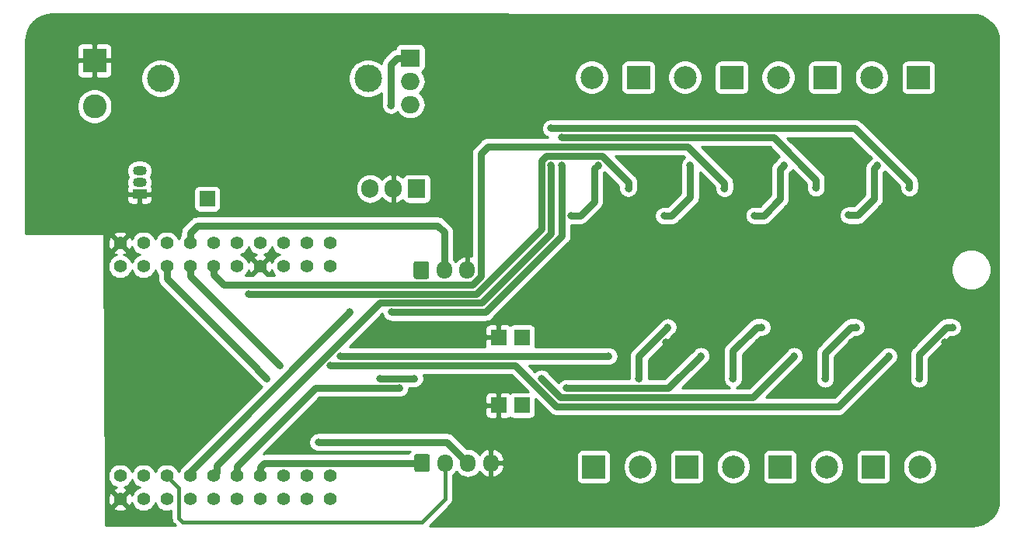
<source format=gbl>
G04 #@! TF.GenerationSoftware,KiCad,Pcbnew,5.1.12-84ad8e8a86~92~ubuntu20.04.1*
G04 #@! TF.CreationDate,2021-11-06T00:10:49+01:00*
G04 #@! TF.ProjectId,CC dimmer low voltage,43432064-696d-46d6-9572-206c6f772076,0.98*
G04 #@! TF.SameCoordinates,Original*
G04 #@! TF.FileFunction,Copper,L2,Bot*
G04 #@! TF.FilePolarity,Positive*
%FSLAX46Y46*%
G04 Gerber Fmt 4.6, Leading zero omitted, Abs format (unit mm)*
G04 Created by KiCad (PCBNEW 5.1.12-84ad8e8a86~92~ubuntu20.04.1) date 2021-11-06 00:10:49*
%MOMM*%
%LPD*%
G01*
G04 APERTURE LIST*
G04 #@! TA.AperFunction,ComponentPad*
%ADD10C,3.000000*%
G04 #@! TD*
G04 #@! TA.AperFunction,ComponentPad*
%ADD11R,1.700000X1.700000*%
G04 #@! TD*
G04 #@! TA.AperFunction,ComponentPad*
%ADD12O,1.700000X1.950000*%
G04 #@! TD*
G04 #@! TA.AperFunction,ComponentPad*
%ADD13O,2.000000X1.905000*%
G04 #@! TD*
G04 #@! TA.AperFunction,ComponentPad*
%ADD14R,2.000000X1.905000*%
G04 #@! TD*
G04 #@! TA.AperFunction,ComponentPad*
%ADD15O,1.500000X1.050000*%
G04 #@! TD*
G04 #@! TA.AperFunction,ComponentPad*
%ADD16R,1.500000X1.050000*%
G04 #@! TD*
G04 #@! TA.AperFunction,ComponentPad*
%ADD17R,1.905000X2.000000*%
G04 #@! TD*
G04 #@! TA.AperFunction,ComponentPad*
%ADD18O,1.905000X2.000000*%
G04 #@! TD*
G04 #@! TA.AperFunction,ComponentPad*
%ADD19R,2.600000X2.600000*%
G04 #@! TD*
G04 #@! TA.AperFunction,ComponentPad*
%ADD20C,2.600000*%
G04 #@! TD*
G04 #@! TA.AperFunction,ComponentPad*
%ADD21C,1.400000*%
G04 #@! TD*
G04 #@! TA.AperFunction,ComponentPad*
%ADD22C,2.500000*%
G04 #@! TD*
G04 #@! TA.AperFunction,ComponentPad*
%ADD23R,2.500000X2.500000*%
G04 #@! TD*
G04 #@! TA.AperFunction,ViaPad*
%ADD24C,0.800000*%
G04 #@! TD*
G04 #@! TA.AperFunction,Conductor*
%ADD25C,0.800000*%
G04 #@! TD*
G04 #@! TA.AperFunction,Conductor*
%ADD26C,0.400000*%
G04 #@! TD*
G04 #@! TA.AperFunction,Conductor*
%ADD27C,0.254000*%
G04 #@! TD*
G04 #@! TA.AperFunction,Conductor*
%ADD28C,0.150000*%
G04 #@! TD*
G04 APERTURE END LIST*
D10*
X134731400Y-80642200D03*
X112131400Y-80642200D03*
D11*
X151492000Y-116325000D03*
X151502000Y-108905000D03*
G04 #@! TA.AperFunction,ComponentPad*
G36*
G01*
X139702000Y-102300000D02*
X139702000Y-100850000D01*
G75*
G02*
X139952000Y-100600000I250000J0D01*
G01*
X141152000Y-100600000D01*
G75*
G02*
X141402000Y-100850000I0J-250000D01*
G01*
X141402000Y-102300000D01*
G75*
G02*
X141152000Y-102550000I-250000J0D01*
G01*
X139952000Y-102550000D01*
G75*
G02*
X139702000Y-102300000I0J250000D01*
G01*
G37*
G04 #@! TD.AperFunction*
D12*
X143052000Y-101575000D03*
X145552000Y-101575000D03*
G04 #@! TA.AperFunction,ComponentPad*
G36*
G01*
X139772000Y-123330000D02*
X139772000Y-121880000D01*
G75*
G02*
X140022000Y-121630000I250000J0D01*
G01*
X141222000Y-121630000D01*
G75*
G02*
X141472000Y-121880000I0J-250000D01*
G01*
X141472000Y-123330000D01*
G75*
G02*
X141222000Y-123580000I-250000J0D01*
G01*
X140022000Y-123580000D01*
G75*
G02*
X139772000Y-123330000I0J250000D01*
G01*
G37*
G04 #@! TD.AperFunction*
X143122000Y-122605000D03*
X145622000Y-122605000D03*
X148122000Y-122605000D03*
D11*
X148962000Y-108905000D03*
X148952000Y-116325000D03*
X117230800Y-93774000D03*
D13*
X139354200Y-83487000D03*
X139354200Y-80947000D03*
D14*
X139354200Y-78407000D03*
D15*
X109839400Y-91996000D03*
X109839400Y-90726000D03*
D16*
X109839400Y-93266000D03*
D17*
X140040000Y-92681800D03*
D18*
X137500000Y-92681800D03*
X134960000Y-92681800D03*
D19*
X104932000Y-78685000D03*
D20*
X104932000Y-83685000D03*
D21*
X107722000Y-124025000D03*
X107722000Y-126565000D03*
X110262000Y-126565000D03*
X110262000Y-124025000D03*
X112802000Y-126565000D03*
X112802000Y-124025000D03*
X115342000Y-126565000D03*
X115342000Y-124025000D03*
X117882000Y-126565000D03*
X117882000Y-124025000D03*
X120422000Y-126565000D03*
X120422000Y-124025000D03*
X122962000Y-126565000D03*
X122962000Y-124025000D03*
X125502000Y-126565000D03*
X125502000Y-124025000D03*
X128042000Y-126565000D03*
X128042000Y-124025000D03*
X130582000Y-126565000D03*
X130582000Y-124025000D03*
X107722000Y-101165000D03*
X107722000Y-98625000D03*
X110262000Y-101165000D03*
X110262000Y-98625000D03*
X112802000Y-101165000D03*
X112802000Y-98625000D03*
X115342000Y-101165000D03*
X115342000Y-98625000D03*
X117882000Y-101165000D03*
X117882000Y-98625000D03*
X120422000Y-101165000D03*
X120422000Y-98625000D03*
X122962000Y-101165000D03*
X122962000Y-98625000D03*
X125502000Y-101165000D03*
X125502000Y-98625000D03*
X128042000Y-101165000D03*
X128042000Y-98625000D03*
X130582000Y-101165000D03*
X130582000Y-98625000D03*
D22*
X159122000Y-80535000D03*
D23*
X164202000Y-80535000D03*
X174372000Y-80535000D03*
D22*
X169292000Y-80535000D03*
X179452000Y-80535000D03*
D23*
X184532000Y-80535000D03*
X194702000Y-80535000D03*
D22*
X189622000Y-80535000D03*
D23*
X189792000Y-123025000D03*
D22*
X194872000Y-123025000D03*
X184712000Y-123025000D03*
D23*
X179632000Y-123025000D03*
X169472000Y-123025000D03*
D22*
X174552000Y-123025000D03*
X164402000Y-123025000D03*
D23*
X159322000Y-123025000D03*
D24*
X166989400Y-94129600D03*
X173364800Y-94142300D03*
X176984300Y-94104200D03*
X187182400Y-94078800D03*
X197583700Y-109445800D03*
X187398300Y-109420400D03*
X177301800Y-109420400D03*
X167218000Y-109445800D03*
X191500400Y-109445800D03*
X181188000Y-109420400D03*
X160956900Y-109445800D03*
X170989900Y-109420400D03*
X163085974Y-94129600D03*
X183321600Y-94104200D03*
X193672100Y-94078800D03*
X135152000Y-108795000D03*
X99152000Y-95945000D03*
X112379400Y-95806000D03*
X144472300Y-77048100D03*
X154645000Y-76032100D03*
X167252000Y-77745000D03*
X176952000Y-77795000D03*
X187452000Y-77745000D03*
X200212600Y-76578200D03*
X200466600Y-95501200D03*
X200276100Y-86319100D03*
X201552000Y-105545000D03*
X200002000Y-126045000D03*
X200652000Y-116913400D03*
X188541300Y-127416300D03*
X178457500Y-127505200D03*
X168246700Y-127467100D03*
X156435700Y-127467100D03*
X155452000Y-118995000D03*
X137246000Y-117396000D03*
X125816000Y-120571000D03*
X118152000Y-113045000D03*
X110152000Y-121295000D03*
X110080700Y-104734100D03*
X130184800Y-86827100D03*
X130705500Y-76984600D03*
X116760900Y-76895700D03*
X123288700Y-82318600D03*
X99052000Y-75635000D03*
X139642000Y-109425000D03*
X112902000Y-128795000D03*
X131902000Y-94545000D03*
X119152000Y-86795000D03*
X98992000Y-86665000D03*
X137233300Y-83563200D03*
X159813900Y-90091000D03*
X156902000Y-95629600D03*
X166986600Y-95629600D03*
X190248800Y-90141800D03*
X180080600Y-90116400D03*
X176842800Y-95604200D03*
X187118200Y-95578800D03*
X167402000Y-107795000D03*
X177652000Y-107795000D03*
X187902000Y-107795000D03*
X198402000Y-107795000D03*
X194790600Y-113433600D03*
X184540600Y-113433600D03*
X174513400Y-113433600D03*
X164263400Y-113433600D03*
X169856000Y-90091000D03*
X129308500Y-120329700D03*
X163090500Y-92631000D03*
X121712000Y-104150020D03*
X173580700Y-92656400D03*
X132762000Y-106155000D03*
X183552000Y-92595000D03*
X155844920Y-87087680D03*
X155838800Y-90091000D03*
X137326962Y-106150038D03*
X193734200Y-92578800D03*
X154689330Y-86087670D03*
X154689330Y-90102330D03*
X191463700Y-110945800D03*
X125117500Y-111947700D03*
X130645290Y-111931710D03*
X181164000Y-110920400D03*
X123707800Y-113382800D03*
X153637613Y-113374187D03*
X136039500Y-113382800D03*
X139802787Y-113374187D03*
X170991300Y-110920400D03*
X156362792Y-114433608D03*
X138176392Y-114433608D03*
X160955500Y-110945800D03*
X131759600Y-110931700D03*
D25*
X139354200Y-78407000D02*
X137906400Y-78407000D01*
X137906400Y-78407000D02*
X137220600Y-79092800D01*
X137220600Y-83550500D02*
X137233300Y-83563200D01*
X137220600Y-79092800D02*
X137220600Y-83550500D01*
X159813900Y-90091000D02*
X159407500Y-90497400D01*
X159407500Y-90497400D02*
X159407500Y-94066100D01*
X159407500Y-94066100D02*
X157844000Y-95629600D01*
X157844000Y-95629600D02*
X156902000Y-95629600D01*
X176842800Y-95604200D02*
X177842800Y-95604200D01*
X177842800Y-95604200D02*
X179652000Y-93795000D01*
X179652000Y-90545000D02*
X180051238Y-90145762D01*
X179652000Y-93795000D02*
X179652000Y-90545000D01*
X187118200Y-95578800D02*
X188118200Y-95578800D01*
X188118200Y-95578800D02*
X189902000Y-93795000D01*
X189902000Y-90488600D02*
X190248800Y-90141800D01*
X189902000Y-93795000D02*
X189902000Y-90488600D01*
X184540600Y-110590715D02*
X184540600Y-113433600D01*
X187336315Y-107795000D02*
X184540600Y-110590715D01*
X187902000Y-107795000D02*
X187336315Y-107795000D01*
X194790600Y-110758898D02*
X194790600Y-113433600D01*
X197754498Y-107795000D02*
X194790600Y-110758898D01*
X198402000Y-107795000D02*
X197754498Y-107795000D01*
X174513400Y-110367915D02*
X174513400Y-113433600D01*
X177086315Y-107795000D02*
X174513400Y-110367915D01*
X177652000Y-107795000D02*
X177086315Y-107795000D01*
X164263400Y-110933600D02*
X164263400Y-113433600D01*
X167402000Y-107795000D02*
X164263400Y-110933600D01*
X167817400Y-95629600D02*
X166986600Y-95629600D01*
X169856000Y-93591000D02*
X167817400Y-95629600D01*
X169856000Y-90091000D02*
X169856000Y-93591000D01*
X116164000Y-96695000D02*
X142326000Y-96695000D01*
X115342000Y-97517000D02*
X116164000Y-96695000D01*
X115342000Y-98625000D02*
X115342000Y-97517000D01*
X143052000Y-97421000D02*
X142326000Y-96695000D01*
X143052000Y-101575000D02*
X143052000Y-97421000D01*
X140622000Y-122605000D02*
X123442000Y-122605000D01*
X122962000Y-123085000D02*
X122962000Y-124025000D01*
X123442000Y-122605000D02*
X122962000Y-123085000D01*
D26*
X143152000Y-122635000D02*
X143122000Y-122605000D01*
X143152000Y-126545000D02*
X143152000Y-122635000D01*
X140617000Y-129080000D02*
X143152000Y-126545000D01*
X114563800Y-129080000D02*
X140617000Y-129080000D01*
X114132000Y-128648200D02*
X114563800Y-129080000D01*
X114132000Y-125346200D02*
X114132000Y-128648200D01*
X112862000Y-124076200D02*
X114132000Y-125346200D01*
D25*
X143334000Y-120317000D02*
X145622000Y-122605000D01*
X129321200Y-120317000D02*
X143334000Y-120317000D01*
X129308500Y-120329700D02*
X129321200Y-120317000D01*
X154190868Y-89087700D02*
X154190868Y-89090999D01*
X160224826Y-89087700D02*
X154190868Y-89087700D01*
X163090500Y-91953374D02*
X160224826Y-89087700D01*
X154190868Y-89090999D02*
X153667560Y-89614307D01*
X163090500Y-92631000D02*
X163090500Y-91953374D01*
X153667560Y-93110560D02*
X153667560Y-95137090D01*
X153667560Y-89614307D02*
X153667560Y-93110560D01*
X153667560Y-97049290D02*
X146566830Y-104150020D01*
X153667560Y-95137090D02*
X153667560Y-97049290D01*
X146566830Y-104150020D02*
X121712000Y-104150020D01*
X121712000Y-104150020D02*
X121712000Y-104150020D01*
X173580700Y-92090715D02*
X169577675Y-88087690D01*
X173580700Y-92656400D02*
X173580700Y-92090715D01*
X151044690Y-88087690D02*
X150598308Y-88087690D01*
X169577675Y-88087690D02*
X151044690Y-88087690D01*
X117882000Y-101165000D02*
X117882000Y-102025000D01*
X146152613Y-103150010D02*
X147032000Y-102270623D01*
X119007010Y-103150010D02*
X146152613Y-103150010D01*
X117882000Y-102025000D02*
X119007010Y-103150010D01*
X147032000Y-102270623D02*
X147032000Y-88875000D01*
X147819310Y-88087690D02*
X151044690Y-88087690D01*
X147032000Y-88875000D02*
X147819310Y-88087690D01*
X183552000Y-91695000D02*
X183552000Y-92595000D01*
X178944680Y-87087680D02*
X183552000Y-91695000D01*
X155844920Y-87087680D02*
X178944680Y-87087680D01*
X155838800Y-97848200D02*
X147730870Y-105956130D01*
X155838800Y-90091000D02*
X155838800Y-97848200D01*
X147536962Y-106150038D02*
X137326962Y-106150038D01*
X147730870Y-105956130D02*
X147536962Y-106150038D01*
X137326962Y-106150038D02*
X137326962Y-106150038D01*
X115342000Y-123575000D02*
X115342000Y-124025000D01*
X132762000Y-106155000D02*
X115342000Y-123575000D01*
X187808755Y-86087670D02*
X155864200Y-86087670D01*
X193734200Y-92013115D02*
X187808755Y-86087670D01*
X193734200Y-92578800D02*
X193734200Y-92013115D01*
X154689330Y-86087670D02*
X154689330Y-86087670D01*
X155864200Y-86087670D02*
X154689330Y-86087670D01*
X154689330Y-97583444D02*
X147122744Y-105150030D01*
X154689330Y-90102330D02*
X154689330Y-97583444D01*
X136012743Y-105150030D02*
X118287773Y-122875000D01*
X147122744Y-105150030D02*
X136012743Y-105150030D01*
X118287773Y-123619227D02*
X117882000Y-124025000D01*
X118287773Y-122875000D02*
X118287773Y-123619227D01*
X191463700Y-110945800D02*
X185975872Y-116433628D01*
X185975872Y-116433628D02*
X168306526Y-116433628D01*
X168306526Y-116433628D02*
X156372200Y-116433628D01*
X115402000Y-101216200D02*
X115402000Y-102232200D01*
X115402000Y-102232200D02*
X125117500Y-111947700D01*
X156372200Y-116433628D02*
X155282828Y-116433628D01*
X150780910Y-111931710D02*
X130645290Y-111931710D01*
X155282828Y-116433628D02*
X150780910Y-111931710D01*
X181164000Y-110920400D02*
X176650782Y-115433618D01*
X176650782Y-115433618D02*
X167892309Y-115433618D01*
X167892309Y-115433618D02*
X156416882Y-115433618D01*
X112862000Y-101216200D02*
X112862000Y-102524300D01*
X112862000Y-102524300D02*
X122679100Y-112341400D01*
X122679100Y-112341400D02*
X122679100Y-112354100D01*
X122679100Y-112354100D02*
X123707800Y-113382800D01*
X156416882Y-115433618D02*
X156334100Y-115433618D01*
X156416882Y-115433618D02*
X155697044Y-115433618D01*
X155697044Y-115433618D02*
X153637613Y-113374187D01*
X139794174Y-113382800D02*
X139802787Y-113374187D01*
X136039500Y-113382800D02*
X139794174Y-113382800D01*
X167478092Y-114433608D02*
X156362792Y-114433608D01*
X120482000Y-124076200D02*
X120482000Y-122945900D01*
X120482000Y-122945900D02*
X129003700Y-114424200D01*
X138166984Y-114424200D02*
X138176392Y-114433608D01*
X129003700Y-114424200D02*
X138166984Y-114424200D01*
X170991300Y-110920400D02*
X167478092Y-114433608D01*
X160955500Y-110945800D02*
X156383500Y-110945800D01*
X156383500Y-110945800D02*
X156397600Y-110931700D01*
X156397600Y-110931700D02*
X131759600Y-110931700D01*
D27*
X200559913Y-73681782D02*
X201150609Y-73739700D01*
X201686402Y-73901466D01*
X202180569Y-74164219D01*
X202614290Y-74517953D01*
X202971043Y-74949193D01*
X203237242Y-75441519D01*
X203402743Y-75976165D01*
X203464600Y-76564705D01*
X203464601Y-126582686D01*
X203406700Y-127173209D01*
X203244935Y-127709000D01*
X202982180Y-128203172D01*
X202628447Y-128636890D01*
X202197206Y-128993644D01*
X201704881Y-129259842D01*
X201170238Y-129425342D01*
X200581744Y-129487195D01*
X141420627Y-129457240D01*
X143713428Y-127164440D01*
X143745291Y-127138291D01*
X143849636Y-127011146D01*
X143927172Y-126866087D01*
X143974918Y-126708689D01*
X143987000Y-126586019D01*
X143987000Y-126586009D01*
X143991039Y-126545001D01*
X143987000Y-126503993D01*
X143987000Y-123941173D01*
X144177134Y-123785134D01*
X144362706Y-123559014D01*
X144372000Y-123541626D01*
X144381294Y-123559014D01*
X144566866Y-123785134D01*
X144792987Y-123970706D01*
X145050967Y-124108599D01*
X145330890Y-124193513D01*
X145622000Y-124222185D01*
X145913111Y-124193513D01*
X146193034Y-124108599D01*
X146451014Y-123970706D01*
X146677134Y-123785134D01*
X146862706Y-123559014D01*
X146876462Y-123533278D01*
X147032951Y-123739429D01*
X147250807Y-123932496D01*
X147502142Y-124079352D01*
X147765110Y-124171476D01*
X147995000Y-124050155D01*
X147995000Y-122732000D01*
X148249000Y-122732000D01*
X148249000Y-124050155D01*
X148478890Y-124171476D01*
X148741858Y-124079352D01*
X148993193Y-123932496D01*
X149211049Y-123739429D01*
X149387053Y-123507570D01*
X149514442Y-123245830D01*
X149588320Y-122964267D01*
X149448165Y-122732000D01*
X148249000Y-122732000D01*
X147995000Y-122732000D01*
X147975000Y-122732000D01*
X147975000Y-122478000D01*
X147995000Y-122478000D01*
X147995000Y-121159845D01*
X148249000Y-121159845D01*
X148249000Y-122478000D01*
X149448165Y-122478000D01*
X149588320Y-122245733D01*
X149514442Y-121964170D01*
X149422373Y-121775000D01*
X157433928Y-121775000D01*
X157433928Y-124275000D01*
X157446188Y-124399482D01*
X157482498Y-124519180D01*
X157541463Y-124629494D01*
X157620815Y-124726185D01*
X157717506Y-124805537D01*
X157827820Y-124864502D01*
X157947518Y-124900812D01*
X158072000Y-124913072D01*
X160572000Y-124913072D01*
X160696482Y-124900812D01*
X160816180Y-124864502D01*
X160926494Y-124805537D01*
X161023185Y-124726185D01*
X161102537Y-124629494D01*
X161161502Y-124519180D01*
X161197812Y-124399482D01*
X161210072Y-124275000D01*
X161210072Y-122839344D01*
X162517000Y-122839344D01*
X162517000Y-123210656D01*
X162589439Y-123574834D01*
X162731534Y-123917882D01*
X162937825Y-124226618D01*
X163200382Y-124489175D01*
X163509118Y-124695466D01*
X163852166Y-124837561D01*
X164216344Y-124910000D01*
X164587656Y-124910000D01*
X164951834Y-124837561D01*
X165294882Y-124695466D01*
X165603618Y-124489175D01*
X165866175Y-124226618D01*
X166072466Y-123917882D01*
X166214561Y-123574834D01*
X166287000Y-123210656D01*
X166287000Y-122839344D01*
X166214561Y-122475166D01*
X166072466Y-122132118D01*
X165866175Y-121823382D01*
X165817793Y-121775000D01*
X167583928Y-121775000D01*
X167583928Y-124275000D01*
X167596188Y-124399482D01*
X167632498Y-124519180D01*
X167691463Y-124629494D01*
X167770815Y-124726185D01*
X167867506Y-124805537D01*
X167977820Y-124864502D01*
X168097518Y-124900812D01*
X168222000Y-124913072D01*
X170722000Y-124913072D01*
X170846482Y-124900812D01*
X170966180Y-124864502D01*
X171076494Y-124805537D01*
X171173185Y-124726185D01*
X171252537Y-124629494D01*
X171311502Y-124519180D01*
X171347812Y-124399482D01*
X171360072Y-124275000D01*
X171360072Y-122839344D01*
X172667000Y-122839344D01*
X172667000Y-123210656D01*
X172739439Y-123574834D01*
X172881534Y-123917882D01*
X173087825Y-124226618D01*
X173350382Y-124489175D01*
X173659118Y-124695466D01*
X174002166Y-124837561D01*
X174366344Y-124910000D01*
X174737656Y-124910000D01*
X175101834Y-124837561D01*
X175444882Y-124695466D01*
X175753618Y-124489175D01*
X176016175Y-124226618D01*
X176222466Y-123917882D01*
X176364561Y-123574834D01*
X176437000Y-123210656D01*
X176437000Y-122839344D01*
X176364561Y-122475166D01*
X176222466Y-122132118D01*
X176016175Y-121823382D01*
X175967793Y-121775000D01*
X177743928Y-121775000D01*
X177743928Y-124275000D01*
X177756188Y-124399482D01*
X177792498Y-124519180D01*
X177851463Y-124629494D01*
X177930815Y-124726185D01*
X178027506Y-124805537D01*
X178137820Y-124864502D01*
X178257518Y-124900812D01*
X178382000Y-124913072D01*
X180882000Y-124913072D01*
X181006482Y-124900812D01*
X181126180Y-124864502D01*
X181236494Y-124805537D01*
X181333185Y-124726185D01*
X181412537Y-124629494D01*
X181471502Y-124519180D01*
X181507812Y-124399482D01*
X181520072Y-124275000D01*
X181520072Y-122839344D01*
X182827000Y-122839344D01*
X182827000Y-123210656D01*
X182899439Y-123574834D01*
X183041534Y-123917882D01*
X183247825Y-124226618D01*
X183510382Y-124489175D01*
X183819118Y-124695466D01*
X184162166Y-124837561D01*
X184526344Y-124910000D01*
X184897656Y-124910000D01*
X185261834Y-124837561D01*
X185604882Y-124695466D01*
X185913618Y-124489175D01*
X186176175Y-124226618D01*
X186382466Y-123917882D01*
X186524561Y-123574834D01*
X186597000Y-123210656D01*
X186597000Y-122839344D01*
X186524561Y-122475166D01*
X186382466Y-122132118D01*
X186176175Y-121823382D01*
X186127793Y-121775000D01*
X187903928Y-121775000D01*
X187903928Y-124275000D01*
X187916188Y-124399482D01*
X187952498Y-124519180D01*
X188011463Y-124629494D01*
X188090815Y-124726185D01*
X188187506Y-124805537D01*
X188297820Y-124864502D01*
X188417518Y-124900812D01*
X188542000Y-124913072D01*
X191042000Y-124913072D01*
X191166482Y-124900812D01*
X191286180Y-124864502D01*
X191396494Y-124805537D01*
X191493185Y-124726185D01*
X191572537Y-124629494D01*
X191631502Y-124519180D01*
X191667812Y-124399482D01*
X191680072Y-124275000D01*
X191680072Y-122839344D01*
X192987000Y-122839344D01*
X192987000Y-123210656D01*
X193059439Y-123574834D01*
X193201534Y-123917882D01*
X193407825Y-124226618D01*
X193670382Y-124489175D01*
X193979118Y-124695466D01*
X194322166Y-124837561D01*
X194686344Y-124910000D01*
X195057656Y-124910000D01*
X195421834Y-124837561D01*
X195764882Y-124695466D01*
X196073618Y-124489175D01*
X196336175Y-124226618D01*
X196542466Y-123917882D01*
X196684561Y-123574834D01*
X196757000Y-123210656D01*
X196757000Y-122839344D01*
X196684561Y-122475166D01*
X196542466Y-122132118D01*
X196336175Y-121823382D01*
X196073618Y-121560825D01*
X195764882Y-121354534D01*
X195421834Y-121212439D01*
X195057656Y-121140000D01*
X194686344Y-121140000D01*
X194322166Y-121212439D01*
X193979118Y-121354534D01*
X193670382Y-121560825D01*
X193407825Y-121823382D01*
X193201534Y-122132118D01*
X193059439Y-122475166D01*
X192987000Y-122839344D01*
X191680072Y-122839344D01*
X191680072Y-121775000D01*
X191667812Y-121650518D01*
X191631502Y-121530820D01*
X191572537Y-121420506D01*
X191493185Y-121323815D01*
X191396494Y-121244463D01*
X191286180Y-121185498D01*
X191166482Y-121149188D01*
X191042000Y-121136928D01*
X188542000Y-121136928D01*
X188417518Y-121149188D01*
X188297820Y-121185498D01*
X188187506Y-121244463D01*
X188090815Y-121323815D01*
X188011463Y-121420506D01*
X187952498Y-121530820D01*
X187916188Y-121650518D01*
X187903928Y-121775000D01*
X186127793Y-121775000D01*
X185913618Y-121560825D01*
X185604882Y-121354534D01*
X185261834Y-121212439D01*
X184897656Y-121140000D01*
X184526344Y-121140000D01*
X184162166Y-121212439D01*
X183819118Y-121354534D01*
X183510382Y-121560825D01*
X183247825Y-121823382D01*
X183041534Y-122132118D01*
X182899439Y-122475166D01*
X182827000Y-122839344D01*
X181520072Y-122839344D01*
X181520072Y-121775000D01*
X181507812Y-121650518D01*
X181471502Y-121530820D01*
X181412537Y-121420506D01*
X181333185Y-121323815D01*
X181236494Y-121244463D01*
X181126180Y-121185498D01*
X181006482Y-121149188D01*
X180882000Y-121136928D01*
X178382000Y-121136928D01*
X178257518Y-121149188D01*
X178137820Y-121185498D01*
X178027506Y-121244463D01*
X177930815Y-121323815D01*
X177851463Y-121420506D01*
X177792498Y-121530820D01*
X177756188Y-121650518D01*
X177743928Y-121775000D01*
X175967793Y-121775000D01*
X175753618Y-121560825D01*
X175444882Y-121354534D01*
X175101834Y-121212439D01*
X174737656Y-121140000D01*
X174366344Y-121140000D01*
X174002166Y-121212439D01*
X173659118Y-121354534D01*
X173350382Y-121560825D01*
X173087825Y-121823382D01*
X172881534Y-122132118D01*
X172739439Y-122475166D01*
X172667000Y-122839344D01*
X171360072Y-122839344D01*
X171360072Y-121775000D01*
X171347812Y-121650518D01*
X171311502Y-121530820D01*
X171252537Y-121420506D01*
X171173185Y-121323815D01*
X171076494Y-121244463D01*
X170966180Y-121185498D01*
X170846482Y-121149188D01*
X170722000Y-121136928D01*
X168222000Y-121136928D01*
X168097518Y-121149188D01*
X167977820Y-121185498D01*
X167867506Y-121244463D01*
X167770815Y-121323815D01*
X167691463Y-121420506D01*
X167632498Y-121530820D01*
X167596188Y-121650518D01*
X167583928Y-121775000D01*
X165817793Y-121775000D01*
X165603618Y-121560825D01*
X165294882Y-121354534D01*
X164951834Y-121212439D01*
X164587656Y-121140000D01*
X164216344Y-121140000D01*
X163852166Y-121212439D01*
X163509118Y-121354534D01*
X163200382Y-121560825D01*
X162937825Y-121823382D01*
X162731534Y-122132118D01*
X162589439Y-122475166D01*
X162517000Y-122839344D01*
X161210072Y-122839344D01*
X161210072Y-121775000D01*
X161197812Y-121650518D01*
X161161502Y-121530820D01*
X161102537Y-121420506D01*
X161023185Y-121323815D01*
X160926494Y-121244463D01*
X160816180Y-121185498D01*
X160696482Y-121149188D01*
X160572000Y-121136928D01*
X158072000Y-121136928D01*
X157947518Y-121149188D01*
X157827820Y-121185498D01*
X157717506Y-121244463D01*
X157620815Y-121323815D01*
X157541463Y-121420506D01*
X157482498Y-121530820D01*
X157446188Y-121650518D01*
X157433928Y-121775000D01*
X149422373Y-121775000D01*
X149387053Y-121702430D01*
X149211049Y-121470571D01*
X148993193Y-121277504D01*
X148741858Y-121130648D01*
X148478890Y-121038524D01*
X148249000Y-121159845D01*
X147995000Y-121159845D01*
X147765110Y-121038524D01*
X147502142Y-121130648D01*
X147250807Y-121277504D01*
X147032951Y-121470571D01*
X146876462Y-121676722D01*
X146862706Y-121650986D01*
X146677134Y-121424866D01*
X146451013Y-121239294D01*
X146193033Y-121101401D01*
X145913110Y-121016487D01*
X145622000Y-120987815D01*
X145482286Y-121001576D01*
X144101807Y-119621097D01*
X144069396Y-119581604D01*
X143911797Y-119452266D01*
X143731993Y-119356159D01*
X143536895Y-119296976D01*
X143384838Y-119282000D01*
X143384828Y-119282000D01*
X143334000Y-119276994D01*
X143283172Y-119282000D01*
X129372035Y-119282000D01*
X129321200Y-119276993D01*
X129270365Y-119282000D01*
X129270362Y-119282000D01*
X129118305Y-119296976D01*
X128923207Y-119356159D01*
X128743403Y-119452266D01*
X128676282Y-119507351D01*
X128648726Y-119525763D01*
X128625292Y-119549197D01*
X128585804Y-119581604D01*
X128553397Y-119621092D01*
X128504563Y-119669926D01*
X128476171Y-119712417D01*
X128443766Y-119751903D01*
X128419687Y-119796952D01*
X128391295Y-119839444D01*
X128371736Y-119886664D01*
X128347660Y-119931707D01*
X128332835Y-119980578D01*
X128313274Y-120027802D01*
X128303303Y-120077932D01*
X128288477Y-120126805D01*
X128283471Y-120177633D01*
X128273500Y-120227761D01*
X128273500Y-120278872D01*
X128268494Y-120329700D01*
X128273500Y-120380528D01*
X128273500Y-120431639D01*
X128283471Y-120481767D01*
X128288477Y-120532595D01*
X128303303Y-120581468D01*
X128313274Y-120631598D01*
X128332835Y-120678822D01*
X128347660Y-120727693D01*
X128371736Y-120772736D01*
X128391295Y-120819956D01*
X128419687Y-120862448D01*
X128443766Y-120907497D01*
X128476172Y-120946984D01*
X128504563Y-120989474D01*
X128540697Y-121025608D01*
X128573104Y-121065096D01*
X128612592Y-121097503D01*
X128648726Y-121133637D01*
X128691216Y-121162028D01*
X128730703Y-121194434D01*
X128775752Y-121218513D01*
X128818244Y-121246905D01*
X128865464Y-121266464D01*
X128910507Y-121290540D01*
X128959378Y-121305365D01*
X129006602Y-121324926D01*
X129056732Y-121334897D01*
X129105605Y-121349723D01*
X129156433Y-121354729D01*
X129206561Y-121364700D01*
X129257672Y-121364700D01*
X129308500Y-121369706D01*
X129359328Y-121364700D01*
X129410439Y-121364700D01*
X129460567Y-121354729D01*
X129488276Y-121352000D01*
X139312002Y-121352000D01*
X139283595Y-121386614D01*
X139201528Y-121540150D01*
X139192473Y-121570000D01*
X123492835Y-121570000D01*
X123442000Y-121564993D01*
X123391165Y-121570000D01*
X123391162Y-121570000D01*
X123314012Y-121577598D01*
X127716610Y-117175000D01*
X147463928Y-117175000D01*
X147476188Y-117299482D01*
X147512498Y-117419180D01*
X147571463Y-117529494D01*
X147650815Y-117626185D01*
X147747506Y-117705537D01*
X147857820Y-117764502D01*
X147977518Y-117800812D01*
X148102000Y-117813072D01*
X148666250Y-117810000D01*
X148825000Y-117651250D01*
X148825000Y-116452000D01*
X147625750Y-116452000D01*
X147467000Y-116610750D01*
X147463928Y-117175000D01*
X127716610Y-117175000D01*
X129416610Y-115475000D01*
X147463928Y-115475000D01*
X147467000Y-116039250D01*
X147625750Y-116198000D01*
X148825000Y-116198000D01*
X148825000Y-114998750D01*
X148666250Y-114840000D01*
X148102000Y-114836928D01*
X147977518Y-114849188D01*
X147857820Y-114885498D01*
X147747506Y-114944463D01*
X147650815Y-115023815D01*
X147571463Y-115120506D01*
X147512498Y-115230820D01*
X147476188Y-115350518D01*
X147463928Y-115475000D01*
X129416610Y-115475000D01*
X129432411Y-115459200D01*
X138027155Y-115459200D01*
X138074453Y-115468608D01*
X138125557Y-115468608D01*
X138176392Y-115473615D01*
X138227227Y-115468608D01*
X138278331Y-115468608D01*
X138328456Y-115458638D01*
X138379287Y-115453631D01*
X138428160Y-115438805D01*
X138478290Y-115428834D01*
X138525514Y-115409273D01*
X138574385Y-115394448D01*
X138619428Y-115370372D01*
X138666648Y-115350813D01*
X138709140Y-115322421D01*
X138754189Y-115298342D01*
X138793676Y-115265936D01*
X138836166Y-115237545D01*
X138872300Y-115201411D01*
X138911788Y-115169004D01*
X138944195Y-115129516D01*
X138980329Y-115093382D01*
X139008720Y-115050892D01*
X139041126Y-115011405D01*
X139065205Y-114966356D01*
X139093597Y-114923864D01*
X139113156Y-114876644D01*
X139137232Y-114831601D01*
X139152057Y-114782730D01*
X139171618Y-114735506D01*
X139181589Y-114685376D01*
X139196415Y-114636503D01*
X139201422Y-114585672D01*
X139211392Y-114535547D01*
X139211392Y-114484443D01*
X139216399Y-114433608D01*
X139214842Y-114417800D01*
X139743346Y-114417800D01*
X139794174Y-114422806D01*
X139845002Y-114417800D01*
X139845012Y-114417800D01*
X139997069Y-114402824D01*
X140192167Y-114343641D01*
X140279159Y-114297143D01*
X140293043Y-114291392D01*
X140305538Y-114283043D01*
X140371971Y-114247534D01*
X140430199Y-114199747D01*
X140462561Y-114178124D01*
X140490082Y-114150603D01*
X140529570Y-114118196D01*
X140561977Y-114078708D01*
X140606724Y-114033961D01*
X140635116Y-113991470D01*
X140667521Y-113951984D01*
X140691601Y-113906933D01*
X140719992Y-113864443D01*
X140739549Y-113817229D01*
X140763628Y-113772180D01*
X140778454Y-113723303D01*
X140798013Y-113676085D01*
X140807984Y-113625955D01*
X140822810Y-113577081D01*
X140827816Y-113526252D01*
X140837787Y-113476126D01*
X140837787Y-113425022D01*
X140842794Y-113374187D01*
X140837787Y-113323352D01*
X140837787Y-113272248D01*
X140827817Y-113222123D01*
X140822810Y-113171292D01*
X140807984Y-113122417D01*
X140798013Y-113072289D01*
X140778455Y-113025072D01*
X140763628Y-112976194D01*
X140758559Y-112966710D01*
X150352200Y-112966710D01*
X152222418Y-114836928D01*
X150642000Y-114836928D01*
X150517518Y-114849188D01*
X150397820Y-114885498D01*
X150287506Y-114944463D01*
X150222000Y-114998222D01*
X150156494Y-114944463D01*
X150046180Y-114885498D01*
X149926482Y-114849188D01*
X149802000Y-114836928D01*
X149237750Y-114840000D01*
X149079000Y-114998750D01*
X149079000Y-116198000D01*
X149099000Y-116198000D01*
X149099000Y-116452000D01*
X149079000Y-116452000D01*
X149079000Y-117651250D01*
X149237750Y-117810000D01*
X149802000Y-117813072D01*
X149926482Y-117800812D01*
X150046180Y-117764502D01*
X150156494Y-117705537D01*
X150222000Y-117651778D01*
X150287506Y-117705537D01*
X150397820Y-117764502D01*
X150517518Y-117800812D01*
X150642000Y-117813072D01*
X152342000Y-117813072D01*
X152466482Y-117800812D01*
X152586180Y-117764502D01*
X152696494Y-117705537D01*
X152793185Y-117626185D01*
X152872537Y-117529494D01*
X152931502Y-117419180D01*
X152967812Y-117299482D01*
X152980072Y-117175000D01*
X152980072Y-115594583D01*
X154515025Y-117129536D01*
X154547432Y-117169024D01*
X154705031Y-117298362D01*
X154884835Y-117394469D01*
X155079933Y-117453652D01*
X155231990Y-117468628D01*
X155231999Y-117468628D01*
X155282827Y-117473634D01*
X155333655Y-117468628D01*
X185925044Y-117468628D01*
X185975872Y-117473634D01*
X186026700Y-117468628D01*
X186026710Y-117468628D01*
X186178767Y-117453652D01*
X186373865Y-117394469D01*
X186553669Y-117298362D01*
X186711268Y-117169024D01*
X186743679Y-117129531D01*
X192231503Y-111641708D01*
X192267637Y-111605574D01*
X192296025Y-111563088D01*
X192328434Y-111523598D01*
X192352516Y-111478544D01*
X192380905Y-111436056D01*
X192400462Y-111388841D01*
X192424540Y-111343794D01*
X192439366Y-111294920D01*
X192458926Y-111247698D01*
X192468897Y-111197568D01*
X192483723Y-111148695D01*
X192488730Y-111097864D01*
X192498700Y-111047739D01*
X192498700Y-110996635D01*
X192503707Y-110945800D01*
X192498700Y-110894965D01*
X192498700Y-110843861D01*
X192488730Y-110793736D01*
X192485299Y-110758898D01*
X193750594Y-110758898D01*
X193755600Y-110809726D01*
X193755601Y-113331656D01*
X193755600Y-113331661D01*
X193755600Y-113535539D01*
X193765571Y-113585667D01*
X193770577Y-113636495D01*
X193785403Y-113685368D01*
X193795374Y-113735498D01*
X193814935Y-113782722D01*
X193829760Y-113831593D01*
X193853835Y-113876634D01*
X193873395Y-113923856D01*
X193901791Y-113966353D01*
X193925867Y-114011397D01*
X193958268Y-114050878D01*
X193986663Y-114093374D01*
X194022803Y-114129514D01*
X194055205Y-114168996D01*
X194094687Y-114201398D01*
X194130826Y-114237537D01*
X194173321Y-114265931D01*
X194212804Y-114298334D01*
X194257850Y-114322412D01*
X194300344Y-114350805D01*
X194347562Y-114370363D01*
X194392608Y-114394441D01*
X194441484Y-114409268D01*
X194488702Y-114428826D01*
X194538826Y-114438796D01*
X194587706Y-114453624D01*
X194638542Y-114458631D01*
X194688661Y-114468600D01*
X194739762Y-114468600D01*
X194790600Y-114473607D01*
X194841438Y-114468600D01*
X194892539Y-114468600D01*
X194942657Y-114458631D01*
X194993495Y-114453624D01*
X195042377Y-114438796D01*
X195092498Y-114428826D01*
X195139713Y-114409269D01*
X195188593Y-114394441D01*
X195233642Y-114370362D01*
X195280856Y-114350805D01*
X195323346Y-114322414D01*
X195368397Y-114298334D01*
X195407884Y-114265928D01*
X195450374Y-114237537D01*
X195486508Y-114201403D01*
X195525996Y-114168996D01*
X195558403Y-114129508D01*
X195594537Y-114093374D01*
X195622928Y-114050884D01*
X195655334Y-114011397D01*
X195679414Y-113966346D01*
X195707805Y-113923856D01*
X195727362Y-113876642D01*
X195751441Y-113831593D01*
X195766269Y-113782713D01*
X195785826Y-113735498D01*
X195795796Y-113685377D01*
X195810624Y-113636495D01*
X195815631Y-113585657D01*
X195825600Y-113535539D01*
X195825600Y-111187608D01*
X198183209Y-108830000D01*
X198503939Y-108830000D01*
X198554057Y-108820031D01*
X198604895Y-108815024D01*
X198653777Y-108800196D01*
X198703898Y-108790226D01*
X198751113Y-108770669D01*
X198799993Y-108755841D01*
X198845042Y-108731762D01*
X198892256Y-108712205D01*
X198934746Y-108683814D01*
X198979797Y-108659734D01*
X199019284Y-108627328D01*
X199061774Y-108598937D01*
X199097908Y-108562803D01*
X199137396Y-108530396D01*
X199169803Y-108490908D01*
X199205937Y-108454774D01*
X199234328Y-108412284D01*
X199266734Y-108372797D01*
X199290814Y-108327746D01*
X199319205Y-108285256D01*
X199338762Y-108238042D01*
X199362841Y-108192993D01*
X199377669Y-108144113D01*
X199397226Y-108096898D01*
X199407196Y-108046777D01*
X199422024Y-107997895D01*
X199427031Y-107947057D01*
X199437000Y-107896939D01*
X199437000Y-107845838D01*
X199442007Y-107795000D01*
X199437000Y-107744162D01*
X199437000Y-107693061D01*
X199427031Y-107642943D01*
X199422024Y-107592105D01*
X199407196Y-107543223D01*
X199397226Y-107493102D01*
X199377669Y-107445887D01*
X199362841Y-107397007D01*
X199338762Y-107351958D01*
X199319205Y-107304744D01*
X199290814Y-107262254D01*
X199266734Y-107217203D01*
X199234328Y-107177716D01*
X199205937Y-107135226D01*
X199169803Y-107099092D01*
X199137396Y-107059604D01*
X199097908Y-107027197D01*
X199061774Y-106991063D01*
X199019284Y-106962672D01*
X198979797Y-106930266D01*
X198934746Y-106906186D01*
X198892256Y-106877795D01*
X198845042Y-106858238D01*
X198799993Y-106834159D01*
X198751113Y-106819331D01*
X198703898Y-106799774D01*
X198653777Y-106789804D01*
X198604895Y-106774976D01*
X198554057Y-106769969D01*
X198503939Y-106760000D01*
X197805333Y-106760000D01*
X197754498Y-106754993D01*
X197703663Y-106760000D01*
X197703660Y-106760000D01*
X197551603Y-106774976D01*
X197356505Y-106834159D01*
X197325170Y-106850908D01*
X197176700Y-106930266D01*
X197096438Y-106996136D01*
X197019102Y-107059604D01*
X196986695Y-107099092D01*
X194094697Y-109991091D01*
X194055204Y-110023502D01*
X193925866Y-110181101D01*
X193829759Y-110360906D01*
X193770576Y-110556004D01*
X193755600Y-110708061D01*
X193755600Y-110708070D01*
X193750594Y-110758898D01*
X192485299Y-110758898D01*
X192483723Y-110742905D01*
X192468897Y-110694032D01*
X192458926Y-110643902D01*
X192439365Y-110596678D01*
X192424540Y-110547807D01*
X192400464Y-110502764D01*
X192380905Y-110455544D01*
X192352513Y-110413052D01*
X192328434Y-110368003D01*
X192296028Y-110328516D01*
X192267637Y-110286026D01*
X192231503Y-110249892D01*
X192199096Y-110210404D01*
X192159608Y-110177997D01*
X192123474Y-110141863D01*
X192080984Y-110113472D01*
X192041497Y-110081066D01*
X191996448Y-110056987D01*
X191953956Y-110028595D01*
X191906736Y-110009036D01*
X191861693Y-109984960D01*
X191812822Y-109970135D01*
X191765598Y-109950574D01*
X191715468Y-109940603D01*
X191666595Y-109925777D01*
X191615764Y-109920770D01*
X191565639Y-109910800D01*
X191514535Y-109910800D01*
X191463700Y-109905793D01*
X191412865Y-109910800D01*
X191361761Y-109910800D01*
X191311636Y-109920770D01*
X191260805Y-109925777D01*
X191211932Y-109940603D01*
X191161802Y-109950574D01*
X191114580Y-109970134D01*
X191065706Y-109984960D01*
X191020659Y-110009038D01*
X190973444Y-110028595D01*
X190930956Y-110056984D01*
X190885902Y-110081066D01*
X190846412Y-110113475D01*
X190803926Y-110141863D01*
X190767792Y-110177997D01*
X185547162Y-115398628D01*
X178149482Y-115398628D01*
X181931803Y-111616308D01*
X181967937Y-111580174D01*
X181996325Y-111537688D01*
X182028734Y-111498198D01*
X182052816Y-111453144D01*
X182081205Y-111410656D01*
X182100762Y-111363441D01*
X182124840Y-111318394D01*
X182139666Y-111269519D01*
X182159226Y-111222298D01*
X182169197Y-111172171D01*
X182184023Y-111123296D01*
X182189029Y-111072466D01*
X182199000Y-111022339D01*
X182199000Y-110971229D01*
X182204006Y-110920401D01*
X182199000Y-110869573D01*
X182199000Y-110818461D01*
X182189029Y-110768333D01*
X182184023Y-110717505D01*
X182169197Y-110668632D01*
X182159226Y-110618502D01*
X182147717Y-110590715D01*
X183500594Y-110590715D01*
X183505600Y-110641543D01*
X183505601Y-113331656D01*
X183505600Y-113331661D01*
X183505600Y-113535539D01*
X183515571Y-113585667D01*
X183520577Y-113636495D01*
X183535403Y-113685368D01*
X183545374Y-113735498D01*
X183564935Y-113782722D01*
X183579760Y-113831593D01*
X183603835Y-113876634D01*
X183623395Y-113923856D01*
X183651791Y-113966353D01*
X183675867Y-114011397D01*
X183708268Y-114050878D01*
X183736663Y-114093374D01*
X183772803Y-114129514D01*
X183805205Y-114168996D01*
X183844687Y-114201398D01*
X183880826Y-114237537D01*
X183923321Y-114265931D01*
X183962804Y-114298334D01*
X184007850Y-114322412D01*
X184050344Y-114350805D01*
X184097562Y-114370363D01*
X184142608Y-114394441D01*
X184191484Y-114409268D01*
X184238702Y-114428826D01*
X184288826Y-114438796D01*
X184337706Y-114453624D01*
X184388542Y-114458631D01*
X184438661Y-114468600D01*
X184489762Y-114468600D01*
X184540600Y-114473607D01*
X184591438Y-114468600D01*
X184642539Y-114468600D01*
X184692657Y-114458631D01*
X184743495Y-114453624D01*
X184792377Y-114438796D01*
X184842498Y-114428826D01*
X184889713Y-114409269D01*
X184938593Y-114394441D01*
X184983642Y-114370362D01*
X185030856Y-114350805D01*
X185073346Y-114322414D01*
X185118397Y-114298334D01*
X185157884Y-114265928D01*
X185200374Y-114237537D01*
X185236508Y-114201403D01*
X185275996Y-114168996D01*
X185308403Y-114129508D01*
X185344537Y-114093374D01*
X185372928Y-114050884D01*
X185405334Y-114011397D01*
X185429414Y-113966346D01*
X185457805Y-113923856D01*
X185477362Y-113876642D01*
X185501441Y-113831593D01*
X185516269Y-113782713D01*
X185535826Y-113735498D01*
X185545796Y-113685377D01*
X185560624Y-113636495D01*
X185565631Y-113585657D01*
X185575600Y-113535539D01*
X185575600Y-111019425D01*
X187765026Y-108830000D01*
X188003939Y-108830000D01*
X188054057Y-108820031D01*
X188104895Y-108815024D01*
X188153777Y-108800196D01*
X188203898Y-108790226D01*
X188251113Y-108770669D01*
X188299993Y-108755841D01*
X188345042Y-108731762D01*
X188392256Y-108712205D01*
X188434746Y-108683814D01*
X188479797Y-108659734D01*
X188519284Y-108627328D01*
X188561774Y-108598937D01*
X188597908Y-108562803D01*
X188637396Y-108530396D01*
X188669803Y-108490908D01*
X188705937Y-108454774D01*
X188734328Y-108412284D01*
X188766734Y-108372797D01*
X188790814Y-108327746D01*
X188819205Y-108285256D01*
X188838762Y-108238042D01*
X188862841Y-108192993D01*
X188877669Y-108144113D01*
X188897226Y-108096898D01*
X188907196Y-108046777D01*
X188922024Y-107997895D01*
X188927031Y-107947057D01*
X188937000Y-107896939D01*
X188937000Y-107845838D01*
X188942007Y-107795000D01*
X188937000Y-107744162D01*
X188937000Y-107693061D01*
X188927031Y-107642943D01*
X188922024Y-107592105D01*
X188907196Y-107543223D01*
X188897226Y-107493102D01*
X188877669Y-107445887D01*
X188862841Y-107397007D01*
X188838762Y-107351958D01*
X188819205Y-107304744D01*
X188790814Y-107262254D01*
X188766734Y-107217203D01*
X188734328Y-107177716D01*
X188705937Y-107135226D01*
X188669803Y-107099092D01*
X188637396Y-107059604D01*
X188597908Y-107027197D01*
X188561774Y-106991063D01*
X188519284Y-106962672D01*
X188479797Y-106930266D01*
X188434746Y-106906186D01*
X188392256Y-106877795D01*
X188345042Y-106858238D01*
X188299993Y-106834159D01*
X188251113Y-106819331D01*
X188203898Y-106799774D01*
X188153777Y-106789804D01*
X188104895Y-106774976D01*
X188054057Y-106769969D01*
X188003939Y-106760000D01*
X187387142Y-106760000D01*
X187336314Y-106754994D01*
X187285486Y-106760000D01*
X187285477Y-106760000D01*
X187133420Y-106774976D01*
X186938322Y-106834159D01*
X186906987Y-106850908D01*
X186758517Y-106930266D01*
X186678255Y-106996136D01*
X186600919Y-107059604D01*
X186568512Y-107099092D01*
X183844697Y-109822908D01*
X183805204Y-109855319D01*
X183675866Y-110012918D01*
X183579759Y-110192723D01*
X183520576Y-110387821D01*
X183505600Y-110539878D01*
X183505600Y-110539887D01*
X183500594Y-110590715D01*
X182147717Y-110590715D01*
X182139665Y-110571278D01*
X182124840Y-110522407D01*
X182100764Y-110477364D01*
X182081205Y-110430144D01*
X182052813Y-110387652D01*
X182028734Y-110342603D01*
X181996330Y-110303119D01*
X181967937Y-110260626D01*
X181931795Y-110224484D01*
X181899395Y-110185005D01*
X181859916Y-110152605D01*
X181823774Y-110116463D01*
X181781281Y-110088070D01*
X181741797Y-110055666D01*
X181696748Y-110031587D01*
X181654256Y-110003195D01*
X181607036Y-109983636D01*
X181561993Y-109959560D01*
X181513122Y-109944735D01*
X181465898Y-109925174D01*
X181415768Y-109915203D01*
X181366895Y-109900377D01*
X181316067Y-109895371D01*
X181265939Y-109885400D01*
X181214827Y-109885400D01*
X181163999Y-109880394D01*
X181113171Y-109885400D01*
X181062061Y-109885400D01*
X181011934Y-109895371D01*
X180961104Y-109900377D01*
X180912229Y-109915203D01*
X180862102Y-109925174D01*
X180814881Y-109944734D01*
X180766006Y-109959560D01*
X180720959Y-109983638D01*
X180673744Y-110003195D01*
X180631256Y-110031584D01*
X180586202Y-110055666D01*
X180546712Y-110088075D01*
X180504226Y-110116463D01*
X180468092Y-110152597D01*
X176222072Y-114398618D01*
X174897623Y-114398618D01*
X174911393Y-114394441D01*
X174956442Y-114370362D01*
X175003656Y-114350805D01*
X175046146Y-114322414D01*
X175091197Y-114298334D01*
X175130684Y-114265928D01*
X175173174Y-114237537D01*
X175209308Y-114201403D01*
X175248796Y-114168996D01*
X175281203Y-114129508D01*
X175317337Y-114093374D01*
X175345728Y-114050884D01*
X175378134Y-114011397D01*
X175402214Y-113966346D01*
X175430605Y-113923856D01*
X175450162Y-113876642D01*
X175474241Y-113831593D01*
X175489069Y-113782713D01*
X175508626Y-113735498D01*
X175518596Y-113685377D01*
X175533424Y-113636495D01*
X175538431Y-113585657D01*
X175548400Y-113535539D01*
X175548400Y-110796625D01*
X177515026Y-108830000D01*
X177753939Y-108830000D01*
X177804057Y-108820031D01*
X177854895Y-108815024D01*
X177903777Y-108800196D01*
X177953898Y-108790226D01*
X178001113Y-108770669D01*
X178049993Y-108755841D01*
X178095042Y-108731762D01*
X178142256Y-108712205D01*
X178184746Y-108683814D01*
X178229797Y-108659734D01*
X178269284Y-108627328D01*
X178311774Y-108598937D01*
X178347908Y-108562803D01*
X178387396Y-108530396D01*
X178419803Y-108490908D01*
X178455937Y-108454774D01*
X178484328Y-108412284D01*
X178516734Y-108372797D01*
X178540814Y-108327746D01*
X178569205Y-108285256D01*
X178588762Y-108238042D01*
X178612841Y-108192993D01*
X178627669Y-108144113D01*
X178647226Y-108096898D01*
X178657196Y-108046777D01*
X178672024Y-107997895D01*
X178677031Y-107947057D01*
X178687000Y-107896939D01*
X178687000Y-107845838D01*
X178692007Y-107795000D01*
X178687000Y-107744162D01*
X178687000Y-107693061D01*
X178677031Y-107642943D01*
X178672024Y-107592105D01*
X178657196Y-107543223D01*
X178647226Y-107493102D01*
X178627669Y-107445887D01*
X178612841Y-107397007D01*
X178588762Y-107351958D01*
X178569205Y-107304744D01*
X178540814Y-107262254D01*
X178516734Y-107217203D01*
X178484328Y-107177716D01*
X178455937Y-107135226D01*
X178419803Y-107099092D01*
X178387396Y-107059604D01*
X178347908Y-107027197D01*
X178311774Y-106991063D01*
X178269284Y-106962672D01*
X178229797Y-106930266D01*
X178184746Y-106906186D01*
X178142256Y-106877795D01*
X178095042Y-106858238D01*
X178049993Y-106834159D01*
X178001113Y-106819331D01*
X177953898Y-106799774D01*
X177903777Y-106789804D01*
X177854895Y-106774976D01*
X177804057Y-106769969D01*
X177753939Y-106760000D01*
X177137142Y-106760000D01*
X177086314Y-106754994D01*
X177035486Y-106760000D01*
X177035477Y-106760000D01*
X176883420Y-106774976D01*
X176688322Y-106834159D01*
X176656987Y-106850908D01*
X176508517Y-106930266D01*
X176428255Y-106996136D01*
X176350919Y-107059604D01*
X176318512Y-107099092D01*
X173817497Y-109600108D01*
X173778004Y-109632519D01*
X173648666Y-109790118D01*
X173552559Y-109969923D01*
X173493376Y-110165021D01*
X173478400Y-110317078D01*
X173478400Y-110317087D01*
X173473394Y-110367915D01*
X173478400Y-110418743D01*
X173478401Y-113331656D01*
X173478400Y-113331661D01*
X173478400Y-113535539D01*
X173488371Y-113585667D01*
X173493377Y-113636495D01*
X173508203Y-113685368D01*
X173518174Y-113735498D01*
X173537735Y-113782722D01*
X173552560Y-113831593D01*
X173576635Y-113876634D01*
X173596195Y-113923856D01*
X173624591Y-113966353D01*
X173648667Y-114011397D01*
X173681068Y-114050878D01*
X173709463Y-114093374D01*
X173745603Y-114129514D01*
X173778005Y-114168996D01*
X173817487Y-114201398D01*
X173853626Y-114237537D01*
X173896121Y-114265931D01*
X173935604Y-114298334D01*
X173980650Y-114322412D01*
X174023144Y-114350805D01*
X174070362Y-114370363D01*
X174115408Y-114394441D01*
X174129178Y-114398618D01*
X168976792Y-114398618D01*
X171759103Y-111616308D01*
X171795237Y-111580174D01*
X171823625Y-111537688D01*
X171856034Y-111498198D01*
X171880116Y-111453144D01*
X171908505Y-111410656D01*
X171928062Y-111363441D01*
X171952140Y-111318394D01*
X171966966Y-111269519D01*
X171986526Y-111222298D01*
X171996497Y-111172171D01*
X172011323Y-111123296D01*
X172016329Y-111072466D01*
X172026300Y-111022339D01*
X172026300Y-110971229D01*
X172031306Y-110920401D01*
X172026300Y-110869573D01*
X172026300Y-110818461D01*
X172016329Y-110768332D01*
X172011323Y-110717506D01*
X171996498Y-110668634D01*
X171986526Y-110618502D01*
X171966965Y-110571277D01*
X171952140Y-110522407D01*
X171928064Y-110477364D01*
X171908505Y-110430144D01*
X171880113Y-110387652D01*
X171856034Y-110342603D01*
X171823630Y-110303119D01*
X171795237Y-110260626D01*
X171759095Y-110224484D01*
X171726695Y-110185005D01*
X171687216Y-110152605D01*
X171651074Y-110116463D01*
X171608581Y-110088070D01*
X171569097Y-110055666D01*
X171524048Y-110031587D01*
X171481556Y-110003195D01*
X171434336Y-109983636D01*
X171389293Y-109959560D01*
X171340423Y-109944735D01*
X171293198Y-109925174D01*
X171243066Y-109915202D01*
X171194194Y-109900377D01*
X171143368Y-109895371D01*
X171093239Y-109885400D01*
X171042127Y-109885400D01*
X170991299Y-109880394D01*
X170940471Y-109885400D01*
X170889361Y-109885400D01*
X170839234Y-109895371D01*
X170788404Y-109900377D01*
X170739529Y-109915203D01*
X170689402Y-109925174D01*
X170642181Y-109944734D01*
X170593306Y-109959560D01*
X170548259Y-109983638D01*
X170501044Y-110003195D01*
X170458556Y-110031584D01*
X170413502Y-110055666D01*
X170374012Y-110088075D01*
X170331526Y-110116463D01*
X170295392Y-110152597D01*
X167049382Y-113398608D01*
X165298400Y-113398608D01*
X165298400Y-111362310D01*
X168169803Y-108490908D01*
X168205937Y-108454774D01*
X168234325Y-108412288D01*
X168266734Y-108372798D01*
X168290816Y-108327744D01*
X168319205Y-108285256D01*
X168338762Y-108238041D01*
X168362840Y-108192994D01*
X168377666Y-108144120D01*
X168397226Y-108096898D01*
X168407197Y-108046768D01*
X168422023Y-107997895D01*
X168427030Y-107947064D01*
X168437000Y-107896939D01*
X168437000Y-107845835D01*
X168442007Y-107795000D01*
X168437000Y-107744165D01*
X168437000Y-107693061D01*
X168427030Y-107642936D01*
X168422023Y-107592105D01*
X168407197Y-107543232D01*
X168397226Y-107493102D01*
X168377665Y-107445878D01*
X168362840Y-107397007D01*
X168338764Y-107351964D01*
X168319205Y-107304744D01*
X168290813Y-107262252D01*
X168266734Y-107217203D01*
X168234328Y-107177716D01*
X168205937Y-107135226D01*
X168169803Y-107099092D01*
X168137396Y-107059604D01*
X168097908Y-107027197D01*
X168061774Y-106991063D01*
X168019284Y-106962672D01*
X167979797Y-106930266D01*
X167934748Y-106906187D01*
X167892256Y-106877795D01*
X167845036Y-106858236D01*
X167799993Y-106834160D01*
X167751122Y-106819335D01*
X167703898Y-106799774D01*
X167653768Y-106789803D01*
X167604895Y-106774977D01*
X167554064Y-106769970D01*
X167503939Y-106760000D01*
X167452835Y-106760000D01*
X167402000Y-106754993D01*
X167351165Y-106760000D01*
X167300061Y-106760000D01*
X167249936Y-106769970D01*
X167199105Y-106774977D01*
X167150232Y-106789803D01*
X167100102Y-106799774D01*
X167052880Y-106819334D01*
X167004006Y-106834160D01*
X166958959Y-106858238D01*
X166911744Y-106877795D01*
X166869256Y-106906184D01*
X166824202Y-106930266D01*
X166784712Y-106962675D01*
X166742226Y-106991063D01*
X166706092Y-107027197D01*
X163567497Y-110165793D01*
X163528004Y-110198204D01*
X163398666Y-110355803D01*
X163302559Y-110535608D01*
X163243376Y-110730706D01*
X163228400Y-110882763D01*
X163228400Y-110882772D01*
X163223394Y-110933600D01*
X163228400Y-110984428D01*
X163228401Y-113331656D01*
X163228400Y-113331661D01*
X163228400Y-113398608D01*
X156260853Y-113398608D01*
X156210735Y-113408577D01*
X156159897Y-113413584D01*
X156111015Y-113428412D01*
X156060894Y-113438382D01*
X156013679Y-113457939D01*
X155964799Y-113472767D01*
X155919750Y-113496846D01*
X155872536Y-113516403D01*
X155830046Y-113544794D01*
X155784995Y-113568874D01*
X155745508Y-113601280D01*
X155703018Y-113629671D01*
X155666884Y-113665805D01*
X155627396Y-113698212D01*
X155594989Y-113737700D01*
X155558855Y-113773834D01*
X155535670Y-113808533D01*
X154441552Y-112714416D01*
X154441550Y-112714413D01*
X154297387Y-112570250D01*
X154254896Y-112541858D01*
X154215410Y-112509453D01*
X154170361Y-112485374D01*
X154127869Y-112456982D01*
X154080649Y-112437423D01*
X154035606Y-112413347D01*
X153986735Y-112398522D01*
X153939511Y-112378961D01*
X153889381Y-112368990D01*
X153840508Y-112354164D01*
X153789680Y-112349158D01*
X153739552Y-112339187D01*
X153688441Y-112339187D01*
X153637613Y-112334181D01*
X153586785Y-112339187D01*
X153535674Y-112339187D01*
X153485546Y-112349158D01*
X153434718Y-112354164D01*
X153385845Y-112368990D01*
X153335715Y-112378961D01*
X153288491Y-112398522D01*
X153239620Y-112413347D01*
X153194577Y-112437423D01*
X153147357Y-112456982D01*
X153104865Y-112485374D01*
X153059816Y-112509453D01*
X153020329Y-112541859D01*
X152977839Y-112570250D01*
X152941705Y-112606384D01*
X152929396Y-112616486D01*
X152279610Y-111966700D01*
X156189499Y-111966700D01*
X156332662Y-111980800D01*
X156332672Y-111980800D01*
X156383500Y-111985806D01*
X156434328Y-111980800D01*
X161057439Y-111980800D01*
X161107557Y-111970831D01*
X161158395Y-111965824D01*
X161207277Y-111950996D01*
X161257398Y-111941026D01*
X161304613Y-111921469D01*
X161353493Y-111906641D01*
X161398542Y-111882562D01*
X161445756Y-111863005D01*
X161488246Y-111834614D01*
X161533297Y-111810534D01*
X161572784Y-111778128D01*
X161615274Y-111749737D01*
X161651408Y-111713603D01*
X161690896Y-111681196D01*
X161723303Y-111641708D01*
X161759437Y-111605574D01*
X161787828Y-111563084D01*
X161820234Y-111523597D01*
X161844314Y-111478546D01*
X161872705Y-111436056D01*
X161892262Y-111388842D01*
X161916341Y-111343793D01*
X161931169Y-111294913D01*
X161950726Y-111247698D01*
X161960696Y-111197577D01*
X161975524Y-111148695D01*
X161980531Y-111097857D01*
X161990500Y-111047739D01*
X161990500Y-110996638D01*
X161995507Y-110945800D01*
X161990500Y-110894962D01*
X161990500Y-110843861D01*
X161980531Y-110793743D01*
X161975524Y-110742905D01*
X161960696Y-110694023D01*
X161950726Y-110643902D01*
X161931169Y-110596687D01*
X161916341Y-110547807D01*
X161892262Y-110502758D01*
X161872705Y-110455544D01*
X161844314Y-110413054D01*
X161820234Y-110368003D01*
X161787828Y-110328516D01*
X161759437Y-110286026D01*
X161723303Y-110249892D01*
X161690896Y-110210404D01*
X161651408Y-110177997D01*
X161615274Y-110141863D01*
X161572784Y-110113472D01*
X161533297Y-110081066D01*
X161488246Y-110056986D01*
X161445756Y-110028595D01*
X161398542Y-110009038D01*
X161353493Y-109984959D01*
X161304613Y-109970131D01*
X161257398Y-109950574D01*
X161207277Y-109940604D01*
X161158395Y-109925776D01*
X161107557Y-109920769D01*
X161057439Y-109910800D01*
X156591601Y-109910800D01*
X156448438Y-109896700D01*
X156448427Y-109896700D01*
X156397599Y-109891694D01*
X156346771Y-109896700D01*
X152972589Y-109896700D01*
X152977812Y-109879482D01*
X152990072Y-109755000D01*
X152990072Y-108055000D01*
X152977812Y-107930518D01*
X152941502Y-107810820D01*
X152882537Y-107700506D01*
X152803185Y-107603815D01*
X152706494Y-107524463D01*
X152596180Y-107465498D01*
X152476482Y-107429188D01*
X152352000Y-107416928D01*
X150652000Y-107416928D01*
X150527518Y-107429188D01*
X150407820Y-107465498D01*
X150297506Y-107524463D01*
X150232000Y-107578222D01*
X150166494Y-107524463D01*
X150056180Y-107465498D01*
X149936482Y-107429188D01*
X149812000Y-107416928D01*
X149247750Y-107420000D01*
X149089000Y-107578750D01*
X149089000Y-108778000D01*
X149109000Y-108778000D01*
X149109000Y-109032000D01*
X149089000Y-109032000D01*
X149089000Y-109052000D01*
X148835000Y-109052000D01*
X148835000Y-109032000D01*
X147635750Y-109032000D01*
X147477000Y-109190750D01*
X147473928Y-109755000D01*
X147486188Y-109879482D01*
X147491411Y-109896700D01*
X132729784Y-109896700D01*
X134571484Y-108055000D01*
X147473928Y-108055000D01*
X147477000Y-108619250D01*
X147635750Y-108778000D01*
X148835000Y-108778000D01*
X148835000Y-107578750D01*
X148676250Y-107420000D01*
X148112000Y-107416928D01*
X147987518Y-107429188D01*
X147867820Y-107465498D01*
X147757506Y-107524463D01*
X147660815Y-107603815D01*
X147581463Y-107700506D01*
X147522498Y-107810820D01*
X147486188Y-107930518D01*
X147473928Y-108055000D01*
X134571484Y-108055000D01*
X136303945Y-106322539D01*
X136306938Y-106352933D01*
X136321766Y-106401815D01*
X136331736Y-106451936D01*
X136351293Y-106499151D01*
X136366121Y-106548031D01*
X136390200Y-106593080D01*
X136409757Y-106640294D01*
X136438148Y-106682784D01*
X136462228Y-106727835D01*
X136494634Y-106767322D01*
X136523025Y-106809812D01*
X136559159Y-106845946D01*
X136591566Y-106885434D01*
X136631054Y-106917841D01*
X136667188Y-106953975D01*
X136709678Y-106982366D01*
X136749165Y-107014772D01*
X136794216Y-107038852D01*
X136836706Y-107067243D01*
X136883920Y-107086800D01*
X136928969Y-107110879D01*
X136977849Y-107125707D01*
X137025064Y-107145264D01*
X137075185Y-107155234D01*
X137124067Y-107170062D01*
X137174905Y-107175069D01*
X137225023Y-107185038D01*
X147486134Y-107185038D01*
X147536962Y-107190044D01*
X147587790Y-107185038D01*
X147587800Y-107185038D01*
X147739857Y-107170062D01*
X147934955Y-107110879D01*
X148114759Y-107014772D01*
X148272358Y-106885434D01*
X148304769Y-106845941D01*
X148498673Y-106652037D01*
X153849838Y-101300872D01*
X198231600Y-101300872D01*
X198231600Y-101741128D01*
X198317490Y-102172925D01*
X198485969Y-102579669D01*
X198730562Y-102945729D01*
X199041871Y-103257038D01*
X199407931Y-103501631D01*
X199814675Y-103670110D01*
X200246472Y-103756000D01*
X200686728Y-103756000D01*
X201118525Y-103670110D01*
X201525269Y-103501631D01*
X201891329Y-103257038D01*
X202202638Y-102945729D01*
X202447231Y-102579669D01*
X202615710Y-102172925D01*
X202701600Y-101741128D01*
X202701600Y-101300872D01*
X202615710Y-100869075D01*
X202447231Y-100462331D01*
X202202638Y-100096271D01*
X201891329Y-99784962D01*
X201525269Y-99540369D01*
X201118525Y-99371890D01*
X200686728Y-99286000D01*
X200246472Y-99286000D01*
X199814675Y-99371890D01*
X199407931Y-99540369D01*
X199041871Y-99784962D01*
X198730562Y-100096271D01*
X198485969Y-100462331D01*
X198317490Y-100869075D01*
X198231600Y-101300872D01*
X153849838Y-101300872D01*
X156534708Y-98616003D01*
X156574196Y-98583596D01*
X156606603Y-98544108D01*
X156703534Y-98425998D01*
X156799641Y-98246194D01*
X156826881Y-98156395D01*
X156858824Y-98051095D01*
X156873800Y-97899038D01*
X156873800Y-97899035D01*
X156878807Y-97848200D01*
X156873800Y-97797365D01*
X156873800Y-96664600D01*
X157793172Y-96664600D01*
X157844000Y-96669606D01*
X157894828Y-96664600D01*
X157894838Y-96664600D01*
X158046895Y-96649624D01*
X158241993Y-96590441D01*
X158421797Y-96494334D01*
X158579396Y-96364996D01*
X158611807Y-96325503D01*
X160103408Y-94833903D01*
X160142896Y-94801496D01*
X160180364Y-94755841D01*
X160272234Y-94643898D01*
X160368340Y-94464094D01*
X160368341Y-94464093D01*
X160427524Y-94268995D01*
X160442500Y-94116938D01*
X160442500Y-94116936D01*
X160447507Y-94066100D01*
X160442500Y-94015265D01*
X160442500Y-90926110D01*
X160473671Y-90894939D01*
X160473674Y-90894937D01*
X160521013Y-90847598D01*
X162055500Y-92382085D01*
X162055500Y-92732939D01*
X162065469Y-92783058D01*
X162070476Y-92833894D01*
X162085304Y-92882774D01*
X162095274Y-92932898D01*
X162114832Y-92980116D01*
X162129659Y-93028992D01*
X162153737Y-93074039D01*
X162173295Y-93121256D01*
X162201686Y-93163747D01*
X162225766Y-93208797D01*
X162258172Y-93248284D01*
X162286563Y-93290774D01*
X162322697Y-93326908D01*
X162355104Y-93366396D01*
X162394592Y-93398803D01*
X162430726Y-93434937D01*
X162473216Y-93463328D01*
X162512703Y-93495734D01*
X162557754Y-93519814D01*
X162600244Y-93548205D01*
X162647458Y-93567762D01*
X162692507Y-93591841D01*
X162741387Y-93606669D01*
X162788602Y-93626226D01*
X162838723Y-93636196D01*
X162887605Y-93651024D01*
X162938443Y-93656031D01*
X162988561Y-93666000D01*
X163039662Y-93666000D01*
X163090500Y-93671007D01*
X163141338Y-93666000D01*
X163192439Y-93666000D01*
X163242558Y-93656031D01*
X163293394Y-93651024D01*
X163342274Y-93636196D01*
X163392398Y-93626226D01*
X163439616Y-93606668D01*
X163488492Y-93591841D01*
X163533539Y-93567763D01*
X163580756Y-93548205D01*
X163623247Y-93519814D01*
X163668297Y-93495734D01*
X163707784Y-93463328D01*
X163750274Y-93434937D01*
X163786408Y-93398803D01*
X163825896Y-93366396D01*
X163858303Y-93326908D01*
X163894437Y-93290774D01*
X163922828Y-93248284D01*
X163955234Y-93208797D01*
X163979314Y-93163746D01*
X164007705Y-93121256D01*
X164027262Y-93074042D01*
X164051341Y-93028993D01*
X164066169Y-92980113D01*
X164085726Y-92932898D01*
X164095696Y-92882777D01*
X164110524Y-92833895D01*
X164115531Y-92783057D01*
X164125500Y-92732939D01*
X164125500Y-92004201D01*
X164130506Y-91953373D01*
X164125500Y-91902545D01*
X164125500Y-91902537D01*
X164110524Y-91750480D01*
X164051341Y-91555381D01*
X163999418Y-91458240D01*
X163955234Y-91375576D01*
X163858303Y-91257466D01*
X163825896Y-91217978D01*
X163786408Y-91185571D01*
X161723526Y-89122690D01*
X169148965Y-89122690D01*
X169264108Y-89237833D01*
X169238716Y-89258672D01*
X169196226Y-89287063D01*
X169160092Y-89323197D01*
X169120604Y-89355604D01*
X169088197Y-89395092D01*
X169052063Y-89431226D01*
X169023672Y-89473716D01*
X168991266Y-89513203D01*
X168967186Y-89558253D01*
X168938795Y-89600744D01*
X168919237Y-89647961D01*
X168895159Y-89693008D01*
X168880332Y-89741884D01*
X168860774Y-89789102D01*
X168850804Y-89839226D01*
X168835976Y-89888106D01*
X168830969Y-89938942D01*
X168821000Y-89989061D01*
X168821000Y-90040163D01*
X168821001Y-93162288D01*
X167388690Y-94594600D01*
X166884661Y-94594600D01*
X166834543Y-94604569D01*
X166783705Y-94609576D01*
X166734823Y-94624404D01*
X166684702Y-94634374D01*
X166637487Y-94653931D01*
X166588607Y-94668759D01*
X166543558Y-94692838D01*
X166496344Y-94712395D01*
X166453854Y-94740786D01*
X166408803Y-94764866D01*
X166369316Y-94797272D01*
X166326826Y-94825663D01*
X166290692Y-94861797D01*
X166251204Y-94894204D01*
X166218797Y-94933692D01*
X166182663Y-94969826D01*
X166154272Y-95012316D01*
X166121866Y-95051803D01*
X166097786Y-95096854D01*
X166069395Y-95139344D01*
X166049838Y-95186558D01*
X166025759Y-95231607D01*
X166010931Y-95280487D01*
X165991374Y-95327702D01*
X165981404Y-95377823D01*
X165966576Y-95426705D01*
X165961569Y-95477543D01*
X165951600Y-95527661D01*
X165951600Y-95578762D01*
X165946593Y-95629600D01*
X165951600Y-95680438D01*
X165951600Y-95731539D01*
X165961569Y-95781657D01*
X165966576Y-95832495D01*
X165981404Y-95881377D01*
X165991374Y-95931498D01*
X166010931Y-95978713D01*
X166025759Y-96027593D01*
X166049838Y-96072642D01*
X166069395Y-96119856D01*
X166097786Y-96162346D01*
X166121866Y-96207397D01*
X166154272Y-96246884D01*
X166182663Y-96289374D01*
X166218797Y-96325508D01*
X166251204Y-96364996D01*
X166290692Y-96397403D01*
X166326826Y-96433537D01*
X166369316Y-96461928D01*
X166408803Y-96494334D01*
X166453854Y-96518414D01*
X166496344Y-96546805D01*
X166543558Y-96566362D01*
X166588607Y-96590441D01*
X166637487Y-96605269D01*
X166684702Y-96624826D01*
X166734823Y-96634796D01*
X166783705Y-96649624D01*
X166834543Y-96654631D01*
X166884661Y-96664600D01*
X167766572Y-96664600D01*
X167817400Y-96669606D01*
X167868228Y-96664600D01*
X167868238Y-96664600D01*
X168020295Y-96649624D01*
X168215393Y-96590441D01*
X168395197Y-96494334D01*
X168552796Y-96364996D01*
X168585207Y-96325503D01*
X170551908Y-94358803D01*
X170591396Y-94326396D01*
X170635740Y-94272363D01*
X170720734Y-94168798D01*
X170775627Y-94066100D01*
X170816841Y-93988993D01*
X170876024Y-93793895D01*
X170891000Y-93641838D01*
X170891000Y-93641835D01*
X170896007Y-93591000D01*
X170891000Y-93540165D01*
X170891000Y-90864726D01*
X172545700Y-92519426D01*
X172545700Y-92758339D01*
X172555669Y-92808458D01*
X172560676Y-92859294D01*
X172575504Y-92908174D01*
X172585474Y-92958298D01*
X172605032Y-93005516D01*
X172619859Y-93054392D01*
X172643937Y-93099439D01*
X172663495Y-93146656D01*
X172691886Y-93189147D01*
X172715966Y-93234197D01*
X172748372Y-93273684D01*
X172776763Y-93316174D01*
X172812897Y-93352308D01*
X172845304Y-93391796D01*
X172884792Y-93424203D01*
X172920926Y-93460337D01*
X172963416Y-93488728D01*
X173002903Y-93521134D01*
X173047954Y-93545214D01*
X173090444Y-93573605D01*
X173137658Y-93593162D01*
X173182707Y-93617241D01*
X173231587Y-93632069D01*
X173278802Y-93651626D01*
X173328923Y-93661596D01*
X173377805Y-93676424D01*
X173428643Y-93681431D01*
X173478761Y-93691400D01*
X173529862Y-93691400D01*
X173580700Y-93696407D01*
X173631538Y-93691400D01*
X173682639Y-93691400D01*
X173732758Y-93681431D01*
X173783594Y-93676424D01*
X173832474Y-93661596D01*
X173882598Y-93651626D01*
X173929816Y-93632068D01*
X173978692Y-93617241D01*
X174023739Y-93593163D01*
X174070956Y-93573605D01*
X174113447Y-93545214D01*
X174158497Y-93521134D01*
X174197984Y-93488728D01*
X174240474Y-93460337D01*
X174276608Y-93424203D01*
X174316096Y-93391796D01*
X174348503Y-93352308D01*
X174384637Y-93316174D01*
X174413028Y-93273684D01*
X174445434Y-93234197D01*
X174469514Y-93189146D01*
X174497905Y-93146656D01*
X174517462Y-93099442D01*
X174541541Y-93054393D01*
X174556369Y-93005513D01*
X174575926Y-92958298D01*
X174585896Y-92908177D01*
X174600724Y-92859295D01*
X174605731Y-92808457D01*
X174615700Y-92758339D01*
X174615700Y-92141542D01*
X174620706Y-92090714D01*
X174615700Y-92039886D01*
X174615700Y-92039878D01*
X174600724Y-91887821D01*
X174541541Y-91692723D01*
X174524678Y-91661174D01*
X174445434Y-91512917D01*
X174348503Y-91394807D01*
X174316096Y-91355319D01*
X174276608Y-91322912D01*
X171076375Y-88122680D01*
X178515970Y-88122680D01*
X179591858Y-89198568D01*
X179590344Y-89199195D01*
X179420826Y-89312463D01*
X179276663Y-89456626D01*
X179276661Y-89456629D01*
X178956093Y-89777197D01*
X178916605Y-89809604D01*
X178884198Y-89849092D01*
X178884197Y-89849093D01*
X178787266Y-89967203D01*
X178691160Y-90147007D01*
X178631977Y-90342105D01*
X178611994Y-90545000D01*
X178617001Y-90595838D01*
X178617000Y-93366289D01*
X177414090Y-94569200D01*
X176740861Y-94569200D01*
X176690743Y-94579169D01*
X176639905Y-94584176D01*
X176591023Y-94599004D01*
X176540902Y-94608974D01*
X176493687Y-94628531D01*
X176444807Y-94643359D01*
X176399758Y-94667438D01*
X176352544Y-94686995D01*
X176310054Y-94715386D01*
X176265003Y-94739466D01*
X176225516Y-94771872D01*
X176183026Y-94800263D01*
X176146892Y-94836397D01*
X176107404Y-94868804D01*
X176074997Y-94908292D01*
X176038863Y-94944426D01*
X176010472Y-94986916D01*
X175978066Y-95026403D01*
X175953986Y-95071454D01*
X175925595Y-95113944D01*
X175906038Y-95161158D01*
X175881959Y-95206207D01*
X175867131Y-95255087D01*
X175847574Y-95302302D01*
X175837604Y-95352423D01*
X175822776Y-95401305D01*
X175817769Y-95452143D01*
X175807800Y-95502261D01*
X175807800Y-95553362D01*
X175802793Y-95604200D01*
X175807800Y-95655038D01*
X175807800Y-95706139D01*
X175817769Y-95756257D01*
X175822776Y-95807095D01*
X175837604Y-95855977D01*
X175847574Y-95906098D01*
X175867131Y-95953313D01*
X175881959Y-96002193D01*
X175906038Y-96047242D01*
X175925595Y-96094456D01*
X175953986Y-96136946D01*
X175978066Y-96181997D01*
X176010472Y-96221484D01*
X176038863Y-96263974D01*
X176074997Y-96300108D01*
X176107404Y-96339596D01*
X176146892Y-96372003D01*
X176183026Y-96408137D01*
X176225516Y-96436528D01*
X176265003Y-96468934D01*
X176310054Y-96493014D01*
X176352544Y-96521405D01*
X176399758Y-96540962D01*
X176444807Y-96565041D01*
X176493687Y-96579869D01*
X176540902Y-96599426D01*
X176591023Y-96609396D01*
X176639905Y-96624224D01*
X176690743Y-96629231D01*
X176740861Y-96639200D01*
X177791972Y-96639200D01*
X177842800Y-96644206D01*
X177893628Y-96639200D01*
X177893638Y-96639200D01*
X178045695Y-96624224D01*
X178240793Y-96565041D01*
X178420597Y-96468934D01*
X178578196Y-96339596D01*
X178610607Y-96300103D01*
X180347908Y-94562803D01*
X180387396Y-94530396D01*
X180441809Y-94464094D01*
X180516734Y-94372798D01*
X180602501Y-94212337D01*
X180612841Y-94192993D01*
X180672024Y-93997895D01*
X180687000Y-93845838D01*
X180687000Y-93845829D01*
X180692006Y-93795001D01*
X180687000Y-93744173D01*
X180687000Y-90973710D01*
X180740371Y-90920339D01*
X180740374Y-90920337D01*
X180884537Y-90776174D01*
X180997805Y-90606656D01*
X180998432Y-90605143D01*
X182517000Y-92123711D01*
X182517001Y-92493057D01*
X182517000Y-92493061D01*
X182517000Y-92696939D01*
X182526971Y-92747067D01*
X182531977Y-92797895D01*
X182546803Y-92846768D01*
X182556774Y-92896898D01*
X182576335Y-92944122D01*
X182591160Y-92992993D01*
X182615235Y-93038034D01*
X182634795Y-93085256D01*
X182663191Y-93127753D01*
X182687267Y-93172797D01*
X182719668Y-93212278D01*
X182748063Y-93254774D01*
X182784203Y-93290914D01*
X182816605Y-93330396D01*
X182856087Y-93362798D01*
X182892226Y-93398937D01*
X182934721Y-93427331D01*
X182974204Y-93459734D01*
X183019250Y-93483812D01*
X183061744Y-93512205D01*
X183108962Y-93531763D01*
X183154008Y-93555841D01*
X183202884Y-93570668D01*
X183250102Y-93590226D01*
X183300226Y-93600196D01*
X183349106Y-93615024D01*
X183399942Y-93620031D01*
X183450061Y-93630000D01*
X183501162Y-93630000D01*
X183552000Y-93635007D01*
X183602838Y-93630000D01*
X183653939Y-93630000D01*
X183704057Y-93620031D01*
X183754895Y-93615024D01*
X183803777Y-93600196D01*
X183853898Y-93590226D01*
X183901113Y-93570669D01*
X183949993Y-93555841D01*
X183995042Y-93531762D01*
X184042256Y-93512205D01*
X184084746Y-93483814D01*
X184129797Y-93459734D01*
X184169284Y-93427328D01*
X184211774Y-93398937D01*
X184247908Y-93362803D01*
X184287396Y-93330396D01*
X184319803Y-93290908D01*
X184355937Y-93254774D01*
X184384328Y-93212284D01*
X184416734Y-93172797D01*
X184440814Y-93127746D01*
X184469205Y-93085256D01*
X184488762Y-93038042D01*
X184512841Y-92992993D01*
X184527669Y-92944113D01*
X184547226Y-92896898D01*
X184557196Y-92846777D01*
X184572024Y-92797895D01*
X184577031Y-92747057D01*
X184587000Y-92696939D01*
X184587000Y-91745827D01*
X184592006Y-91694999D01*
X184587000Y-91644171D01*
X184587000Y-91644162D01*
X184572024Y-91492105D01*
X184512841Y-91297007D01*
X184435013Y-91151400D01*
X184416734Y-91117202D01*
X184319803Y-90999092D01*
X184287396Y-90959604D01*
X184247908Y-90927197D01*
X180443380Y-87122670D01*
X187380045Y-87122670D01*
X189592750Y-89335375D01*
X189589026Y-89337863D01*
X189444863Y-89482026D01*
X189444861Y-89482029D01*
X189206093Y-89720797D01*
X189166605Y-89753204D01*
X189134198Y-89792692D01*
X189134197Y-89792693D01*
X189037266Y-89910803D01*
X188941160Y-90090607D01*
X188881977Y-90285705D01*
X188861994Y-90488600D01*
X188867001Y-90539438D01*
X188867000Y-93366289D01*
X187689490Y-94543800D01*
X187016261Y-94543800D01*
X186966143Y-94553769D01*
X186915305Y-94558776D01*
X186866423Y-94573604D01*
X186816302Y-94583574D01*
X186769087Y-94603131D01*
X186720207Y-94617959D01*
X186675158Y-94642038D01*
X186627944Y-94661595D01*
X186585454Y-94689986D01*
X186540403Y-94714066D01*
X186500916Y-94746472D01*
X186458426Y-94774863D01*
X186422292Y-94810997D01*
X186382804Y-94843404D01*
X186350397Y-94882892D01*
X186314263Y-94919026D01*
X186285872Y-94961516D01*
X186253466Y-95001003D01*
X186229386Y-95046054D01*
X186200995Y-95088544D01*
X186181438Y-95135758D01*
X186157359Y-95180807D01*
X186142531Y-95229687D01*
X186122974Y-95276902D01*
X186113004Y-95327023D01*
X186098176Y-95375905D01*
X186093169Y-95426743D01*
X186083200Y-95476861D01*
X186083200Y-95527962D01*
X186078193Y-95578800D01*
X186083200Y-95629638D01*
X186083200Y-95680739D01*
X186093169Y-95730857D01*
X186098176Y-95781695D01*
X186113004Y-95830577D01*
X186122974Y-95880698D01*
X186142531Y-95927913D01*
X186157359Y-95976793D01*
X186181438Y-96021842D01*
X186200995Y-96069056D01*
X186229386Y-96111546D01*
X186253466Y-96156597D01*
X186285872Y-96196084D01*
X186314263Y-96238574D01*
X186350397Y-96274708D01*
X186382804Y-96314196D01*
X186422292Y-96346603D01*
X186458426Y-96382737D01*
X186500916Y-96411128D01*
X186540403Y-96443534D01*
X186585454Y-96467614D01*
X186627944Y-96496005D01*
X186675158Y-96515562D01*
X186720207Y-96539641D01*
X186769087Y-96554469D01*
X186816302Y-96574026D01*
X186866423Y-96583996D01*
X186915305Y-96598824D01*
X186966143Y-96603831D01*
X187016261Y-96613800D01*
X188067372Y-96613800D01*
X188118200Y-96618806D01*
X188169028Y-96613800D01*
X188169038Y-96613800D01*
X188321095Y-96598824D01*
X188516193Y-96539641D01*
X188695997Y-96443534D01*
X188853596Y-96314196D01*
X188886007Y-96274703D01*
X190597908Y-94562803D01*
X190637396Y-94530396D01*
X190691809Y-94464094D01*
X190766734Y-94372798D01*
X190852501Y-94212337D01*
X190862841Y-94192993D01*
X190922024Y-93997895D01*
X190937000Y-93845838D01*
X190937000Y-93845829D01*
X190942006Y-93795001D01*
X190937000Y-93744173D01*
X190937000Y-90917311D01*
X191052737Y-90801574D01*
X191055225Y-90797851D01*
X192699200Y-92441826D01*
X192699200Y-92680739D01*
X192709169Y-92730858D01*
X192714176Y-92781694D01*
X192729004Y-92830574D01*
X192738974Y-92880698D01*
X192758532Y-92927916D01*
X192773359Y-92976792D01*
X192797437Y-93021839D01*
X192816995Y-93069056D01*
X192845386Y-93111547D01*
X192869466Y-93156597D01*
X192901872Y-93196084D01*
X192930263Y-93238574D01*
X192966397Y-93274708D01*
X192998804Y-93314196D01*
X193038292Y-93346603D01*
X193074426Y-93382737D01*
X193116916Y-93411128D01*
X193156403Y-93443534D01*
X193201454Y-93467614D01*
X193243944Y-93496005D01*
X193291158Y-93515562D01*
X193336207Y-93539641D01*
X193385087Y-93554469D01*
X193432302Y-93574026D01*
X193482423Y-93583996D01*
X193531305Y-93598824D01*
X193582143Y-93603831D01*
X193632261Y-93613800D01*
X193683362Y-93613800D01*
X193734200Y-93618807D01*
X193785038Y-93613800D01*
X193836139Y-93613800D01*
X193886258Y-93603831D01*
X193937094Y-93598824D01*
X193985974Y-93583996D01*
X194036098Y-93574026D01*
X194083316Y-93554468D01*
X194132192Y-93539641D01*
X194177239Y-93515563D01*
X194224456Y-93496005D01*
X194266947Y-93467614D01*
X194311997Y-93443534D01*
X194351484Y-93411128D01*
X194393974Y-93382737D01*
X194430108Y-93346603D01*
X194469596Y-93314196D01*
X194502003Y-93274708D01*
X194538137Y-93238574D01*
X194566528Y-93196084D01*
X194598934Y-93156597D01*
X194623014Y-93111546D01*
X194651405Y-93069056D01*
X194670962Y-93021842D01*
X194695041Y-92976793D01*
X194709869Y-92927913D01*
X194729426Y-92880698D01*
X194739396Y-92830577D01*
X194754224Y-92781695D01*
X194759231Y-92730857D01*
X194769200Y-92680739D01*
X194769200Y-92063950D01*
X194774207Y-92013115D01*
X194768323Y-91953373D01*
X194754224Y-91810221D01*
X194695041Y-91615123D01*
X194667913Y-91564369D01*
X194598934Y-91435317D01*
X194502003Y-91317207D01*
X194469596Y-91277719D01*
X194430108Y-91245312D01*
X188576562Y-85391767D01*
X188544151Y-85352274D01*
X188386552Y-85222936D01*
X188206748Y-85126829D01*
X188011650Y-85067646D01*
X187859593Y-85052670D01*
X187859583Y-85052670D01*
X187808755Y-85047664D01*
X187757927Y-85052670D01*
X154587391Y-85052670D01*
X154537273Y-85062639D01*
X154486435Y-85067646D01*
X154437553Y-85082474D01*
X154387432Y-85092444D01*
X154340217Y-85112001D01*
X154291337Y-85126829D01*
X154246288Y-85150908D01*
X154199074Y-85170465D01*
X154156584Y-85198856D01*
X154111533Y-85222936D01*
X154072046Y-85255342D01*
X154029556Y-85283733D01*
X153993422Y-85319867D01*
X153953934Y-85352274D01*
X153921527Y-85391762D01*
X153885393Y-85427896D01*
X153857002Y-85470386D01*
X153824596Y-85509873D01*
X153800516Y-85554924D01*
X153772125Y-85597414D01*
X153752568Y-85644628D01*
X153728489Y-85689677D01*
X153713661Y-85738557D01*
X153694104Y-85785772D01*
X153684134Y-85835893D01*
X153669306Y-85884775D01*
X153664299Y-85935613D01*
X153654330Y-85985731D01*
X153654330Y-86036832D01*
X153649323Y-86087670D01*
X153654330Y-86138508D01*
X153654330Y-86189609D01*
X153664299Y-86239727D01*
X153669306Y-86290565D01*
X153684134Y-86339447D01*
X153694104Y-86389568D01*
X153713661Y-86436783D01*
X153728489Y-86485663D01*
X153752568Y-86530712D01*
X153772125Y-86577926D01*
X153800516Y-86620416D01*
X153824596Y-86665467D01*
X153857002Y-86704954D01*
X153885393Y-86747444D01*
X153921526Y-86783577D01*
X153953934Y-86823066D01*
X153993422Y-86855473D01*
X154029556Y-86891607D01*
X154072046Y-86919998D01*
X154111533Y-86952404D01*
X154156584Y-86976484D01*
X154199074Y-87004875D01*
X154246288Y-87024432D01*
X154291337Y-87048511D01*
X154305113Y-87052690D01*
X147870137Y-87052690D01*
X147819309Y-87047684D01*
X147768481Y-87052690D01*
X147768472Y-87052690D01*
X147616415Y-87067666D01*
X147421317Y-87126849D01*
X147241513Y-87222956D01*
X147083914Y-87352294D01*
X147051507Y-87391782D01*
X146336092Y-88107198D01*
X146296605Y-88139604D01*
X146264198Y-88179092D01*
X146264197Y-88179093D01*
X146167266Y-88297203D01*
X146071160Y-88477007D01*
X146011977Y-88672105D01*
X145991994Y-88875000D01*
X145997001Y-88925838D01*
X145997000Y-100039391D01*
X145908890Y-100008524D01*
X145679000Y-100129845D01*
X145679000Y-101448000D01*
X145699000Y-101448000D01*
X145699000Y-101702000D01*
X145679000Y-101702000D01*
X145679000Y-101722000D01*
X145425000Y-101722000D01*
X145425000Y-101702000D01*
X145405000Y-101702000D01*
X145405000Y-101448000D01*
X145425000Y-101448000D01*
X145425000Y-100129845D01*
X145195110Y-100008524D01*
X144932142Y-100100648D01*
X144680807Y-100247504D01*
X144462951Y-100440571D01*
X144306462Y-100646722D01*
X144292706Y-100620986D01*
X144107134Y-100394866D01*
X144087000Y-100378343D01*
X144087000Y-97471827D01*
X144092006Y-97420999D01*
X144087000Y-97370171D01*
X144087000Y-97370162D01*
X144072024Y-97218105D01*
X144012841Y-97023007D01*
X143968047Y-96939203D01*
X143916734Y-96843202D01*
X143819803Y-96725092D01*
X143787396Y-96685604D01*
X143747908Y-96653197D01*
X143093807Y-95999097D01*
X143061396Y-95959604D01*
X142903797Y-95830266D01*
X142723993Y-95734159D01*
X142528895Y-95674976D01*
X142376838Y-95660000D01*
X142376828Y-95660000D01*
X142326000Y-95654994D01*
X142275172Y-95660000D01*
X116214835Y-95660000D01*
X116164000Y-95654993D01*
X116113165Y-95660000D01*
X116113162Y-95660000D01*
X115961105Y-95674976D01*
X115829538Y-95714887D01*
X115766006Y-95734159D01*
X115586202Y-95830266D01*
X115524751Y-95880698D01*
X115428604Y-95959604D01*
X115396197Y-95999092D01*
X114646092Y-96749198D01*
X114606605Y-96781604D01*
X114574198Y-96821092D01*
X114574197Y-96821093D01*
X114477266Y-96939203D01*
X114381160Y-97119007D01*
X114321977Y-97314105D01*
X114301994Y-97517000D01*
X114307001Y-97567837D01*
X114307001Y-97772024D01*
X114305038Y-97773987D01*
X114158939Y-97992641D01*
X114072000Y-98202530D01*
X113985061Y-97992641D01*
X113838962Y-97773987D01*
X113653013Y-97588038D01*
X113434359Y-97441939D01*
X113191405Y-97341304D01*
X112933486Y-97290000D01*
X112670514Y-97290000D01*
X112412595Y-97341304D01*
X112169641Y-97441939D01*
X111950987Y-97588038D01*
X111765038Y-97773987D01*
X111618939Y-97992641D01*
X111532000Y-98202530D01*
X111445061Y-97992641D01*
X111298962Y-97773987D01*
X111113013Y-97588038D01*
X110894359Y-97441939D01*
X110651405Y-97341304D01*
X110393486Y-97290000D01*
X110130514Y-97290000D01*
X109872595Y-97341304D01*
X109629641Y-97441939D01*
X109410987Y-97588038D01*
X109225038Y-97773987D01*
X109078939Y-97992641D01*
X108990379Y-98206444D01*
X108930935Y-98043634D01*
X108877037Y-97942797D01*
X108643269Y-97883336D01*
X107901605Y-98625000D01*
X108643269Y-99366664D01*
X108877037Y-99307203D01*
X108987934Y-99068758D01*
X108992706Y-99049173D01*
X109078939Y-99257359D01*
X109225038Y-99476013D01*
X109410987Y-99661962D01*
X109629641Y-99808061D01*
X109839530Y-99895000D01*
X109629641Y-99981939D01*
X109410987Y-100128038D01*
X109225038Y-100313987D01*
X109078939Y-100532641D01*
X108992000Y-100742530D01*
X108905061Y-100532641D01*
X108758962Y-100313987D01*
X108573013Y-100128038D01*
X108354359Y-99981939D01*
X108140556Y-99893379D01*
X108303366Y-99833935D01*
X108404203Y-99780037D01*
X108463664Y-99546269D01*
X107722000Y-98804605D01*
X106980336Y-99546269D01*
X107039797Y-99780037D01*
X107278242Y-99890934D01*
X107297827Y-99895706D01*
X107089641Y-99981939D01*
X106870987Y-100128038D01*
X106685038Y-100313987D01*
X106538939Y-100532641D01*
X106438304Y-100775595D01*
X106387000Y-101033514D01*
X106387000Y-101296486D01*
X106438304Y-101554405D01*
X106538939Y-101797359D01*
X106685038Y-102016013D01*
X106870987Y-102201962D01*
X107089641Y-102348061D01*
X107332595Y-102448696D01*
X107590514Y-102500000D01*
X107853486Y-102500000D01*
X108111405Y-102448696D01*
X108354359Y-102348061D01*
X108573013Y-102201962D01*
X108758962Y-102016013D01*
X108905061Y-101797359D01*
X108992000Y-101587470D01*
X109078939Y-101797359D01*
X109225038Y-102016013D01*
X109410987Y-102201962D01*
X109629641Y-102348061D01*
X109872595Y-102448696D01*
X110130514Y-102500000D01*
X110393486Y-102500000D01*
X110651405Y-102448696D01*
X110894359Y-102348061D01*
X111113013Y-102201962D01*
X111298962Y-102016013D01*
X111445061Y-101797359D01*
X111532000Y-101587470D01*
X111618939Y-101797359D01*
X111765038Y-102016013D01*
X111827001Y-102077976D01*
X111827001Y-102473463D01*
X111821994Y-102524300D01*
X111841977Y-102727195D01*
X111901160Y-102922293D01*
X111997266Y-103102097D01*
X112094197Y-103220207D01*
X112126605Y-103259696D01*
X112166093Y-103292103D01*
X121853175Y-112979186D01*
X121943704Y-113089496D01*
X121983197Y-113121907D01*
X122903863Y-114042574D01*
X123048026Y-114186737D01*
X123090516Y-114215128D01*
X123130002Y-114247533D01*
X123175051Y-114271612D01*
X123179023Y-114274266D01*
X114646097Y-122807193D01*
X114606604Y-122839604D01*
X114477266Y-122997203D01*
X114472035Y-123006990D01*
X114305038Y-123173987D01*
X114158939Y-123392641D01*
X114072000Y-123602530D01*
X113985061Y-123392641D01*
X113838962Y-123173987D01*
X113653013Y-122988038D01*
X113434359Y-122841939D01*
X113191405Y-122741304D01*
X112933486Y-122690000D01*
X112670514Y-122690000D01*
X112412595Y-122741304D01*
X112169641Y-122841939D01*
X111950987Y-122988038D01*
X111765038Y-123173987D01*
X111618939Y-123392641D01*
X111532000Y-123602530D01*
X111445061Y-123392641D01*
X111298962Y-123173987D01*
X111113013Y-122988038D01*
X110894359Y-122841939D01*
X110651405Y-122741304D01*
X110393486Y-122690000D01*
X110130514Y-122690000D01*
X109872595Y-122741304D01*
X109629641Y-122841939D01*
X109410987Y-122988038D01*
X109225038Y-123173987D01*
X109078939Y-123392641D01*
X108992000Y-123602530D01*
X108905061Y-123392641D01*
X108758962Y-123173987D01*
X108573013Y-122988038D01*
X108354359Y-122841939D01*
X108111405Y-122741304D01*
X107853486Y-122690000D01*
X107590514Y-122690000D01*
X107332595Y-122741304D01*
X107089641Y-122841939D01*
X106870987Y-122988038D01*
X106685038Y-123173987D01*
X106538939Y-123392641D01*
X106438304Y-123635595D01*
X106387000Y-123893514D01*
X106387000Y-124156486D01*
X106438304Y-124414405D01*
X106538939Y-124657359D01*
X106685038Y-124876013D01*
X106870987Y-125061962D01*
X107089641Y-125208061D01*
X107303444Y-125296621D01*
X107140634Y-125356065D01*
X107039797Y-125409963D01*
X106980336Y-125643731D01*
X107722000Y-126385395D01*
X108463664Y-125643731D01*
X108404203Y-125409963D01*
X108165758Y-125299066D01*
X108146173Y-125294294D01*
X108354359Y-125208061D01*
X108573013Y-125061962D01*
X108758962Y-124876013D01*
X108905061Y-124657359D01*
X108992000Y-124447470D01*
X109078939Y-124657359D01*
X109225038Y-124876013D01*
X109410987Y-125061962D01*
X109629641Y-125208061D01*
X109839530Y-125295000D01*
X109629641Y-125381939D01*
X109410987Y-125528038D01*
X109225038Y-125713987D01*
X109078939Y-125932641D01*
X108990379Y-126146444D01*
X108930935Y-125983634D01*
X108877037Y-125882797D01*
X108643269Y-125823336D01*
X107901605Y-126565000D01*
X108643269Y-127306664D01*
X108877037Y-127247203D01*
X108987934Y-127008758D01*
X108992706Y-126989173D01*
X109078939Y-127197359D01*
X109225038Y-127416013D01*
X109410987Y-127601962D01*
X109629641Y-127748061D01*
X109872595Y-127848696D01*
X110130514Y-127900000D01*
X110393486Y-127900000D01*
X110651405Y-127848696D01*
X110894359Y-127748061D01*
X111113013Y-127601962D01*
X111298962Y-127416013D01*
X111445061Y-127197359D01*
X111532000Y-126987470D01*
X111618939Y-127197359D01*
X111765038Y-127416013D01*
X111950987Y-127601962D01*
X112169641Y-127748061D01*
X112412595Y-127848696D01*
X112670514Y-127900000D01*
X112933486Y-127900000D01*
X113191405Y-127848696D01*
X113297001Y-127804957D01*
X113297001Y-128607172D01*
X113292960Y-128648200D01*
X113309082Y-128811888D01*
X113356828Y-128969286D01*
X113434364Y-129114345D01*
X113448294Y-129131319D01*
X113538710Y-129241491D01*
X113570574Y-129267641D01*
X113746160Y-129443227D01*
X106134810Y-129439374D01*
X106125995Y-127486269D01*
X106980336Y-127486269D01*
X107039797Y-127720037D01*
X107278242Y-127830934D01*
X107533740Y-127893183D01*
X107796473Y-127904390D01*
X108056344Y-127864125D01*
X108303366Y-127773935D01*
X108404203Y-127720037D01*
X108463664Y-127486269D01*
X107722000Y-126744605D01*
X106980336Y-127486269D01*
X106125995Y-127486269D01*
X106122172Y-126639473D01*
X106382610Y-126639473D01*
X106422875Y-126899344D01*
X106513065Y-127146366D01*
X106566963Y-127247203D01*
X106800731Y-127306664D01*
X107542395Y-126565000D01*
X106800731Y-125823336D01*
X106566963Y-125882797D01*
X106456066Y-126121242D01*
X106393817Y-126376740D01*
X106382610Y-126639473D01*
X106122172Y-126639473D01*
X105996054Y-98699473D01*
X106382610Y-98699473D01*
X106422875Y-98959344D01*
X106513065Y-99206366D01*
X106566963Y-99307203D01*
X106800731Y-99366664D01*
X107542395Y-98625000D01*
X106800731Y-97883336D01*
X106566963Y-97942797D01*
X106456066Y-98181242D01*
X106393817Y-98436740D01*
X106382610Y-98699473D01*
X105996054Y-98699473D01*
X105991559Y-97703731D01*
X106980336Y-97703731D01*
X107722000Y-98445395D01*
X108463664Y-97703731D01*
X108404203Y-97469963D01*
X108165758Y-97359066D01*
X107910260Y-97296817D01*
X107647527Y-97285610D01*
X107387656Y-97325875D01*
X107140634Y-97416065D01*
X107039797Y-97469963D01*
X106980336Y-97703731D01*
X105991559Y-97703731D01*
X105991499Y-97690484D01*
X105989042Y-97666194D01*
X105981799Y-97642375D01*
X105970047Y-97620426D01*
X105954240Y-97601192D01*
X105934984Y-97585411D01*
X105913019Y-97573690D01*
X105889190Y-97566480D01*
X105864412Y-97564057D01*
X97422022Y-97569936D01*
X97425856Y-93791000D01*
X108451328Y-93791000D01*
X108463588Y-93915482D01*
X108499898Y-94035180D01*
X108558863Y-94145494D01*
X108638215Y-94242185D01*
X108734906Y-94321537D01*
X108845220Y-94380502D01*
X108964918Y-94416812D01*
X109089400Y-94429072D01*
X109553650Y-94426000D01*
X109712400Y-94267250D01*
X109712400Y-93393000D01*
X109966400Y-93393000D01*
X109966400Y-94267250D01*
X110125150Y-94426000D01*
X110589400Y-94429072D01*
X110713882Y-94416812D01*
X110833580Y-94380502D01*
X110943894Y-94321537D01*
X111040585Y-94242185D01*
X111119937Y-94145494D01*
X111178902Y-94035180D01*
X111215212Y-93915482D01*
X111227472Y-93791000D01*
X111224400Y-93551750D01*
X111065650Y-93393000D01*
X109966400Y-93393000D01*
X109712400Y-93393000D01*
X108613150Y-93393000D01*
X108454400Y-93551750D01*
X108451328Y-93791000D01*
X97425856Y-93791000D01*
X97428966Y-90726000D01*
X108448788Y-90726000D01*
X108471185Y-90953400D01*
X108537515Y-91172060D01*
X108638505Y-91361000D01*
X108537515Y-91549940D01*
X108471185Y-91768600D01*
X108448788Y-91996000D01*
X108471185Y-92223400D01*
X108534493Y-92432098D01*
X108499898Y-92496820D01*
X108463588Y-92616518D01*
X108451328Y-92741000D01*
X108454400Y-92980250D01*
X108613150Y-93139000D01*
X109386291Y-93139000D01*
X109387000Y-93139215D01*
X109557421Y-93156000D01*
X110121379Y-93156000D01*
X110291800Y-93139215D01*
X110292509Y-93139000D01*
X111065650Y-93139000D01*
X111224400Y-92980250D01*
X111225122Y-92924000D01*
X115742728Y-92924000D01*
X115742728Y-94624000D01*
X115754988Y-94748482D01*
X115791298Y-94868180D01*
X115850263Y-94978494D01*
X115929615Y-95075185D01*
X116026306Y-95154537D01*
X116136620Y-95213502D01*
X116256318Y-95249812D01*
X116380800Y-95262072D01*
X118080800Y-95262072D01*
X118205282Y-95249812D01*
X118324980Y-95213502D01*
X118435294Y-95154537D01*
X118531985Y-95075185D01*
X118611337Y-94978494D01*
X118670302Y-94868180D01*
X118706612Y-94748482D01*
X118718872Y-94624000D01*
X118718872Y-92924000D01*
X118706612Y-92799518D01*
X118670302Y-92679820D01*
X118611337Y-92569506D01*
X118600511Y-92556314D01*
X133372500Y-92556314D01*
X133372500Y-92807285D01*
X133395470Y-93040503D01*
X133486245Y-93339748D01*
X133633655Y-93615534D01*
X133832037Y-93857263D01*
X134073765Y-94055645D01*
X134349551Y-94203055D01*
X134648796Y-94293830D01*
X134960000Y-94324481D01*
X135271203Y-94293830D01*
X135570448Y-94203055D01*
X135846234Y-94055645D01*
X136087963Y-93857263D01*
X136235163Y-93677901D01*
X136390563Y-93863115D01*
X136633077Y-94057769D01*
X136908906Y-94201371D01*
X137127020Y-94272363D01*
X137373000Y-94152394D01*
X137373000Y-92808800D01*
X137353000Y-92808800D01*
X137353000Y-92554800D01*
X137373000Y-92554800D01*
X137373000Y-91211206D01*
X137627000Y-91211206D01*
X137627000Y-92554800D01*
X137647000Y-92554800D01*
X137647000Y-92808800D01*
X137627000Y-92808800D01*
X137627000Y-94152394D01*
X137872980Y-94272363D01*
X138091094Y-94201371D01*
X138366923Y-94057769D01*
X138507941Y-93944581D01*
X138556963Y-94036294D01*
X138636315Y-94132985D01*
X138733006Y-94212337D01*
X138843320Y-94271302D01*
X138963018Y-94307612D01*
X139087500Y-94319872D01*
X140992500Y-94319872D01*
X141116982Y-94307612D01*
X141236680Y-94271302D01*
X141346994Y-94212337D01*
X141443685Y-94132985D01*
X141523037Y-94036294D01*
X141582002Y-93925980D01*
X141618312Y-93806282D01*
X141630572Y-93681800D01*
X141630572Y-91681800D01*
X141618312Y-91557318D01*
X141582002Y-91437620D01*
X141523037Y-91327306D01*
X141443685Y-91230615D01*
X141346994Y-91151263D01*
X141236680Y-91092298D01*
X141116982Y-91055988D01*
X140992500Y-91043728D01*
X139087500Y-91043728D01*
X138963018Y-91055988D01*
X138843320Y-91092298D01*
X138733006Y-91151263D01*
X138636315Y-91230615D01*
X138556963Y-91327306D01*
X138507941Y-91419019D01*
X138366923Y-91305831D01*
X138091094Y-91162229D01*
X137872980Y-91091237D01*
X137627000Y-91211206D01*
X137373000Y-91211206D01*
X137127020Y-91091237D01*
X136908906Y-91162229D01*
X136633077Y-91305831D01*
X136390563Y-91500485D01*
X136235162Y-91685700D01*
X136087963Y-91506337D01*
X135846235Y-91307955D01*
X135570449Y-91160545D01*
X135271204Y-91069770D01*
X134960000Y-91039119D01*
X134648797Y-91069770D01*
X134349552Y-91160545D01*
X134073766Y-91307955D01*
X133832037Y-91506337D01*
X133633655Y-91748065D01*
X133486245Y-92023851D01*
X133395470Y-92323096D01*
X133372500Y-92556314D01*
X118600511Y-92556314D01*
X118531985Y-92472815D01*
X118435294Y-92393463D01*
X118324980Y-92334498D01*
X118205282Y-92298188D01*
X118080800Y-92285928D01*
X116380800Y-92285928D01*
X116256318Y-92298188D01*
X116136620Y-92334498D01*
X116026306Y-92393463D01*
X115929615Y-92472815D01*
X115850263Y-92569506D01*
X115791298Y-92679820D01*
X115754988Y-92799518D01*
X115742728Y-92924000D01*
X111225122Y-92924000D01*
X111227472Y-92741000D01*
X111215212Y-92616518D01*
X111178902Y-92496820D01*
X111144307Y-92432098D01*
X111207615Y-92223400D01*
X111230012Y-91996000D01*
X111207615Y-91768600D01*
X111141285Y-91549940D01*
X111040295Y-91361000D01*
X111141285Y-91172060D01*
X111207615Y-90953400D01*
X111230012Y-90726000D01*
X111207615Y-90498600D01*
X111141285Y-90279940D01*
X111033571Y-90078421D01*
X110888612Y-89901788D01*
X110711979Y-89756829D01*
X110510460Y-89649115D01*
X110291800Y-89582785D01*
X110121379Y-89566000D01*
X109557421Y-89566000D01*
X109387000Y-89582785D01*
X109168340Y-89649115D01*
X108966821Y-89756829D01*
X108790188Y-89901788D01*
X108645229Y-90078421D01*
X108537515Y-90279940D01*
X108471185Y-90498600D01*
X108448788Y-90726000D01*
X97428966Y-90726000D01*
X97436304Y-83494419D01*
X102997000Y-83494419D01*
X102997000Y-83875581D01*
X103071361Y-84249419D01*
X103217225Y-84601566D01*
X103428987Y-84918491D01*
X103698509Y-85188013D01*
X104015434Y-85399775D01*
X104367581Y-85545639D01*
X104741419Y-85620000D01*
X105122581Y-85620000D01*
X105496419Y-85545639D01*
X105848566Y-85399775D01*
X106165491Y-85188013D01*
X106435013Y-84918491D01*
X106646775Y-84601566D01*
X106792639Y-84249419D01*
X106867000Y-83875581D01*
X106867000Y-83494419D01*
X106792639Y-83120581D01*
X106646775Y-82768434D01*
X106435013Y-82451509D01*
X106165491Y-82181987D01*
X105848566Y-81970225D01*
X105496419Y-81824361D01*
X105122581Y-81750000D01*
X104741419Y-81750000D01*
X104367581Y-81824361D01*
X104015434Y-81970225D01*
X103698509Y-82181987D01*
X103428987Y-82451509D01*
X103217225Y-82768434D01*
X103071361Y-83120581D01*
X102997000Y-83494419D01*
X97436304Y-83494419D01*
X97439865Y-79985000D01*
X102993928Y-79985000D01*
X103006188Y-80109482D01*
X103042498Y-80229180D01*
X103101463Y-80339494D01*
X103180815Y-80436185D01*
X103277506Y-80515537D01*
X103387820Y-80574502D01*
X103507518Y-80610812D01*
X103632000Y-80623072D01*
X104646250Y-80620000D01*
X104805000Y-80461250D01*
X104805000Y-78812000D01*
X105059000Y-78812000D01*
X105059000Y-80461250D01*
X105217750Y-80620000D01*
X106232000Y-80623072D01*
X106356482Y-80610812D01*
X106476180Y-80574502D01*
X106586494Y-80515537D01*
X106683185Y-80436185D01*
X106686684Y-80431921D01*
X109996400Y-80431921D01*
X109996400Y-80852479D01*
X110078447Y-81264956D01*
X110239388Y-81653502D01*
X110473037Y-82003183D01*
X110770417Y-82300563D01*
X111120098Y-82534212D01*
X111508644Y-82695153D01*
X111921121Y-82777200D01*
X112341679Y-82777200D01*
X112754156Y-82695153D01*
X113142702Y-82534212D01*
X113492383Y-82300563D01*
X113789763Y-82003183D01*
X114023412Y-81653502D01*
X114184353Y-81264956D01*
X114266400Y-80852479D01*
X114266400Y-80431921D01*
X132596400Y-80431921D01*
X132596400Y-80852479D01*
X132678447Y-81264956D01*
X132839388Y-81653502D01*
X133073037Y-82003183D01*
X133370417Y-82300563D01*
X133720098Y-82534212D01*
X134108644Y-82695153D01*
X134521121Y-82777200D01*
X134941679Y-82777200D01*
X135354156Y-82695153D01*
X135742702Y-82534212D01*
X136092383Y-82300563D01*
X136185601Y-82207345D01*
X136185601Y-83499662D01*
X136180594Y-83550500D01*
X136200577Y-83753395D01*
X136259760Y-83948493D01*
X136355866Y-84128297D01*
X136410949Y-84195415D01*
X136429363Y-84222974D01*
X136452803Y-84246414D01*
X136485205Y-84285896D01*
X136524687Y-84318298D01*
X136573526Y-84367137D01*
X136616017Y-84395529D01*
X136655503Y-84427934D01*
X136700554Y-84452014D01*
X136743044Y-84480405D01*
X136790258Y-84499962D01*
X136835307Y-84524041D01*
X136884184Y-84538867D01*
X136931402Y-84558426D01*
X136981532Y-84568397D01*
X137030406Y-84583223D01*
X137081235Y-84588229D01*
X137131361Y-84598200D01*
X137182465Y-84598200D01*
X137233300Y-84603207D01*
X137284135Y-84598200D01*
X137335239Y-84598200D01*
X137385364Y-84588230D01*
X137436195Y-84583223D01*
X137485070Y-84568397D01*
X137535198Y-84558426D01*
X137582415Y-84538868D01*
X137631293Y-84524041D01*
X137676342Y-84499962D01*
X137723556Y-84480405D01*
X137766046Y-84452014D01*
X137811097Y-84427934D01*
X137850584Y-84395528D01*
X137893074Y-84367137D01*
X137929208Y-84331003D01*
X137949069Y-84314703D01*
X137980355Y-84373235D01*
X138178737Y-84614963D01*
X138420465Y-84813345D01*
X138696251Y-84960755D01*
X138995496Y-85051530D01*
X139228714Y-85074500D01*
X139479686Y-85074500D01*
X139712904Y-85051530D01*
X140012149Y-84960755D01*
X140287935Y-84813345D01*
X140529663Y-84614963D01*
X140728045Y-84373235D01*
X140875455Y-84097449D01*
X140966230Y-83798204D01*
X140996881Y-83487000D01*
X140966230Y-83175796D01*
X140875455Y-82876551D01*
X140728045Y-82600765D01*
X140529663Y-82359037D01*
X140356591Y-82217000D01*
X140529663Y-82074963D01*
X140728045Y-81833235D01*
X140875455Y-81557449D01*
X140966230Y-81258204D01*
X140996881Y-80947000D01*
X140966230Y-80635796D01*
X140879336Y-80349344D01*
X157237000Y-80349344D01*
X157237000Y-80720656D01*
X157309439Y-81084834D01*
X157451534Y-81427882D01*
X157657825Y-81736618D01*
X157920382Y-81999175D01*
X158229118Y-82205466D01*
X158572166Y-82347561D01*
X158936344Y-82420000D01*
X159307656Y-82420000D01*
X159671834Y-82347561D01*
X160014882Y-82205466D01*
X160323618Y-81999175D01*
X160586175Y-81736618D01*
X160792466Y-81427882D01*
X160934561Y-81084834D01*
X161007000Y-80720656D01*
X161007000Y-80349344D01*
X160934561Y-79985166D01*
X160792466Y-79642118D01*
X160586175Y-79333382D01*
X160537793Y-79285000D01*
X162313928Y-79285000D01*
X162313928Y-81785000D01*
X162326188Y-81909482D01*
X162362498Y-82029180D01*
X162421463Y-82139494D01*
X162500815Y-82236185D01*
X162597506Y-82315537D01*
X162707820Y-82374502D01*
X162827518Y-82410812D01*
X162952000Y-82423072D01*
X165452000Y-82423072D01*
X165576482Y-82410812D01*
X165696180Y-82374502D01*
X165806494Y-82315537D01*
X165903185Y-82236185D01*
X165982537Y-82139494D01*
X166041502Y-82029180D01*
X166077812Y-81909482D01*
X166090072Y-81785000D01*
X166090072Y-80349344D01*
X167407000Y-80349344D01*
X167407000Y-80720656D01*
X167479439Y-81084834D01*
X167621534Y-81427882D01*
X167827825Y-81736618D01*
X168090382Y-81999175D01*
X168399118Y-82205466D01*
X168742166Y-82347561D01*
X169106344Y-82420000D01*
X169477656Y-82420000D01*
X169841834Y-82347561D01*
X170184882Y-82205466D01*
X170493618Y-81999175D01*
X170756175Y-81736618D01*
X170962466Y-81427882D01*
X171104561Y-81084834D01*
X171177000Y-80720656D01*
X171177000Y-80349344D01*
X171104561Y-79985166D01*
X170962466Y-79642118D01*
X170756175Y-79333382D01*
X170707793Y-79285000D01*
X172483928Y-79285000D01*
X172483928Y-81785000D01*
X172496188Y-81909482D01*
X172532498Y-82029180D01*
X172591463Y-82139494D01*
X172670815Y-82236185D01*
X172767506Y-82315537D01*
X172877820Y-82374502D01*
X172997518Y-82410812D01*
X173122000Y-82423072D01*
X175622000Y-82423072D01*
X175746482Y-82410812D01*
X175866180Y-82374502D01*
X175976494Y-82315537D01*
X176073185Y-82236185D01*
X176152537Y-82139494D01*
X176211502Y-82029180D01*
X176247812Y-81909482D01*
X176260072Y-81785000D01*
X176260072Y-80349344D01*
X177567000Y-80349344D01*
X177567000Y-80720656D01*
X177639439Y-81084834D01*
X177781534Y-81427882D01*
X177987825Y-81736618D01*
X178250382Y-81999175D01*
X178559118Y-82205466D01*
X178902166Y-82347561D01*
X179266344Y-82420000D01*
X179637656Y-82420000D01*
X180001834Y-82347561D01*
X180344882Y-82205466D01*
X180653618Y-81999175D01*
X180916175Y-81736618D01*
X181122466Y-81427882D01*
X181264561Y-81084834D01*
X181337000Y-80720656D01*
X181337000Y-80349344D01*
X181264561Y-79985166D01*
X181122466Y-79642118D01*
X180916175Y-79333382D01*
X180867793Y-79285000D01*
X182643928Y-79285000D01*
X182643928Y-81785000D01*
X182656188Y-81909482D01*
X182692498Y-82029180D01*
X182751463Y-82139494D01*
X182830815Y-82236185D01*
X182927506Y-82315537D01*
X183037820Y-82374502D01*
X183157518Y-82410812D01*
X183282000Y-82423072D01*
X185782000Y-82423072D01*
X185906482Y-82410812D01*
X186026180Y-82374502D01*
X186136494Y-82315537D01*
X186233185Y-82236185D01*
X186312537Y-82139494D01*
X186371502Y-82029180D01*
X186407812Y-81909482D01*
X186420072Y-81785000D01*
X186420072Y-80349344D01*
X187737000Y-80349344D01*
X187737000Y-80720656D01*
X187809439Y-81084834D01*
X187951534Y-81427882D01*
X188157825Y-81736618D01*
X188420382Y-81999175D01*
X188729118Y-82205466D01*
X189072166Y-82347561D01*
X189436344Y-82420000D01*
X189807656Y-82420000D01*
X190171834Y-82347561D01*
X190514882Y-82205466D01*
X190823618Y-81999175D01*
X191086175Y-81736618D01*
X191292466Y-81427882D01*
X191434561Y-81084834D01*
X191507000Y-80720656D01*
X191507000Y-80349344D01*
X191434561Y-79985166D01*
X191292466Y-79642118D01*
X191086175Y-79333382D01*
X191037793Y-79285000D01*
X192813928Y-79285000D01*
X192813928Y-81785000D01*
X192826188Y-81909482D01*
X192862498Y-82029180D01*
X192921463Y-82139494D01*
X193000815Y-82236185D01*
X193097506Y-82315537D01*
X193207820Y-82374502D01*
X193327518Y-82410812D01*
X193452000Y-82423072D01*
X195952000Y-82423072D01*
X196076482Y-82410812D01*
X196196180Y-82374502D01*
X196306494Y-82315537D01*
X196403185Y-82236185D01*
X196482537Y-82139494D01*
X196541502Y-82029180D01*
X196577812Y-81909482D01*
X196590072Y-81785000D01*
X196590072Y-79285000D01*
X196577812Y-79160518D01*
X196541502Y-79040820D01*
X196482537Y-78930506D01*
X196403185Y-78833815D01*
X196306494Y-78754463D01*
X196196180Y-78695498D01*
X196076482Y-78659188D01*
X195952000Y-78646928D01*
X193452000Y-78646928D01*
X193327518Y-78659188D01*
X193207820Y-78695498D01*
X193097506Y-78754463D01*
X193000815Y-78833815D01*
X192921463Y-78930506D01*
X192862498Y-79040820D01*
X192826188Y-79160518D01*
X192813928Y-79285000D01*
X191037793Y-79285000D01*
X190823618Y-79070825D01*
X190514882Y-78864534D01*
X190171834Y-78722439D01*
X189807656Y-78650000D01*
X189436344Y-78650000D01*
X189072166Y-78722439D01*
X188729118Y-78864534D01*
X188420382Y-79070825D01*
X188157825Y-79333382D01*
X187951534Y-79642118D01*
X187809439Y-79985166D01*
X187737000Y-80349344D01*
X186420072Y-80349344D01*
X186420072Y-79285000D01*
X186407812Y-79160518D01*
X186371502Y-79040820D01*
X186312537Y-78930506D01*
X186233185Y-78833815D01*
X186136494Y-78754463D01*
X186026180Y-78695498D01*
X185906482Y-78659188D01*
X185782000Y-78646928D01*
X183282000Y-78646928D01*
X183157518Y-78659188D01*
X183037820Y-78695498D01*
X182927506Y-78754463D01*
X182830815Y-78833815D01*
X182751463Y-78930506D01*
X182692498Y-79040820D01*
X182656188Y-79160518D01*
X182643928Y-79285000D01*
X180867793Y-79285000D01*
X180653618Y-79070825D01*
X180344882Y-78864534D01*
X180001834Y-78722439D01*
X179637656Y-78650000D01*
X179266344Y-78650000D01*
X178902166Y-78722439D01*
X178559118Y-78864534D01*
X178250382Y-79070825D01*
X177987825Y-79333382D01*
X177781534Y-79642118D01*
X177639439Y-79985166D01*
X177567000Y-80349344D01*
X176260072Y-80349344D01*
X176260072Y-79285000D01*
X176247812Y-79160518D01*
X176211502Y-79040820D01*
X176152537Y-78930506D01*
X176073185Y-78833815D01*
X175976494Y-78754463D01*
X175866180Y-78695498D01*
X175746482Y-78659188D01*
X175622000Y-78646928D01*
X173122000Y-78646928D01*
X172997518Y-78659188D01*
X172877820Y-78695498D01*
X172767506Y-78754463D01*
X172670815Y-78833815D01*
X172591463Y-78930506D01*
X172532498Y-79040820D01*
X172496188Y-79160518D01*
X172483928Y-79285000D01*
X170707793Y-79285000D01*
X170493618Y-79070825D01*
X170184882Y-78864534D01*
X169841834Y-78722439D01*
X169477656Y-78650000D01*
X169106344Y-78650000D01*
X168742166Y-78722439D01*
X168399118Y-78864534D01*
X168090382Y-79070825D01*
X167827825Y-79333382D01*
X167621534Y-79642118D01*
X167479439Y-79985166D01*
X167407000Y-80349344D01*
X166090072Y-80349344D01*
X166090072Y-79285000D01*
X166077812Y-79160518D01*
X166041502Y-79040820D01*
X165982537Y-78930506D01*
X165903185Y-78833815D01*
X165806494Y-78754463D01*
X165696180Y-78695498D01*
X165576482Y-78659188D01*
X165452000Y-78646928D01*
X162952000Y-78646928D01*
X162827518Y-78659188D01*
X162707820Y-78695498D01*
X162597506Y-78754463D01*
X162500815Y-78833815D01*
X162421463Y-78930506D01*
X162362498Y-79040820D01*
X162326188Y-79160518D01*
X162313928Y-79285000D01*
X160537793Y-79285000D01*
X160323618Y-79070825D01*
X160014882Y-78864534D01*
X159671834Y-78722439D01*
X159307656Y-78650000D01*
X158936344Y-78650000D01*
X158572166Y-78722439D01*
X158229118Y-78864534D01*
X157920382Y-79070825D01*
X157657825Y-79333382D01*
X157451534Y-79642118D01*
X157309439Y-79985166D01*
X157237000Y-80349344D01*
X140879336Y-80349344D01*
X140875455Y-80336551D01*
X140728045Y-80060765D01*
X140624754Y-79934905D01*
X140708694Y-79890037D01*
X140805385Y-79810685D01*
X140884737Y-79713994D01*
X140943702Y-79603680D01*
X140980012Y-79483982D01*
X140992272Y-79359500D01*
X140992272Y-77454500D01*
X140980012Y-77330018D01*
X140943702Y-77210320D01*
X140884737Y-77100006D01*
X140805385Y-77003315D01*
X140708694Y-76923963D01*
X140598380Y-76864998D01*
X140478682Y-76828688D01*
X140354200Y-76816428D01*
X138354200Y-76816428D01*
X138229718Y-76828688D01*
X138110020Y-76864998D01*
X137999706Y-76923963D01*
X137903015Y-77003315D01*
X137823663Y-77100006D01*
X137764698Y-77210320D01*
X137728388Y-77330018D01*
X137722967Y-77385059D01*
X137703505Y-77386976D01*
X137508407Y-77446159D01*
X137424709Y-77490896D01*
X137328602Y-77542266D01*
X137266713Y-77593058D01*
X137171004Y-77671604D01*
X137138593Y-77711097D01*
X136524697Y-78324993D01*
X136485204Y-78357404D01*
X136355866Y-78515003D01*
X136259759Y-78694808D01*
X136200576Y-78889906D01*
X136185600Y-79041963D01*
X136185600Y-79041972D01*
X136182455Y-79073909D01*
X136092383Y-78983837D01*
X135742702Y-78750188D01*
X135354156Y-78589247D01*
X134941679Y-78507200D01*
X134521121Y-78507200D01*
X134108644Y-78589247D01*
X133720098Y-78750188D01*
X133370417Y-78983837D01*
X133073037Y-79281217D01*
X132839388Y-79630898D01*
X132678447Y-80019444D01*
X132596400Y-80431921D01*
X114266400Y-80431921D01*
X114184353Y-80019444D01*
X114023412Y-79630898D01*
X113789763Y-79281217D01*
X113492383Y-78983837D01*
X113142702Y-78750188D01*
X112754156Y-78589247D01*
X112341679Y-78507200D01*
X111921121Y-78507200D01*
X111508644Y-78589247D01*
X111120098Y-78750188D01*
X110770417Y-78983837D01*
X110473037Y-79281217D01*
X110239388Y-79630898D01*
X110078447Y-80019444D01*
X109996400Y-80431921D01*
X106686684Y-80431921D01*
X106762537Y-80339494D01*
X106821502Y-80229180D01*
X106857812Y-80109482D01*
X106870072Y-79985000D01*
X106867000Y-78970750D01*
X106708250Y-78812000D01*
X105059000Y-78812000D01*
X104805000Y-78812000D01*
X103155750Y-78812000D01*
X102997000Y-78970750D01*
X102993928Y-79985000D01*
X97439865Y-79985000D01*
X97442503Y-77385000D01*
X102993928Y-77385000D01*
X102997000Y-78399250D01*
X103155750Y-78558000D01*
X104805000Y-78558000D01*
X104805000Y-76908750D01*
X105059000Y-76908750D01*
X105059000Y-78558000D01*
X106708250Y-78558000D01*
X106867000Y-78399250D01*
X106870072Y-77385000D01*
X106857812Y-77260518D01*
X106821502Y-77140820D01*
X106762537Y-77030506D01*
X106683185Y-76933815D01*
X106586494Y-76854463D01*
X106476180Y-76795498D01*
X106356482Y-76759188D01*
X106232000Y-76746928D01*
X105217750Y-76750000D01*
X105059000Y-76908750D01*
X104805000Y-76908750D01*
X104646250Y-76750000D01*
X103632000Y-76746928D01*
X103507518Y-76759188D01*
X103387820Y-76795498D01*
X103277506Y-76854463D01*
X103180815Y-76933815D01*
X103101463Y-77030506D01*
X103042498Y-77140820D01*
X103006188Y-77260518D01*
X102993928Y-77385000D01*
X97442503Y-77385000D01*
X97443365Y-76535859D01*
X97501300Y-75944991D01*
X97663066Y-75409198D01*
X97925819Y-74915031D01*
X98279553Y-74481310D01*
X98710793Y-74124557D01*
X99203119Y-73858358D01*
X99737765Y-73692857D01*
X100326256Y-73631005D01*
X200559913Y-73681782D01*
G04 #@! TA.AperFunction,Conductor*
D28*
G36*
X200559913Y-73681782D02*
G01*
X201150609Y-73739700D01*
X201686402Y-73901466D01*
X202180569Y-74164219D01*
X202614290Y-74517953D01*
X202971043Y-74949193D01*
X203237242Y-75441519D01*
X203402743Y-75976165D01*
X203464600Y-76564705D01*
X203464601Y-126582686D01*
X203406700Y-127173209D01*
X203244935Y-127709000D01*
X202982180Y-128203172D01*
X202628447Y-128636890D01*
X202197206Y-128993644D01*
X201704881Y-129259842D01*
X201170238Y-129425342D01*
X200581744Y-129487195D01*
X141420627Y-129457240D01*
X143713428Y-127164440D01*
X143745291Y-127138291D01*
X143849636Y-127011146D01*
X143927172Y-126866087D01*
X143974918Y-126708689D01*
X143987000Y-126586019D01*
X143987000Y-126586009D01*
X143991039Y-126545001D01*
X143987000Y-126503993D01*
X143987000Y-123941173D01*
X144177134Y-123785134D01*
X144362706Y-123559014D01*
X144372000Y-123541626D01*
X144381294Y-123559014D01*
X144566866Y-123785134D01*
X144792987Y-123970706D01*
X145050967Y-124108599D01*
X145330890Y-124193513D01*
X145622000Y-124222185D01*
X145913111Y-124193513D01*
X146193034Y-124108599D01*
X146451014Y-123970706D01*
X146677134Y-123785134D01*
X146862706Y-123559014D01*
X146876462Y-123533278D01*
X147032951Y-123739429D01*
X147250807Y-123932496D01*
X147502142Y-124079352D01*
X147765110Y-124171476D01*
X147995000Y-124050155D01*
X147995000Y-122732000D01*
X148249000Y-122732000D01*
X148249000Y-124050155D01*
X148478890Y-124171476D01*
X148741858Y-124079352D01*
X148993193Y-123932496D01*
X149211049Y-123739429D01*
X149387053Y-123507570D01*
X149514442Y-123245830D01*
X149588320Y-122964267D01*
X149448165Y-122732000D01*
X148249000Y-122732000D01*
X147995000Y-122732000D01*
X147975000Y-122732000D01*
X147975000Y-122478000D01*
X147995000Y-122478000D01*
X147995000Y-121159845D01*
X148249000Y-121159845D01*
X148249000Y-122478000D01*
X149448165Y-122478000D01*
X149588320Y-122245733D01*
X149514442Y-121964170D01*
X149422373Y-121775000D01*
X157433928Y-121775000D01*
X157433928Y-124275000D01*
X157446188Y-124399482D01*
X157482498Y-124519180D01*
X157541463Y-124629494D01*
X157620815Y-124726185D01*
X157717506Y-124805537D01*
X157827820Y-124864502D01*
X157947518Y-124900812D01*
X158072000Y-124913072D01*
X160572000Y-124913072D01*
X160696482Y-124900812D01*
X160816180Y-124864502D01*
X160926494Y-124805537D01*
X161023185Y-124726185D01*
X161102537Y-124629494D01*
X161161502Y-124519180D01*
X161197812Y-124399482D01*
X161210072Y-124275000D01*
X161210072Y-122839344D01*
X162517000Y-122839344D01*
X162517000Y-123210656D01*
X162589439Y-123574834D01*
X162731534Y-123917882D01*
X162937825Y-124226618D01*
X163200382Y-124489175D01*
X163509118Y-124695466D01*
X163852166Y-124837561D01*
X164216344Y-124910000D01*
X164587656Y-124910000D01*
X164951834Y-124837561D01*
X165294882Y-124695466D01*
X165603618Y-124489175D01*
X165866175Y-124226618D01*
X166072466Y-123917882D01*
X166214561Y-123574834D01*
X166287000Y-123210656D01*
X166287000Y-122839344D01*
X166214561Y-122475166D01*
X166072466Y-122132118D01*
X165866175Y-121823382D01*
X165817793Y-121775000D01*
X167583928Y-121775000D01*
X167583928Y-124275000D01*
X167596188Y-124399482D01*
X167632498Y-124519180D01*
X167691463Y-124629494D01*
X167770815Y-124726185D01*
X167867506Y-124805537D01*
X167977820Y-124864502D01*
X168097518Y-124900812D01*
X168222000Y-124913072D01*
X170722000Y-124913072D01*
X170846482Y-124900812D01*
X170966180Y-124864502D01*
X171076494Y-124805537D01*
X171173185Y-124726185D01*
X171252537Y-124629494D01*
X171311502Y-124519180D01*
X171347812Y-124399482D01*
X171360072Y-124275000D01*
X171360072Y-122839344D01*
X172667000Y-122839344D01*
X172667000Y-123210656D01*
X172739439Y-123574834D01*
X172881534Y-123917882D01*
X173087825Y-124226618D01*
X173350382Y-124489175D01*
X173659118Y-124695466D01*
X174002166Y-124837561D01*
X174366344Y-124910000D01*
X174737656Y-124910000D01*
X175101834Y-124837561D01*
X175444882Y-124695466D01*
X175753618Y-124489175D01*
X176016175Y-124226618D01*
X176222466Y-123917882D01*
X176364561Y-123574834D01*
X176437000Y-123210656D01*
X176437000Y-122839344D01*
X176364561Y-122475166D01*
X176222466Y-122132118D01*
X176016175Y-121823382D01*
X175967793Y-121775000D01*
X177743928Y-121775000D01*
X177743928Y-124275000D01*
X177756188Y-124399482D01*
X177792498Y-124519180D01*
X177851463Y-124629494D01*
X177930815Y-124726185D01*
X178027506Y-124805537D01*
X178137820Y-124864502D01*
X178257518Y-124900812D01*
X178382000Y-124913072D01*
X180882000Y-124913072D01*
X181006482Y-124900812D01*
X181126180Y-124864502D01*
X181236494Y-124805537D01*
X181333185Y-124726185D01*
X181412537Y-124629494D01*
X181471502Y-124519180D01*
X181507812Y-124399482D01*
X181520072Y-124275000D01*
X181520072Y-122839344D01*
X182827000Y-122839344D01*
X182827000Y-123210656D01*
X182899439Y-123574834D01*
X183041534Y-123917882D01*
X183247825Y-124226618D01*
X183510382Y-124489175D01*
X183819118Y-124695466D01*
X184162166Y-124837561D01*
X184526344Y-124910000D01*
X184897656Y-124910000D01*
X185261834Y-124837561D01*
X185604882Y-124695466D01*
X185913618Y-124489175D01*
X186176175Y-124226618D01*
X186382466Y-123917882D01*
X186524561Y-123574834D01*
X186597000Y-123210656D01*
X186597000Y-122839344D01*
X186524561Y-122475166D01*
X186382466Y-122132118D01*
X186176175Y-121823382D01*
X186127793Y-121775000D01*
X187903928Y-121775000D01*
X187903928Y-124275000D01*
X187916188Y-124399482D01*
X187952498Y-124519180D01*
X188011463Y-124629494D01*
X188090815Y-124726185D01*
X188187506Y-124805537D01*
X188297820Y-124864502D01*
X188417518Y-124900812D01*
X188542000Y-124913072D01*
X191042000Y-124913072D01*
X191166482Y-124900812D01*
X191286180Y-124864502D01*
X191396494Y-124805537D01*
X191493185Y-124726185D01*
X191572537Y-124629494D01*
X191631502Y-124519180D01*
X191667812Y-124399482D01*
X191680072Y-124275000D01*
X191680072Y-122839344D01*
X192987000Y-122839344D01*
X192987000Y-123210656D01*
X193059439Y-123574834D01*
X193201534Y-123917882D01*
X193407825Y-124226618D01*
X193670382Y-124489175D01*
X193979118Y-124695466D01*
X194322166Y-124837561D01*
X194686344Y-124910000D01*
X195057656Y-124910000D01*
X195421834Y-124837561D01*
X195764882Y-124695466D01*
X196073618Y-124489175D01*
X196336175Y-124226618D01*
X196542466Y-123917882D01*
X196684561Y-123574834D01*
X196757000Y-123210656D01*
X196757000Y-122839344D01*
X196684561Y-122475166D01*
X196542466Y-122132118D01*
X196336175Y-121823382D01*
X196073618Y-121560825D01*
X195764882Y-121354534D01*
X195421834Y-121212439D01*
X195057656Y-121140000D01*
X194686344Y-121140000D01*
X194322166Y-121212439D01*
X193979118Y-121354534D01*
X193670382Y-121560825D01*
X193407825Y-121823382D01*
X193201534Y-122132118D01*
X193059439Y-122475166D01*
X192987000Y-122839344D01*
X191680072Y-122839344D01*
X191680072Y-121775000D01*
X191667812Y-121650518D01*
X191631502Y-121530820D01*
X191572537Y-121420506D01*
X191493185Y-121323815D01*
X191396494Y-121244463D01*
X191286180Y-121185498D01*
X191166482Y-121149188D01*
X191042000Y-121136928D01*
X188542000Y-121136928D01*
X188417518Y-121149188D01*
X188297820Y-121185498D01*
X188187506Y-121244463D01*
X188090815Y-121323815D01*
X188011463Y-121420506D01*
X187952498Y-121530820D01*
X187916188Y-121650518D01*
X187903928Y-121775000D01*
X186127793Y-121775000D01*
X185913618Y-121560825D01*
X185604882Y-121354534D01*
X185261834Y-121212439D01*
X184897656Y-121140000D01*
X184526344Y-121140000D01*
X184162166Y-121212439D01*
X183819118Y-121354534D01*
X183510382Y-121560825D01*
X183247825Y-121823382D01*
X183041534Y-122132118D01*
X182899439Y-122475166D01*
X182827000Y-122839344D01*
X181520072Y-122839344D01*
X181520072Y-121775000D01*
X181507812Y-121650518D01*
X181471502Y-121530820D01*
X181412537Y-121420506D01*
X181333185Y-121323815D01*
X181236494Y-121244463D01*
X181126180Y-121185498D01*
X181006482Y-121149188D01*
X180882000Y-121136928D01*
X178382000Y-121136928D01*
X178257518Y-121149188D01*
X178137820Y-121185498D01*
X178027506Y-121244463D01*
X177930815Y-121323815D01*
X177851463Y-121420506D01*
X177792498Y-121530820D01*
X177756188Y-121650518D01*
X177743928Y-121775000D01*
X175967793Y-121775000D01*
X175753618Y-121560825D01*
X175444882Y-121354534D01*
X175101834Y-121212439D01*
X174737656Y-121140000D01*
X174366344Y-121140000D01*
X174002166Y-121212439D01*
X173659118Y-121354534D01*
X173350382Y-121560825D01*
X173087825Y-121823382D01*
X172881534Y-122132118D01*
X172739439Y-122475166D01*
X172667000Y-122839344D01*
X171360072Y-122839344D01*
X171360072Y-121775000D01*
X171347812Y-121650518D01*
X171311502Y-121530820D01*
X171252537Y-121420506D01*
X171173185Y-121323815D01*
X171076494Y-121244463D01*
X170966180Y-121185498D01*
X170846482Y-121149188D01*
X170722000Y-121136928D01*
X168222000Y-121136928D01*
X168097518Y-121149188D01*
X167977820Y-121185498D01*
X167867506Y-121244463D01*
X167770815Y-121323815D01*
X167691463Y-121420506D01*
X167632498Y-121530820D01*
X167596188Y-121650518D01*
X167583928Y-121775000D01*
X165817793Y-121775000D01*
X165603618Y-121560825D01*
X165294882Y-121354534D01*
X164951834Y-121212439D01*
X164587656Y-121140000D01*
X164216344Y-121140000D01*
X163852166Y-121212439D01*
X163509118Y-121354534D01*
X163200382Y-121560825D01*
X162937825Y-121823382D01*
X162731534Y-122132118D01*
X162589439Y-122475166D01*
X162517000Y-122839344D01*
X161210072Y-122839344D01*
X161210072Y-121775000D01*
X161197812Y-121650518D01*
X161161502Y-121530820D01*
X161102537Y-121420506D01*
X161023185Y-121323815D01*
X160926494Y-121244463D01*
X160816180Y-121185498D01*
X160696482Y-121149188D01*
X160572000Y-121136928D01*
X158072000Y-121136928D01*
X157947518Y-121149188D01*
X157827820Y-121185498D01*
X157717506Y-121244463D01*
X157620815Y-121323815D01*
X157541463Y-121420506D01*
X157482498Y-121530820D01*
X157446188Y-121650518D01*
X157433928Y-121775000D01*
X149422373Y-121775000D01*
X149387053Y-121702430D01*
X149211049Y-121470571D01*
X148993193Y-121277504D01*
X148741858Y-121130648D01*
X148478890Y-121038524D01*
X148249000Y-121159845D01*
X147995000Y-121159845D01*
X147765110Y-121038524D01*
X147502142Y-121130648D01*
X147250807Y-121277504D01*
X147032951Y-121470571D01*
X146876462Y-121676722D01*
X146862706Y-121650986D01*
X146677134Y-121424866D01*
X146451013Y-121239294D01*
X146193033Y-121101401D01*
X145913110Y-121016487D01*
X145622000Y-120987815D01*
X145482286Y-121001576D01*
X144101807Y-119621097D01*
X144069396Y-119581604D01*
X143911797Y-119452266D01*
X143731993Y-119356159D01*
X143536895Y-119296976D01*
X143384838Y-119282000D01*
X143384828Y-119282000D01*
X143334000Y-119276994D01*
X143283172Y-119282000D01*
X129372035Y-119282000D01*
X129321200Y-119276993D01*
X129270365Y-119282000D01*
X129270362Y-119282000D01*
X129118305Y-119296976D01*
X128923207Y-119356159D01*
X128743403Y-119452266D01*
X128676282Y-119507351D01*
X128648726Y-119525763D01*
X128625292Y-119549197D01*
X128585804Y-119581604D01*
X128553397Y-119621092D01*
X128504563Y-119669926D01*
X128476171Y-119712417D01*
X128443766Y-119751903D01*
X128419687Y-119796952D01*
X128391295Y-119839444D01*
X128371736Y-119886664D01*
X128347660Y-119931707D01*
X128332835Y-119980578D01*
X128313274Y-120027802D01*
X128303303Y-120077932D01*
X128288477Y-120126805D01*
X128283471Y-120177633D01*
X128273500Y-120227761D01*
X128273500Y-120278872D01*
X128268494Y-120329700D01*
X128273500Y-120380528D01*
X128273500Y-120431639D01*
X128283471Y-120481767D01*
X128288477Y-120532595D01*
X128303303Y-120581468D01*
X128313274Y-120631598D01*
X128332835Y-120678822D01*
X128347660Y-120727693D01*
X128371736Y-120772736D01*
X128391295Y-120819956D01*
X128419687Y-120862448D01*
X128443766Y-120907497D01*
X128476172Y-120946984D01*
X128504563Y-120989474D01*
X128540697Y-121025608D01*
X128573104Y-121065096D01*
X128612592Y-121097503D01*
X128648726Y-121133637D01*
X128691216Y-121162028D01*
X128730703Y-121194434D01*
X128775752Y-121218513D01*
X128818244Y-121246905D01*
X128865464Y-121266464D01*
X128910507Y-121290540D01*
X128959378Y-121305365D01*
X129006602Y-121324926D01*
X129056732Y-121334897D01*
X129105605Y-121349723D01*
X129156433Y-121354729D01*
X129206561Y-121364700D01*
X129257672Y-121364700D01*
X129308500Y-121369706D01*
X129359328Y-121364700D01*
X129410439Y-121364700D01*
X129460567Y-121354729D01*
X129488276Y-121352000D01*
X139312002Y-121352000D01*
X139283595Y-121386614D01*
X139201528Y-121540150D01*
X139192473Y-121570000D01*
X123492835Y-121570000D01*
X123442000Y-121564993D01*
X123391165Y-121570000D01*
X123391162Y-121570000D01*
X123314012Y-121577598D01*
X127716610Y-117175000D01*
X147463928Y-117175000D01*
X147476188Y-117299482D01*
X147512498Y-117419180D01*
X147571463Y-117529494D01*
X147650815Y-117626185D01*
X147747506Y-117705537D01*
X147857820Y-117764502D01*
X147977518Y-117800812D01*
X148102000Y-117813072D01*
X148666250Y-117810000D01*
X148825000Y-117651250D01*
X148825000Y-116452000D01*
X147625750Y-116452000D01*
X147467000Y-116610750D01*
X147463928Y-117175000D01*
X127716610Y-117175000D01*
X129416610Y-115475000D01*
X147463928Y-115475000D01*
X147467000Y-116039250D01*
X147625750Y-116198000D01*
X148825000Y-116198000D01*
X148825000Y-114998750D01*
X148666250Y-114840000D01*
X148102000Y-114836928D01*
X147977518Y-114849188D01*
X147857820Y-114885498D01*
X147747506Y-114944463D01*
X147650815Y-115023815D01*
X147571463Y-115120506D01*
X147512498Y-115230820D01*
X147476188Y-115350518D01*
X147463928Y-115475000D01*
X129416610Y-115475000D01*
X129432411Y-115459200D01*
X138027155Y-115459200D01*
X138074453Y-115468608D01*
X138125557Y-115468608D01*
X138176392Y-115473615D01*
X138227227Y-115468608D01*
X138278331Y-115468608D01*
X138328456Y-115458638D01*
X138379287Y-115453631D01*
X138428160Y-115438805D01*
X138478290Y-115428834D01*
X138525514Y-115409273D01*
X138574385Y-115394448D01*
X138619428Y-115370372D01*
X138666648Y-115350813D01*
X138709140Y-115322421D01*
X138754189Y-115298342D01*
X138793676Y-115265936D01*
X138836166Y-115237545D01*
X138872300Y-115201411D01*
X138911788Y-115169004D01*
X138944195Y-115129516D01*
X138980329Y-115093382D01*
X139008720Y-115050892D01*
X139041126Y-115011405D01*
X139065205Y-114966356D01*
X139093597Y-114923864D01*
X139113156Y-114876644D01*
X139137232Y-114831601D01*
X139152057Y-114782730D01*
X139171618Y-114735506D01*
X139181589Y-114685376D01*
X139196415Y-114636503D01*
X139201422Y-114585672D01*
X139211392Y-114535547D01*
X139211392Y-114484443D01*
X139216399Y-114433608D01*
X139214842Y-114417800D01*
X139743346Y-114417800D01*
X139794174Y-114422806D01*
X139845002Y-114417800D01*
X139845012Y-114417800D01*
X139997069Y-114402824D01*
X140192167Y-114343641D01*
X140279159Y-114297143D01*
X140293043Y-114291392D01*
X140305538Y-114283043D01*
X140371971Y-114247534D01*
X140430199Y-114199747D01*
X140462561Y-114178124D01*
X140490082Y-114150603D01*
X140529570Y-114118196D01*
X140561977Y-114078708D01*
X140606724Y-114033961D01*
X140635116Y-113991470D01*
X140667521Y-113951984D01*
X140691601Y-113906933D01*
X140719992Y-113864443D01*
X140739549Y-113817229D01*
X140763628Y-113772180D01*
X140778454Y-113723303D01*
X140798013Y-113676085D01*
X140807984Y-113625955D01*
X140822810Y-113577081D01*
X140827816Y-113526252D01*
X140837787Y-113476126D01*
X140837787Y-113425022D01*
X140842794Y-113374187D01*
X140837787Y-113323352D01*
X140837787Y-113272248D01*
X140827817Y-113222123D01*
X140822810Y-113171292D01*
X140807984Y-113122417D01*
X140798013Y-113072289D01*
X140778455Y-113025072D01*
X140763628Y-112976194D01*
X140758559Y-112966710D01*
X150352200Y-112966710D01*
X152222418Y-114836928D01*
X150642000Y-114836928D01*
X150517518Y-114849188D01*
X150397820Y-114885498D01*
X150287506Y-114944463D01*
X150222000Y-114998222D01*
X150156494Y-114944463D01*
X150046180Y-114885498D01*
X149926482Y-114849188D01*
X149802000Y-114836928D01*
X149237750Y-114840000D01*
X149079000Y-114998750D01*
X149079000Y-116198000D01*
X149099000Y-116198000D01*
X149099000Y-116452000D01*
X149079000Y-116452000D01*
X149079000Y-117651250D01*
X149237750Y-117810000D01*
X149802000Y-117813072D01*
X149926482Y-117800812D01*
X150046180Y-117764502D01*
X150156494Y-117705537D01*
X150222000Y-117651778D01*
X150287506Y-117705537D01*
X150397820Y-117764502D01*
X150517518Y-117800812D01*
X150642000Y-117813072D01*
X152342000Y-117813072D01*
X152466482Y-117800812D01*
X152586180Y-117764502D01*
X152696494Y-117705537D01*
X152793185Y-117626185D01*
X152872537Y-117529494D01*
X152931502Y-117419180D01*
X152967812Y-117299482D01*
X152980072Y-117175000D01*
X152980072Y-115594583D01*
X154515025Y-117129536D01*
X154547432Y-117169024D01*
X154705031Y-117298362D01*
X154884835Y-117394469D01*
X155079933Y-117453652D01*
X155231990Y-117468628D01*
X155231999Y-117468628D01*
X155282827Y-117473634D01*
X155333655Y-117468628D01*
X185925044Y-117468628D01*
X185975872Y-117473634D01*
X186026700Y-117468628D01*
X186026710Y-117468628D01*
X186178767Y-117453652D01*
X186373865Y-117394469D01*
X186553669Y-117298362D01*
X186711268Y-117169024D01*
X186743679Y-117129531D01*
X192231503Y-111641708D01*
X192267637Y-111605574D01*
X192296025Y-111563088D01*
X192328434Y-111523598D01*
X192352516Y-111478544D01*
X192380905Y-111436056D01*
X192400462Y-111388841D01*
X192424540Y-111343794D01*
X192439366Y-111294920D01*
X192458926Y-111247698D01*
X192468897Y-111197568D01*
X192483723Y-111148695D01*
X192488730Y-111097864D01*
X192498700Y-111047739D01*
X192498700Y-110996635D01*
X192503707Y-110945800D01*
X192498700Y-110894965D01*
X192498700Y-110843861D01*
X192488730Y-110793736D01*
X192485299Y-110758898D01*
X193750594Y-110758898D01*
X193755600Y-110809726D01*
X193755601Y-113331656D01*
X193755600Y-113331661D01*
X193755600Y-113535539D01*
X193765571Y-113585667D01*
X193770577Y-113636495D01*
X193785403Y-113685368D01*
X193795374Y-113735498D01*
X193814935Y-113782722D01*
X193829760Y-113831593D01*
X193853835Y-113876634D01*
X193873395Y-113923856D01*
X193901791Y-113966353D01*
X193925867Y-114011397D01*
X193958268Y-114050878D01*
X193986663Y-114093374D01*
X194022803Y-114129514D01*
X194055205Y-114168996D01*
X194094687Y-114201398D01*
X194130826Y-114237537D01*
X194173321Y-114265931D01*
X194212804Y-114298334D01*
X194257850Y-114322412D01*
X194300344Y-114350805D01*
X194347562Y-114370363D01*
X194392608Y-114394441D01*
X194441484Y-114409268D01*
X194488702Y-114428826D01*
X194538826Y-114438796D01*
X194587706Y-114453624D01*
X194638542Y-114458631D01*
X194688661Y-114468600D01*
X194739762Y-114468600D01*
X194790600Y-114473607D01*
X194841438Y-114468600D01*
X194892539Y-114468600D01*
X194942657Y-114458631D01*
X194993495Y-114453624D01*
X195042377Y-114438796D01*
X195092498Y-114428826D01*
X195139713Y-114409269D01*
X195188593Y-114394441D01*
X195233642Y-114370362D01*
X195280856Y-114350805D01*
X195323346Y-114322414D01*
X195368397Y-114298334D01*
X195407884Y-114265928D01*
X195450374Y-114237537D01*
X195486508Y-114201403D01*
X195525996Y-114168996D01*
X195558403Y-114129508D01*
X195594537Y-114093374D01*
X195622928Y-114050884D01*
X195655334Y-114011397D01*
X195679414Y-113966346D01*
X195707805Y-113923856D01*
X195727362Y-113876642D01*
X195751441Y-113831593D01*
X195766269Y-113782713D01*
X195785826Y-113735498D01*
X195795796Y-113685377D01*
X195810624Y-113636495D01*
X195815631Y-113585657D01*
X195825600Y-113535539D01*
X195825600Y-111187608D01*
X198183209Y-108830000D01*
X198503939Y-108830000D01*
X198554057Y-108820031D01*
X198604895Y-108815024D01*
X198653777Y-108800196D01*
X198703898Y-108790226D01*
X198751113Y-108770669D01*
X198799993Y-108755841D01*
X198845042Y-108731762D01*
X198892256Y-108712205D01*
X198934746Y-108683814D01*
X198979797Y-108659734D01*
X199019284Y-108627328D01*
X199061774Y-108598937D01*
X199097908Y-108562803D01*
X199137396Y-108530396D01*
X199169803Y-108490908D01*
X199205937Y-108454774D01*
X199234328Y-108412284D01*
X199266734Y-108372797D01*
X199290814Y-108327746D01*
X199319205Y-108285256D01*
X199338762Y-108238042D01*
X199362841Y-108192993D01*
X199377669Y-108144113D01*
X199397226Y-108096898D01*
X199407196Y-108046777D01*
X199422024Y-107997895D01*
X199427031Y-107947057D01*
X199437000Y-107896939D01*
X199437000Y-107845838D01*
X199442007Y-107795000D01*
X199437000Y-107744162D01*
X199437000Y-107693061D01*
X199427031Y-107642943D01*
X199422024Y-107592105D01*
X199407196Y-107543223D01*
X199397226Y-107493102D01*
X199377669Y-107445887D01*
X199362841Y-107397007D01*
X199338762Y-107351958D01*
X199319205Y-107304744D01*
X199290814Y-107262254D01*
X199266734Y-107217203D01*
X199234328Y-107177716D01*
X199205937Y-107135226D01*
X199169803Y-107099092D01*
X199137396Y-107059604D01*
X199097908Y-107027197D01*
X199061774Y-106991063D01*
X199019284Y-106962672D01*
X198979797Y-106930266D01*
X198934746Y-106906186D01*
X198892256Y-106877795D01*
X198845042Y-106858238D01*
X198799993Y-106834159D01*
X198751113Y-106819331D01*
X198703898Y-106799774D01*
X198653777Y-106789804D01*
X198604895Y-106774976D01*
X198554057Y-106769969D01*
X198503939Y-106760000D01*
X197805333Y-106760000D01*
X197754498Y-106754993D01*
X197703663Y-106760000D01*
X197703660Y-106760000D01*
X197551603Y-106774976D01*
X197356505Y-106834159D01*
X197325170Y-106850908D01*
X197176700Y-106930266D01*
X197096438Y-106996136D01*
X197019102Y-107059604D01*
X196986695Y-107099092D01*
X194094697Y-109991091D01*
X194055204Y-110023502D01*
X193925866Y-110181101D01*
X193829759Y-110360906D01*
X193770576Y-110556004D01*
X193755600Y-110708061D01*
X193755600Y-110708070D01*
X193750594Y-110758898D01*
X192485299Y-110758898D01*
X192483723Y-110742905D01*
X192468897Y-110694032D01*
X192458926Y-110643902D01*
X192439365Y-110596678D01*
X192424540Y-110547807D01*
X192400464Y-110502764D01*
X192380905Y-110455544D01*
X192352513Y-110413052D01*
X192328434Y-110368003D01*
X192296028Y-110328516D01*
X192267637Y-110286026D01*
X192231503Y-110249892D01*
X192199096Y-110210404D01*
X192159608Y-110177997D01*
X192123474Y-110141863D01*
X192080984Y-110113472D01*
X192041497Y-110081066D01*
X191996448Y-110056987D01*
X191953956Y-110028595D01*
X191906736Y-110009036D01*
X191861693Y-109984960D01*
X191812822Y-109970135D01*
X191765598Y-109950574D01*
X191715468Y-109940603D01*
X191666595Y-109925777D01*
X191615764Y-109920770D01*
X191565639Y-109910800D01*
X191514535Y-109910800D01*
X191463700Y-109905793D01*
X191412865Y-109910800D01*
X191361761Y-109910800D01*
X191311636Y-109920770D01*
X191260805Y-109925777D01*
X191211932Y-109940603D01*
X191161802Y-109950574D01*
X191114580Y-109970134D01*
X191065706Y-109984960D01*
X191020659Y-110009038D01*
X190973444Y-110028595D01*
X190930956Y-110056984D01*
X190885902Y-110081066D01*
X190846412Y-110113475D01*
X190803926Y-110141863D01*
X190767792Y-110177997D01*
X185547162Y-115398628D01*
X178149482Y-115398628D01*
X181931803Y-111616308D01*
X181967937Y-111580174D01*
X181996325Y-111537688D01*
X182028734Y-111498198D01*
X182052816Y-111453144D01*
X182081205Y-111410656D01*
X182100762Y-111363441D01*
X182124840Y-111318394D01*
X182139666Y-111269519D01*
X182159226Y-111222298D01*
X182169197Y-111172171D01*
X182184023Y-111123296D01*
X182189029Y-111072466D01*
X182199000Y-111022339D01*
X182199000Y-110971229D01*
X182204006Y-110920401D01*
X182199000Y-110869573D01*
X182199000Y-110818461D01*
X182189029Y-110768333D01*
X182184023Y-110717505D01*
X182169197Y-110668632D01*
X182159226Y-110618502D01*
X182147717Y-110590715D01*
X183500594Y-110590715D01*
X183505600Y-110641543D01*
X183505601Y-113331656D01*
X183505600Y-113331661D01*
X183505600Y-113535539D01*
X183515571Y-113585667D01*
X183520577Y-113636495D01*
X183535403Y-113685368D01*
X183545374Y-113735498D01*
X183564935Y-113782722D01*
X183579760Y-113831593D01*
X183603835Y-113876634D01*
X183623395Y-113923856D01*
X183651791Y-113966353D01*
X183675867Y-114011397D01*
X183708268Y-114050878D01*
X183736663Y-114093374D01*
X183772803Y-114129514D01*
X183805205Y-114168996D01*
X183844687Y-114201398D01*
X183880826Y-114237537D01*
X183923321Y-114265931D01*
X183962804Y-114298334D01*
X184007850Y-114322412D01*
X184050344Y-114350805D01*
X184097562Y-114370363D01*
X184142608Y-114394441D01*
X184191484Y-114409268D01*
X184238702Y-114428826D01*
X184288826Y-114438796D01*
X184337706Y-114453624D01*
X184388542Y-114458631D01*
X184438661Y-114468600D01*
X184489762Y-114468600D01*
X184540600Y-114473607D01*
X184591438Y-114468600D01*
X184642539Y-114468600D01*
X184692657Y-114458631D01*
X184743495Y-114453624D01*
X184792377Y-114438796D01*
X184842498Y-114428826D01*
X184889713Y-114409269D01*
X184938593Y-114394441D01*
X184983642Y-114370362D01*
X185030856Y-114350805D01*
X185073346Y-114322414D01*
X185118397Y-114298334D01*
X185157884Y-114265928D01*
X185200374Y-114237537D01*
X185236508Y-114201403D01*
X185275996Y-114168996D01*
X185308403Y-114129508D01*
X185344537Y-114093374D01*
X185372928Y-114050884D01*
X185405334Y-114011397D01*
X185429414Y-113966346D01*
X185457805Y-113923856D01*
X185477362Y-113876642D01*
X185501441Y-113831593D01*
X185516269Y-113782713D01*
X185535826Y-113735498D01*
X185545796Y-113685377D01*
X185560624Y-113636495D01*
X185565631Y-113585657D01*
X185575600Y-113535539D01*
X185575600Y-111019425D01*
X187765026Y-108830000D01*
X188003939Y-108830000D01*
X188054057Y-108820031D01*
X188104895Y-108815024D01*
X188153777Y-108800196D01*
X188203898Y-108790226D01*
X188251113Y-108770669D01*
X188299993Y-108755841D01*
X188345042Y-108731762D01*
X188392256Y-108712205D01*
X188434746Y-108683814D01*
X188479797Y-108659734D01*
X188519284Y-108627328D01*
X188561774Y-108598937D01*
X188597908Y-108562803D01*
X188637396Y-108530396D01*
X188669803Y-108490908D01*
X188705937Y-108454774D01*
X188734328Y-108412284D01*
X188766734Y-108372797D01*
X188790814Y-108327746D01*
X188819205Y-108285256D01*
X188838762Y-108238042D01*
X188862841Y-108192993D01*
X188877669Y-108144113D01*
X188897226Y-108096898D01*
X188907196Y-108046777D01*
X188922024Y-107997895D01*
X188927031Y-107947057D01*
X188937000Y-107896939D01*
X188937000Y-107845838D01*
X188942007Y-107795000D01*
X188937000Y-107744162D01*
X188937000Y-107693061D01*
X188927031Y-107642943D01*
X188922024Y-107592105D01*
X188907196Y-107543223D01*
X188897226Y-107493102D01*
X188877669Y-107445887D01*
X188862841Y-107397007D01*
X188838762Y-107351958D01*
X188819205Y-107304744D01*
X188790814Y-107262254D01*
X188766734Y-107217203D01*
X188734328Y-107177716D01*
X188705937Y-107135226D01*
X188669803Y-107099092D01*
X188637396Y-107059604D01*
X188597908Y-107027197D01*
X188561774Y-106991063D01*
X188519284Y-106962672D01*
X188479797Y-106930266D01*
X188434746Y-106906186D01*
X188392256Y-106877795D01*
X188345042Y-106858238D01*
X188299993Y-106834159D01*
X188251113Y-106819331D01*
X188203898Y-106799774D01*
X188153777Y-106789804D01*
X188104895Y-106774976D01*
X188054057Y-106769969D01*
X188003939Y-106760000D01*
X187387142Y-106760000D01*
X187336314Y-106754994D01*
X187285486Y-106760000D01*
X187285477Y-106760000D01*
X187133420Y-106774976D01*
X186938322Y-106834159D01*
X186906987Y-106850908D01*
X186758517Y-106930266D01*
X186678255Y-106996136D01*
X186600919Y-107059604D01*
X186568512Y-107099092D01*
X183844697Y-109822908D01*
X183805204Y-109855319D01*
X183675866Y-110012918D01*
X183579759Y-110192723D01*
X183520576Y-110387821D01*
X183505600Y-110539878D01*
X183505600Y-110539887D01*
X183500594Y-110590715D01*
X182147717Y-110590715D01*
X182139665Y-110571278D01*
X182124840Y-110522407D01*
X182100764Y-110477364D01*
X182081205Y-110430144D01*
X182052813Y-110387652D01*
X182028734Y-110342603D01*
X181996330Y-110303119D01*
X181967937Y-110260626D01*
X181931795Y-110224484D01*
X181899395Y-110185005D01*
X181859916Y-110152605D01*
X181823774Y-110116463D01*
X181781281Y-110088070D01*
X181741797Y-110055666D01*
X181696748Y-110031587D01*
X181654256Y-110003195D01*
X181607036Y-109983636D01*
X181561993Y-109959560D01*
X181513122Y-109944735D01*
X181465898Y-109925174D01*
X181415768Y-109915203D01*
X181366895Y-109900377D01*
X181316067Y-109895371D01*
X181265939Y-109885400D01*
X181214827Y-109885400D01*
X181163999Y-109880394D01*
X181113171Y-109885400D01*
X181062061Y-109885400D01*
X181011934Y-109895371D01*
X180961104Y-109900377D01*
X180912229Y-109915203D01*
X180862102Y-109925174D01*
X180814881Y-109944734D01*
X180766006Y-109959560D01*
X180720959Y-109983638D01*
X180673744Y-110003195D01*
X180631256Y-110031584D01*
X180586202Y-110055666D01*
X180546712Y-110088075D01*
X180504226Y-110116463D01*
X180468092Y-110152597D01*
X176222072Y-114398618D01*
X174897623Y-114398618D01*
X174911393Y-114394441D01*
X174956442Y-114370362D01*
X175003656Y-114350805D01*
X175046146Y-114322414D01*
X175091197Y-114298334D01*
X175130684Y-114265928D01*
X175173174Y-114237537D01*
X175209308Y-114201403D01*
X175248796Y-114168996D01*
X175281203Y-114129508D01*
X175317337Y-114093374D01*
X175345728Y-114050884D01*
X175378134Y-114011397D01*
X175402214Y-113966346D01*
X175430605Y-113923856D01*
X175450162Y-113876642D01*
X175474241Y-113831593D01*
X175489069Y-113782713D01*
X175508626Y-113735498D01*
X175518596Y-113685377D01*
X175533424Y-113636495D01*
X175538431Y-113585657D01*
X175548400Y-113535539D01*
X175548400Y-110796625D01*
X177515026Y-108830000D01*
X177753939Y-108830000D01*
X177804057Y-108820031D01*
X177854895Y-108815024D01*
X177903777Y-108800196D01*
X177953898Y-108790226D01*
X178001113Y-108770669D01*
X178049993Y-108755841D01*
X178095042Y-108731762D01*
X178142256Y-108712205D01*
X178184746Y-108683814D01*
X178229797Y-108659734D01*
X178269284Y-108627328D01*
X178311774Y-108598937D01*
X178347908Y-108562803D01*
X178387396Y-108530396D01*
X178419803Y-108490908D01*
X178455937Y-108454774D01*
X178484328Y-108412284D01*
X178516734Y-108372797D01*
X178540814Y-108327746D01*
X178569205Y-108285256D01*
X178588762Y-108238042D01*
X178612841Y-108192993D01*
X178627669Y-108144113D01*
X178647226Y-108096898D01*
X178657196Y-108046777D01*
X178672024Y-107997895D01*
X178677031Y-107947057D01*
X178687000Y-107896939D01*
X178687000Y-107845838D01*
X178692007Y-107795000D01*
X178687000Y-107744162D01*
X178687000Y-107693061D01*
X178677031Y-107642943D01*
X178672024Y-107592105D01*
X178657196Y-107543223D01*
X178647226Y-107493102D01*
X178627669Y-107445887D01*
X178612841Y-107397007D01*
X178588762Y-107351958D01*
X178569205Y-107304744D01*
X178540814Y-107262254D01*
X178516734Y-107217203D01*
X178484328Y-107177716D01*
X178455937Y-107135226D01*
X178419803Y-107099092D01*
X178387396Y-107059604D01*
X178347908Y-107027197D01*
X178311774Y-106991063D01*
X178269284Y-106962672D01*
X178229797Y-106930266D01*
X178184746Y-106906186D01*
X178142256Y-106877795D01*
X178095042Y-106858238D01*
X178049993Y-106834159D01*
X178001113Y-106819331D01*
X177953898Y-106799774D01*
X177903777Y-106789804D01*
X177854895Y-106774976D01*
X177804057Y-106769969D01*
X177753939Y-106760000D01*
X177137142Y-106760000D01*
X177086314Y-106754994D01*
X177035486Y-106760000D01*
X177035477Y-106760000D01*
X176883420Y-106774976D01*
X176688322Y-106834159D01*
X176656987Y-106850908D01*
X176508517Y-106930266D01*
X176428255Y-106996136D01*
X176350919Y-107059604D01*
X176318512Y-107099092D01*
X173817497Y-109600108D01*
X173778004Y-109632519D01*
X173648666Y-109790118D01*
X173552559Y-109969923D01*
X173493376Y-110165021D01*
X173478400Y-110317078D01*
X173478400Y-110317087D01*
X173473394Y-110367915D01*
X173478400Y-110418743D01*
X173478401Y-113331656D01*
X173478400Y-113331661D01*
X173478400Y-113535539D01*
X173488371Y-113585667D01*
X173493377Y-113636495D01*
X173508203Y-113685368D01*
X173518174Y-113735498D01*
X173537735Y-113782722D01*
X173552560Y-113831593D01*
X173576635Y-113876634D01*
X173596195Y-113923856D01*
X173624591Y-113966353D01*
X173648667Y-114011397D01*
X173681068Y-114050878D01*
X173709463Y-114093374D01*
X173745603Y-114129514D01*
X173778005Y-114168996D01*
X173817487Y-114201398D01*
X173853626Y-114237537D01*
X173896121Y-114265931D01*
X173935604Y-114298334D01*
X173980650Y-114322412D01*
X174023144Y-114350805D01*
X174070362Y-114370363D01*
X174115408Y-114394441D01*
X174129178Y-114398618D01*
X168976792Y-114398618D01*
X171759103Y-111616308D01*
X171795237Y-111580174D01*
X171823625Y-111537688D01*
X171856034Y-111498198D01*
X171880116Y-111453144D01*
X171908505Y-111410656D01*
X171928062Y-111363441D01*
X171952140Y-111318394D01*
X171966966Y-111269519D01*
X171986526Y-111222298D01*
X171996497Y-111172171D01*
X172011323Y-111123296D01*
X172016329Y-111072466D01*
X172026300Y-111022339D01*
X172026300Y-110971229D01*
X172031306Y-110920401D01*
X172026300Y-110869573D01*
X172026300Y-110818461D01*
X172016329Y-110768332D01*
X172011323Y-110717506D01*
X171996498Y-110668634D01*
X171986526Y-110618502D01*
X171966965Y-110571277D01*
X171952140Y-110522407D01*
X171928064Y-110477364D01*
X171908505Y-110430144D01*
X171880113Y-110387652D01*
X171856034Y-110342603D01*
X171823630Y-110303119D01*
X171795237Y-110260626D01*
X171759095Y-110224484D01*
X171726695Y-110185005D01*
X171687216Y-110152605D01*
X171651074Y-110116463D01*
X171608581Y-110088070D01*
X171569097Y-110055666D01*
X171524048Y-110031587D01*
X171481556Y-110003195D01*
X171434336Y-109983636D01*
X171389293Y-109959560D01*
X171340423Y-109944735D01*
X171293198Y-109925174D01*
X171243066Y-109915202D01*
X171194194Y-109900377D01*
X171143368Y-109895371D01*
X171093239Y-109885400D01*
X171042127Y-109885400D01*
X170991299Y-109880394D01*
X170940471Y-109885400D01*
X170889361Y-109885400D01*
X170839234Y-109895371D01*
X170788404Y-109900377D01*
X170739529Y-109915203D01*
X170689402Y-109925174D01*
X170642181Y-109944734D01*
X170593306Y-109959560D01*
X170548259Y-109983638D01*
X170501044Y-110003195D01*
X170458556Y-110031584D01*
X170413502Y-110055666D01*
X170374012Y-110088075D01*
X170331526Y-110116463D01*
X170295392Y-110152597D01*
X167049382Y-113398608D01*
X165298400Y-113398608D01*
X165298400Y-111362310D01*
X168169803Y-108490908D01*
X168205937Y-108454774D01*
X168234325Y-108412288D01*
X168266734Y-108372798D01*
X168290816Y-108327744D01*
X168319205Y-108285256D01*
X168338762Y-108238041D01*
X168362840Y-108192994D01*
X168377666Y-108144120D01*
X168397226Y-108096898D01*
X168407197Y-108046768D01*
X168422023Y-107997895D01*
X168427030Y-107947064D01*
X168437000Y-107896939D01*
X168437000Y-107845835D01*
X168442007Y-107795000D01*
X168437000Y-107744165D01*
X168437000Y-107693061D01*
X168427030Y-107642936D01*
X168422023Y-107592105D01*
X168407197Y-107543232D01*
X168397226Y-107493102D01*
X168377665Y-107445878D01*
X168362840Y-107397007D01*
X168338764Y-107351964D01*
X168319205Y-107304744D01*
X168290813Y-107262252D01*
X168266734Y-107217203D01*
X168234328Y-107177716D01*
X168205937Y-107135226D01*
X168169803Y-107099092D01*
X168137396Y-107059604D01*
X168097908Y-107027197D01*
X168061774Y-106991063D01*
X168019284Y-106962672D01*
X167979797Y-106930266D01*
X167934748Y-106906187D01*
X167892256Y-106877795D01*
X167845036Y-106858236D01*
X167799993Y-106834160D01*
X167751122Y-106819335D01*
X167703898Y-106799774D01*
X167653768Y-106789803D01*
X167604895Y-106774977D01*
X167554064Y-106769970D01*
X167503939Y-106760000D01*
X167452835Y-106760000D01*
X167402000Y-106754993D01*
X167351165Y-106760000D01*
X167300061Y-106760000D01*
X167249936Y-106769970D01*
X167199105Y-106774977D01*
X167150232Y-106789803D01*
X167100102Y-106799774D01*
X167052880Y-106819334D01*
X167004006Y-106834160D01*
X166958959Y-106858238D01*
X166911744Y-106877795D01*
X166869256Y-106906184D01*
X166824202Y-106930266D01*
X166784712Y-106962675D01*
X166742226Y-106991063D01*
X166706092Y-107027197D01*
X163567497Y-110165793D01*
X163528004Y-110198204D01*
X163398666Y-110355803D01*
X163302559Y-110535608D01*
X163243376Y-110730706D01*
X163228400Y-110882763D01*
X163228400Y-110882772D01*
X163223394Y-110933600D01*
X163228400Y-110984428D01*
X163228401Y-113331656D01*
X163228400Y-113331661D01*
X163228400Y-113398608D01*
X156260853Y-113398608D01*
X156210735Y-113408577D01*
X156159897Y-113413584D01*
X156111015Y-113428412D01*
X156060894Y-113438382D01*
X156013679Y-113457939D01*
X155964799Y-113472767D01*
X155919750Y-113496846D01*
X155872536Y-113516403D01*
X155830046Y-113544794D01*
X155784995Y-113568874D01*
X155745508Y-113601280D01*
X155703018Y-113629671D01*
X155666884Y-113665805D01*
X155627396Y-113698212D01*
X155594989Y-113737700D01*
X155558855Y-113773834D01*
X155535670Y-113808533D01*
X154441552Y-112714416D01*
X154441550Y-112714413D01*
X154297387Y-112570250D01*
X154254896Y-112541858D01*
X154215410Y-112509453D01*
X154170361Y-112485374D01*
X154127869Y-112456982D01*
X154080649Y-112437423D01*
X154035606Y-112413347D01*
X153986735Y-112398522D01*
X153939511Y-112378961D01*
X153889381Y-112368990D01*
X153840508Y-112354164D01*
X153789680Y-112349158D01*
X153739552Y-112339187D01*
X153688441Y-112339187D01*
X153637613Y-112334181D01*
X153586785Y-112339187D01*
X153535674Y-112339187D01*
X153485546Y-112349158D01*
X153434718Y-112354164D01*
X153385845Y-112368990D01*
X153335715Y-112378961D01*
X153288491Y-112398522D01*
X153239620Y-112413347D01*
X153194577Y-112437423D01*
X153147357Y-112456982D01*
X153104865Y-112485374D01*
X153059816Y-112509453D01*
X153020329Y-112541859D01*
X152977839Y-112570250D01*
X152941705Y-112606384D01*
X152929396Y-112616486D01*
X152279610Y-111966700D01*
X156189499Y-111966700D01*
X156332662Y-111980800D01*
X156332672Y-111980800D01*
X156383500Y-111985806D01*
X156434328Y-111980800D01*
X161057439Y-111980800D01*
X161107557Y-111970831D01*
X161158395Y-111965824D01*
X161207277Y-111950996D01*
X161257398Y-111941026D01*
X161304613Y-111921469D01*
X161353493Y-111906641D01*
X161398542Y-111882562D01*
X161445756Y-111863005D01*
X161488246Y-111834614D01*
X161533297Y-111810534D01*
X161572784Y-111778128D01*
X161615274Y-111749737D01*
X161651408Y-111713603D01*
X161690896Y-111681196D01*
X161723303Y-111641708D01*
X161759437Y-111605574D01*
X161787828Y-111563084D01*
X161820234Y-111523597D01*
X161844314Y-111478546D01*
X161872705Y-111436056D01*
X161892262Y-111388842D01*
X161916341Y-111343793D01*
X161931169Y-111294913D01*
X161950726Y-111247698D01*
X161960696Y-111197577D01*
X161975524Y-111148695D01*
X161980531Y-111097857D01*
X161990500Y-111047739D01*
X161990500Y-110996638D01*
X161995507Y-110945800D01*
X161990500Y-110894962D01*
X161990500Y-110843861D01*
X161980531Y-110793743D01*
X161975524Y-110742905D01*
X161960696Y-110694023D01*
X161950726Y-110643902D01*
X161931169Y-110596687D01*
X161916341Y-110547807D01*
X161892262Y-110502758D01*
X161872705Y-110455544D01*
X161844314Y-110413054D01*
X161820234Y-110368003D01*
X161787828Y-110328516D01*
X161759437Y-110286026D01*
X161723303Y-110249892D01*
X161690896Y-110210404D01*
X161651408Y-110177997D01*
X161615274Y-110141863D01*
X161572784Y-110113472D01*
X161533297Y-110081066D01*
X161488246Y-110056986D01*
X161445756Y-110028595D01*
X161398542Y-110009038D01*
X161353493Y-109984959D01*
X161304613Y-109970131D01*
X161257398Y-109950574D01*
X161207277Y-109940604D01*
X161158395Y-109925776D01*
X161107557Y-109920769D01*
X161057439Y-109910800D01*
X156591601Y-109910800D01*
X156448438Y-109896700D01*
X156448427Y-109896700D01*
X156397599Y-109891694D01*
X156346771Y-109896700D01*
X152972589Y-109896700D01*
X152977812Y-109879482D01*
X152990072Y-109755000D01*
X152990072Y-108055000D01*
X152977812Y-107930518D01*
X152941502Y-107810820D01*
X152882537Y-107700506D01*
X152803185Y-107603815D01*
X152706494Y-107524463D01*
X152596180Y-107465498D01*
X152476482Y-107429188D01*
X152352000Y-107416928D01*
X150652000Y-107416928D01*
X150527518Y-107429188D01*
X150407820Y-107465498D01*
X150297506Y-107524463D01*
X150232000Y-107578222D01*
X150166494Y-107524463D01*
X150056180Y-107465498D01*
X149936482Y-107429188D01*
X149812000Y-107416928D01*
X149247750Y-107420000D01*
X149089000Y-107578750D01*
X149089000Y-108778000D01*
X149109000Y-108778000D01*
X149109000Y-109032000D01*
X149089000Y-109032000D01*
X149089000Y-109052000D01*
X148835000Y-109052000D01*
X148835000Y-109032000D01*
X147635750Y-109032000D01*
X147477000Y-109190750D01*
X147473928Y-109755000D01*
X147486188Y-109879482D01*
X147491411Y-109896700D01*
X132729784Y-109896700D01*
X134571484Y-108055000D01*
X147473928Y-108055000D01*
X147477000Y-108619250D01*
X147635750Y-108778000D01*
X148835000Y-108778000D01*
X148835000Y-107578750D01*
X148676250Y-107420000D01*
X148112000Y-107416928D01*
X147987518Y-107429188D01*
X147867820Y-107465498D01*
X147757506Y-107524463D01*
X147660815Y-107603815D01*
X147581463Y-107700506D01*
X147522498Y-107810820D01*
X147486188Y-107930518D01*
X147473928Y-108055000D01*
X134571484Y-108055000D01*
X136303945Y-106322539D01*
X136306938Y-106352933D01*
X136321766Y-106401815D01*
X136331736Y-106451936D01*
X136351293Y-106499151D01*
X136366121Y-106548031D01*
X136390200Y-106593080D01*
X136409757Y-106640294D01*
X136438148Y-106682784D01*
X136462228Y-106727835D01*
X136494634Y-106767322D01*
X136523025Y-106809812D01*
X136559159Y-106845946D01*
X136591566Y-106885434D01*
X136631054Y-106917841D01*
X136667188Y-106953975D01*
X136709678Y-106982366D01*
X136749165Y-107014772D01*
X136794216Y-107038852D01*
X136836706Y-107067243D01*
X136883920Y-107086800D01*
X136928969Y-107110879D01*
X136977849Y-107125707D01*
X137025064Y-107145264D01*
X137075185Y-107155234D01*
X137124067Y-107170062D01*
X137174905Y-107175069D01*
X137225023Y-107185038D01*
X147486134Y-107185038D01*
X147536962Y-107190044D01*
X147587790Y-107185038D01*
X147587800Y-107185038D01*
X147739857Y-107170062D01*
X147934955Y-107110879D01*
X148114759Y-107014772D01*
X148272358Y-106885434D01*
X148304769Y-106845941D01*
X148498673Y-106652037D01*
X153849838Y-101300872D01*
X198231600Y-101300872D01*
X198231600Y-101741128D01*
X198317490Y-102172925D01*
X198485969Y-102579669D01*
X198730562Y-102945729D01*
X199041871Y-103257038D01*
X199407931Y-103501631D01*
X199814675Y-103670110D01*
X200246472Y-103756000D01*
X200686728Y-103756000D01*
X201118525Y-103670110D01*
X201525269Y-103501631D01*
X201891329Y-103257038D01*
X202202638Y-102945729D01*
X202447231Y-102579669D01*
X202615710Y-102172925D01*
X202701600Y-101741128D01*
X202701600Y-101300872D01*
X202615710Y-100869075D01*
X202447231Y-100462331D01*
X202202638Y-100096271D01*
X201891329Y-99784962D01*
X201525269Y-99540369D01*
X201118525Y-99371890D01*
X200686728Y-99286000D01*
X200246472Y-99286000D01*
X199814675Y-99371890D01*
X199407931Y-99540369D01*
X199041871Y-99784962D01*
X198730562Y-100096271D01*
X198485969Y-100462331D01*
X198317490Y-100869075D01*
X198231600Y-101300872D01*
X153849838Y-101300872D01*
X156534708Y-98616003D01*
X156574196Y-98583596D01*
X156606603Y-98544108D01*
X156703534Y-98425998D01*
X156799641Y-98246194D01*
X156826881Y-98156395D01*
X156858824Y-98051095D01*
X156873800Y-97899038D01*
X156873800Y-97899035D01*
X156878807Y-97848200D01*
X156873800Y-97797365D01*
X156873800Y-96664600D01*
X157793172Y-96664600D01*
X157844000Y-96669606D01*
X157894828Y-96664600D01*
X157894838Y-96664600D01*
X158046895Y-96649624D01*
X158241993Y-96590441D01*
X158421797Y-96494334D01*
X158579396Y-96364996D01*
X158611807Y-96325503D01*
X160103408Y-94833903D01*
X160142896Y-94801496D01*
X160180364Y-94755841D01*
X160272234Y-94643898D01*
X160368340Y-94464094D01*
X160368341Y-94464093D01*
X160427524Y-94268995D01*
X160442500Y-94116938D01*
X160442500Y-94116936D01*
X160447507Y-94066100D01*
X160442500Y-94015265D01*
X160442500Y-90926110D01*
X160473671Y-90894939D01*
X160473674Y-90894937D01*
X160521013Y-90847598D01*
X162055500Y-92382085D01*
X162055500Y-92732939D01*
X162065469Y-92783058D01*
X162070476Y-92833894D01*
X162085304Y-92882774D01*
X162095274Y-92932898D01*
X162114832Y-92980116D01*
X162129659Y-93028992D01*
X162153737Y-93074039D01*
X162173295Y-93121256D01*
X162201686Y-93163747D01*
X162225766Y-93208797D01*
X162258172Y-93248284D01*
X162286563Y-93290774D01*
X162322697Y-93326908D01*
X162355104Y-93366396D01*
X162394592Y-93398803D01*
X162430726Y-93434937D01*
X162473216Y-93463328D01*
X162512703Y-93495734D01*
X162557754Y-93519814D01*
X162600244Y-93548205D01*
X162647458Y-93567762D01*
X162692507Y-93591841D01*
X162741387Y-93606669D01*
X162788602Y-93626226D01*
X162838723Y-93636196D01*
X162887605Y-93651024D01*
X162938443Y-93656031D01*
X162988561Y-93666000D01*
X163039662Y-93666000D01*
X163090500Y-93671007D01*
X163141338Y-93666000D01*
X163192439Y-93666000D01*
X163242558Y-93656031D01*
X163293394Y-93651024D01*
X163342274Y-93636196D01*
X163392398Y-93626226D01*
X163439616Y-93606668D01*
X163488492Y-93591841D01*
X163533539Y-93567763D01*
X163580756Y-93548205D01*
X163623247Y-93519814D01*
X163668297Y-93495734D01*
X163707784Y-93463328D01*
X163750274Y-93434937D01*
X163786408Y-93398803D01*
X163825896Y-93366396D01*
X163858303Y-93326908D01*
X163894437Y-93290774D01*
X163922828Y-93248284D01*
X163955234Y-93208797D01*
X163979314Y-93163746D01*
X164007705Y-93121256D01*
X164027262Y-93074042D01*
X164051341Y-93028993D01*
X164066169Y-92980113D01*
X164085726Y-92932898D01*
X164095696Y-92882777D01*
X164110524Y-92833895D01*
X164115531Y-92783057D01*
X164125500Y-92732939D01*
X164125500Y-92004201D01*
X164130506Y-91953373D01*
X164125500Y-91902545D01*
X164125500Y-91902537D01*
X164110524Y-91750480D01*
X164051341Y-91555381D01*
X163999418Y-91458240D01*
X163955234Y-91375576D01*
X163858303Y-91257466D01*
X163825896Y-91217978D01*
X163786408Y-91185571D01*
X161723526Y-89122690D01*
X169148965Y-89122690D01*
X169264108Y-89237833D01*
X169238716Y-89258672D01*
X169196226Y-89287063D01*
X169160092Y-89323197D01*
X169120604Y-89355604D01*
X169088197Y-89395092D01*
X169052063Y-89431226D01*
X169023672Y-89473716D01*
X168991266Y-89513203D01*
X168967186Y-89558253D01*
X168938795Y-89600744D01*
X168919237Y-89647961D01*
X168895159Y-89693008D01*
X168880332Y-89741884D01*
X168860774Y-89789102D01*
X168850804Y-89839226D01*
X168835976Y-89888106D01*
X168830969Y-89938942D01*
X168821000Y-89989061D01*
X168821000Y-90040163D01*
X168821001Y-93162288D01*
X167388690Y-94594600D01*
X166884661Y-94594600D01*
X166834543Y-94604569D01*
X166783705Y-94609576D01*
X166734823Y-94624404D01*
X166684702Y-94634374D01*
X166637487Y-94653931D01*
X166588607Y-94668759D01*
X166543558Y-94692838D01*
X166496344Y-94712395D01*
X166453854Y-94740786D01*
X166408803Y-94764866D01*
X166369316Y-94797272D01*
X166326826Y-94825663D01*
X166290692Y-94861797D01*
X166251204Y-94894204D01*
X166218797Y-94933692D01*
X166182663Y-94969826D01*
X166154272Y-95012316D01*
X166121866Y-95051803D01*
X166097786Y-95096854D01*
X166069395Y-95139344D01*
X166049838Y-95186558D01*
X166025759Y-95231607D01*
X166010931Y-95280487D01*
X165991374Y-95327702D01*
X165981404Y-95377823D01*
X165966576Y-95426705D01*
X165961569Y-95477543D01*
X165951600Y-95527661D01*
X165951600Y-95578762D01*
X165946593Y-95629600D01*
X165951600Y-95680438D01*
X165951600Y-95731539D01*
X165961569Y-95781657D01*
X165966576Y-95832495D01*
X165981404Y-95881377D01*
X165991374Y-95931498D01*
X166010931Y-95978713D01*
X166025759Y-96027593D01*
X166049838Y-96072642D01*
X166069395Y-96119856D01*
X166097786Y-96162346D01*
X166121866Y-96207397D01*
X166154272Y-96246884D01*
X166182663Y-96289374D01*
X166218797Y-96325508D01*
X166251204Y-96364996D01*
X166290692Y-96397403D01*
X166326826Y-96433537D01*
X166369316Y-96461928D01*
X166408803Y-96494334D01*
X166453854Y-96518414D01*
X166496344Y-96546805D01*
X166543558Y-96566362D01*
X166588607Y-96590441D01*
X166637487Y-96605269D01*
X166684702Y-96624826D01*
X166734823Y-96634796D01*
X166783705Y-96649624D01*
X166834543Y-96654631D01*
X166884661Y-96664600D01*
X167766572Y-96664600D01*
X167817400Y-96669606D01*
X167868228Y-96664600D01*
X167868238Y-96664600D01*
X168020295Y-96649624D01*
X168215393Y-96590441D01*
X168395197Y-96494334D01*
X168552796Y-96364996D01*
X168585207Y-96325503D01*
X170551908Y-94358803D01*
X170591396Y-94326396D01*
X170635740Y-94272363D01*
X170720734Y-94168798D01*
X170775627Y-94066100D01*
X170816841Y-93988993D01*
X170876024Y-93793895D01*
X170891000Y-93641838D01*
X170891000Y-93641835D01*
X170896007Y-93591000D01*
X170891000Y-93540165D01*
X170891000Y-90864726D01*
X172545700Y-92519426D01*
X172545700Y-92758339D01*
X172555669Y-92808458D01*
X172560676Y-92859294D01*
X172575504Y-92908174D01*
X172585474Y-92958298D01*
X172605032Y-93005516D01*
X172619859Y-93054392D01*
X172643937Y-93099439D01*
X172663495Y-93146656D01*
X172691886Y-93189147D01*
X172715966Y-93234197D01*
X172748372Y-93273684D01*
X172776763Y-93316174D01*
X172812897Y-93352308D01*
X172845304Y-93391796D01*
X172884792Y-93424203D01*
X172920926Y-93460337D01*
X172963416Y-93488728D01*
X173002903Y-93521134D01*
X173047954Y-93545214D01*
X173090444Y-93573605D01*
X173137658Y-93593162D01*
X173182707Y-93617241D01*
X173231587Y-93632069D01*
X173278802Y-93651626D01*
X173328923Y-93661596D01*
X173377805Y-93676424D01*
X173428643Y-93681431D01*
X173478761Y-93691400D01*
X173529862Y-93691400D01*
X173580700Y-93696407D01*
X173631538Y-93691400D01*
X173682639Y-93691400D01*
X173732758Y-93681431D01*
X173783594Y-93676424D01*
X173832474Y-93661596D01*
X173882598Y-93651626D01*
X173929816Y-93632068D01*
X173978692Y-93617241D01*
X174023739Y-93593163D01*
X174070956Y-93573605D01*
X174113447Y-93545214D01*
X174158497Y-93521134D01*
X174197984Y-93488728D01*
X174240474Y-93460337D01*
X174276608Y-93424203D01*
X174316096Y-93391796D01*
X174348503Y-93352308D01*
X174384637Y-93316174D01*
X174413028Y-93273684D01*
X174445434Y-93234197D01*
X174469514Y-93189146D01*
X174497905Y-93146656D01*
X174517462Y-93099442D01*
X174541541Y-93054393D01*
X174556369Y-93005513D01*
X174575926Y-92958298D01*
X174585896Y-92908177D01*
X174600724Y-92859295D01*
X174605731Y-92808457D01*
X174615700Y-92758339D01*
X174615700Y-92141542D01*
X174620706Y-92090714D01*
X174615700Y-92039886D01*
X174615700Y-92039878D01*
X174600724Y-91887821D01*
X174541541Y-91692723D01*
X174524678Y-91661174D01*
X174445434Y-91512917D01*
X174348503Y-91394807D01*
X174316096Y-91355319D01*
X174276608Y-91322912D01*
X171076375Y-88122680D01*
X178515970Y-88122680D01*
X179591858Y-89198568D01*
X179590344Y-89199195D01*
X179420826Y-89312463D01*
X179276663Y-89456626D01*
X179276661Y-89456629D01*
X178956093Y-89777197D01*
X178916605Y-89809604D01*
X178884198Y-89849092D01*
X178884197Y-89849093D01*
X178787266Y-89967203D01*
X178691160Y-90147007D01*
X178631977Y-90342105D01*
X178611994Y-90545000D01*
X178617001Y-90595838D01*
X178617000Y-93366289D01*
X177414090Y-94569200D01*
X176740861Y-94569200D01*
X176690743Y-94579169D01*
X176639905Y-94584176D01*
X176591023Y-94599004D01*
X176540902Y-94608974D01*
X176493687Y-94628531D01*
X176444807Y-94643359D01*
X176399758Y-94667438D01*
X176352544Y-94686995D01*
X176310054Y-94715386D01*
X176265003Y-94739466D01*
X176225516Y-94771872D01*
X176183026Y-94800263D01*
X176146892Y-94836397D01*
X176107404Y-94868804D01*
X176074997Y-94908292D01*
X176038863Y-94944426D01*
X176010472Y-94986916D01*
X175978066Y-95026403D01*
X175953986Y-95071454D01*
X175925595Y-95113944D01*
X175906038Y-95161158D01*
X175881959Y-95206207D01*
X175867131Y-95255087D01*
X175847574Y-95302302D01*
X175837604Y-95352423D01*
X175822776Y-95401305D01*
X175817769Y-95452143D01*
X175807800Y-95502261D01*
X175807800Y-95553362D01*
X175802793Y-95604200D01*
X175807800Y-95655038D01*
X175807800Y-95706139D01*
X175817769Y-95756257D01*
X175822776Y-95807095D01*
X175837604Y-95855977D01*
X175847574Y-95906098D01*
X175867131Y-95953313D01*
X175881959Y-96002193D01*
X175906038Y-96047242D01*
X175925595Y-96094456D01*
X175953986Y-96136946D01*
X175978066Y-96181997D01*
X176010472Y-96221484D01*
X176038863Y-96263974D01*
X176074997Y-96300108D01*
X176107404Y-96339596D01*
X176146892Y-96372003D01*
X176183026Y-96408137D01*
X176225516Y-96436528D01*
X176265003Y-96468934D01*
X176310054Y-96493014D01*
X176352544Y-96521405D01*
X176399758Y-96540962D01*
X176444807Y-96565041D01*
X176493687Y-96579869D01*
X176540902Y-96599426D01*
X176591023Y-96609396D01*
X176639905Y-96624224D01*
X176690743Y-96629231D01*
X176740861Y-96639200D01*
X177791972Y-96639200D01*
X177842800Y-96644206D01*
X177893628Y-96639200D01*
X177893638Y-96639200D01*
X178045695Y-96624224D01*
X178240793Y-96565041D01*
X178420597Y-96468934D01*
X178578196Y-96339596D01*
X178610607Y-96300103D01*
X180347908Y-94562803D01*
X180387396Y-94530396D01*
X180441809Y-94464094D01*
X180516734Y-94372798D01*
X180602501Y-94212337D01*
X180612841Y-94192993D01*
X180672024Y-93997895D01*
X180687000Y-93845838D01*
X180687000Y-93845829D01*
X180692006Y-93795001D01*
X180687000Y-93744173D01*
X180687000Y-90973710D01*
X180740371Y-90920339D01*
X180740374Y-90920337D01*
X180884537Y-90776174D01*
X180997805Y-90606656D01*
X180998432Y-90605143D01*
X182517000Y-92123711D01*
X182517001Y-92493057D01*
X182517000Y-92493061D01*
X182517000Y-92696939D01*
X182526971Y-92747067D01*
X182531977Y-92797895D01*
X182546803Y-92846768D01*
X182556774Y-92896898D01*
X182576335Y-92944122D01*
X182591160Y-92992993D01*
X182615235Y-93038034D01*
X182634795Y-93085256D01*
X182663191Y-93127753D01*
X182687267Y-93172797D01*
X182719668Y-93212278D01*
X182748063Y-93254774D01*
X182784203Y-93290914D01*
X182816605Y-93330396D01*
X182856087Y-93362798D01*
X182892226Y-93398937D01*
X182934721Y-93427331D01*
X182974204Y-93459734D01*
X183019250Y-93483812D01*
X183061744Y-93512205D01*
X183108962Y-93531763D01*
X183154008Y-93555841D01*
X183202884Y-93570668D01*
X183250102Y-93590226D01*
X183300226Y-93600196D01*
X183349106Y-93615024D01*
X183399942Y-93620031D01*
X183450061Y-93630000D01*
X183501162Y-93630000D01*
X183552000Y-93635007D01*
X183602838Y-93630000D01*
X183653939Y-93630000D01*
X183704057Y-93620031D01*
X183754895Y-93615024D01*
X183803777Y-93600196D01*
X183853898Y-93590226D01*
X183901113Y-93570669D01*
X183949993Y-93555841D01*
X183995042Y-93531762D01*
X184042256Y-93512205D01*
X184084746Y-93483814D01*
X184129797Y-93459734D01*
X184169284Y-93427328D01*
X184211774Y-93398937D01*
X184247908Y-93362803D01*
X184287396Y-93330396D01*
X184319803Y-93290908D01*
X184355937Y-93254774D01*
X184384328Y-93212284D01*
X184416734Y-93172797D01*
X184440814Y-93127746D01*
X184469205Y-93085256D01*
X184488762Y-93038042D01*
X184512841Y-92992993D01*
X184527669Y-92944113D01*
X184547226Y-92896898D01*
X184557196Y-92846777D01*
X184572024Y-92797895D01*
X184577031Y-92747057D01*
X184587000Y-92696939D01*
X184587000Y-91745827D01*
X184592006Y-91694999D01*
X184587000Y-91644171D01*
X184587000Y-91644162D01*
X184572024Y-91492105D01*
X184512841Y-91297007D01*
X184435013Y-91151400D01*
X184416734Y-91117202D01*
X184319803Y-90999092D01*
X184287396Y-90959604D01*
X184247908Y-90927197D01*
X180443380Y-87122670D01*
X187380045Y-87122670D01*
X189592750Y-89335375D01*
X189589026Y-89337863D01*
X189444863Y-89482026D01*
X189444861Y-89482029D01*
X189206093Y-89720797D01*
X189166605Y-89753204D01*
X189134198Y-89792692D01*
X189134197Y-89792693D01*
X189037266Y-89910803D01*
X188941160Y-90090607D01*
X188881977Y-90285705D01*
X188861994Y-90488600D01*
X188867001Y-90539438D01*
X188867000Y-93366289D01*
X187689490Y-94543800D01*
X187016261Y-94543800D01*
X186966143Y-94553769D01*
X186915305Y-94558776D01*
X186866423Y-94573604D01*
X186816302Y-94583574D01*
X186769087Y-94603131D01*
X186720207Y-94617959D01*
X186675158Y-94642038D01*
X186627944Y-94661595D01*
X186585454Y-94689986D01*
X186540403Y-94714066D01*
X186500916Y-94746472D01*
X186458426Y-94774863D01*
X186422292Y-94810997D01*
X186382804Y-94843404D01*
X186350397Y-94882892D01*
X186314263Y-94919026D01*
X186285872Y-94961516D01*
X186253466Y-95001003D01*
X186229386Y-95046054D01*
X186200995Y-95088544D01*
X186181438Y-95135758D01*
X186157359Y-95180807D01*
X186142531Y-95229687D01*
X186122974Y-95276902D01*
X186113004Y-95327023D01*
X186098176Y-95375905D01*
X186093169Y-95426743D01*
X186083200Y-95476861D01*
X186083200Y-95527962D01*
X186078193Y-95578800D01*
X186083200Y-95629638D01*
X186083200Y-95680739D01*
X186093169Y-95730857D01*
X186098176Y-95781695D01*
X186113004Y-95830577D01*
X186122974Y-95880698D01*
X186142531Y-95927913D01*
X186157359Y-95976793D01*
X186181438Y-96021842D01*
X186200995Y-96069056D01*
X186229386Y-96111546D01*
X186253466Y-96156597D01*
X186285872Y-96196084D01*
X186314263Y-96238574D01*
X186350397Y-96274708D01*
X186382804Y-96314196D01*
X186422292Y-96346603D01*
X186458426Y-96382737D01*
X186500916Y-96411128D01*
X186540403Y-96443534D01*
X186585454Y-96467614D01*
X186627944Y-96496005D01*
X186675158Y-96515562D01*
X186720207Y-96539641D01*
X186769087Y-96554469D01*
X186816302Y-96574026D01*
X186866423Y-96583996D01*
X186915305Y-96598824D01*
X186966143Y-96603831D01*
X187016261Y-96613800D01*
X188067372Y-96613800D01*
X188118200Y-96618806D01*
X188169028Y-96613800D01*
X188169038Y-96613800D01*
X188321095Y-96598824D01*
X188516193Y-96539641D01*
X188695997Y-96443534D01*
X188853596Y-96314196D01*
X188886007Y-96274703D01*
X190597908Y-94562803D01*
X190637396Y-94530396D01*
X190691809Y-94464094D01*
X190766734Y-94372798D01*
X190852501Y-94212337D01*
X190862841Y-94192993D01*
X190922024Y-93997895D01*
X190937000Y-93845838D01*
X190937000Y-93845829D01*
X190942006Y-93795001D01*
X190937000Y-93744173D01*
X190937000Y-90917311D01*
X191052737Y-90801574D01*
X191055225Y-90797851D01*
X192699200Y-92441826D01*
X192699200Y-92680739D01*
X192709169Y-92730858D01*
X192714176Y-92781694D01*
X192729004Y-92830574D01*
X192738974Y-92880698D01*
X192758532Y-92927916D01*
X192773359Y-92976792D01*
X192797437Y-93021839D01*
X192816995Y-93069056D01*
X192845386Y-93111547D01*
X192869466Y-93156597D01*
X192901872Y-93196084D01*
X192930263Y-93238574D01*
X192966397Y-93274708D01*
X192998804Y-93314196D01*
X193038292Y-93346603D01*
X193074426Y-93382737D01*
X193116916Y-93411128D01*
X193156403Y-93443534D01*
X193201454Y-93467614D01*
X193243944Y-93496005D01*
X193291158Y-93515562D01*
X193336207Y-93539641D01*
X193385087Y-93554469D01*
X193432302Y-93574026D01*
X193482423Y-93583996D01*
X193531305Y-93598824D01*
X193582143Y-93603831D01*
X193632261Y-93613800D01*
X193683362Y-93613800D01*
X193734200Y-93618807D01*
X193785038Y-93613800D01*
X193836139Y-93613800D01*
X193886258Y-93603831D01*
X193937094Y-93598824D01*
X193985974Y-93583996D01*
X194036098Y-93574026D01*
X194083316Y-93554468D01*
X194132192Y-93539641D01*
X194177239Y-93515563D01*
X194224456Y-93496005D01*
X194266947Y-93467614D01*
X194311997Y-93443534D01*
X194351484Y-93411128D01*
X194393974Y-93382737D01*
X194430108Y-93346603D01*
X194469596Y-93314196D01*
X194502003Y-93274708D01*
X194538137Y-93238574D01*
X194566528Y-93196084D01*
X194598934Y-93156597D01*
X194623014Y-93111546D01*
X194651405Y-93069056D01*
X194670962Y-93021842D01*
X194695041Y-92976793D01*
X194709869Y-92927913D01*
X194729426Y-92880698D01*
X194739396Y-92830577D01*
X194754224Y-92781695D01*
X194759231Y-92730857D01*
X194769200Y-92680739D01*
X194769200Y-92063950D01*
X194774207Y-92013115D01*
X194768323Y-91953373D01*
X194754224Y-91810221D01*
X194695041Y-91615123D01*
X194667913Y-91564369D01*
X194598934Y-91435317D01*
X194502003Y-91317207D01*
X194469596Y-91277719D01*
X194430108Y-91245312D01*
X188576562Y-85391767D01*
X188544151Y-85352274D01*
X188386552Y-85222936D01*
X188206748Y-85126829D01*
X188011650Y-85067646D01*
X187859593Y-85052670D01*
X187859583Y-85052670D01*
X187808755Y-85047664D01*
X187757927Y-85052670D01*
X154587391Y-85052670D01*
X154537273Y-85062639D01*
X154486435Y-85067646D01*
X154437553Y-85082474D01*
X154387432Y-85092444D01*
X154340217Y-85112001D01*
X154291337Y-85126829D01*
X154246288Y-85150908D01*
X154199074Y-85170465D01*
X154156584Y-85198856D01*
X154111533Y-85222936D01*
X154072046Y-85255342D01*
X154029556Y-85283733D01*
X153993422Y-85319867D01*
X153953934Y-85352274D01*
X153921527Y-85391762D01*
X153885393Y-85427896D01*
X153857002Y-85470386D01*
X153824596Y-85509873D01*
X153800516Y-85554924D01*
X153772125Y-85597414D01*
X153752568Y-85644628D01*
X153728489Y-85689677D01*
X153713661Y-85738557D01*
X153694104Y-85785772D01*
X153684134Y-85835893D01*
X153669306Y-85884775D01*
X153664299Y-85935613D01*
X153654330Y-85985731D01*
X153654330Y-86036832D01*
X153649323Y-86087670D01*
X153654330Y-86138508D01*
X153654330Y-86189609D01*
X153664299Y-86239727D01*
X153669306Y-86290565D01*
X153684134Y-86339447D01*
X153694104Y-86389568D01*
X153713661Y-86436783D01*
X153728489Y-86485663D01*
X153752568Y-86530712D01*
X153772125Y-86577926D01*
X153800516Y-86620416D01*
X153824596Y-86665467D01*
X153857002Y-86704954D01*
X153885393Y-86747444D01*
X153921526Y-86783577D01*
X153953934Y-86823066D01*
X153993422Y-86855473D01*
X154029556Y-86891607D01*
X154072046Y-86919998D01*
X154111533Y-86952404D01*
X154156584Y-86976484D01*
X154199074Y-87004875D01*
X154246288Y-87024432D01*
X154291337Y-87048511D01*
X154305113Y-87052690D01*
X147870137Y-87052690D01*
X147819309Y-87047684D01*
X147768481Y-87052690D01*
X147768472Y-87052690D01*
X147616415Y-87067666D01*
X147421317Y-87126849D01*
X147241513Y-87222956D01*
X147083914Y-87352294D01*
X147051507Y-87391782D01*
X146336092Y-88107198D01*
X146296605Y-88139604D01*
X146264198Y-88179092D01*
X146264197Y-88179093D01*
X146167266Y-88297203D01*
X146071160Y-88477007D01*
X146011977Y-88672105D01*
X145991994Y-88875000D01*
X145997001Y-88925838D01*
X145997000Y-100039391D01*
X145908890Y-100008524D01*
X145679000Y-100129845D01*
X145679000Y-101448000D01*
X145699000Y-101448000D01*
X145699000Y-101702000D01*
X145679000Y-101702000D01*
X145679000Y-101722000D01*
X145425000Y-101722000D01*
X145425000Y-101702000D01*
X145405000Y-101702000D01*
X145405000Y-101448000D01*
X145425000Y-101448000D01*
X145425000Y-100129845D01*
X145195110Y-100008524D01*
X144932142Y-100100648D01*
X144680807Y-100247504D01*
X144462951Y-100440571D01*
X144306462Y-100646722D01*
X144292706Y-100620986D01*
X144107134Y-100394866D01*
X144087000Y-100378343D01*
X144087000Y-97471827D01*
X144092006Y-97420999D01*
X144087000Y-97370171D01*
X144087000Y-97370162D01*
X144072024Y-97218105D01*
X144012841Y-97023007D01*
X143968047Y-96939203D01*
X143916734Y-96843202D01*
X143819803Y-96725092D01*
X143787396Y-96685604D01*
X143747908Y-96653197D01*
X143093807Y-95999097D01*
X143061396Y-95959604D01*
X142903797Y-95830266D01*
X142723993Y-95734159D01*
X142528895Y-95674976D01*
X142376838Y-95660000D01*
X142376828Y-95660000D01*
X142326000Y-95654994D01*
X142275172Y-95660000D01*
X116214835Y-95660000D01*
X116164000Y-95654993D01*
X116113165Y-95660000D01*
X116113162Y-95660000D01*
X115961105Y-95674976D01*
X115829538Y-95714887D01*
X115766006Y-95734159D01*
X115586202Y-95830266D01*
X115524751Y-95880698D01*
X115428604Y-95959604D01*
X115396197Y-95999092D01*
X114646092Y-96749198D01*
X114606605Y-96781604D01*
X114574198Y-96821092D01*
X114574197Y-96821093D01*
X114477266Y-96939203D01*
X114381160Y-97119007D01*
X114321977Y-97314105D01*
X114301994Y-97517000D01*
X114307001Y-97567837D01*
X114307001Y-97772024D01*
X114305038Y-97773987D01*
X114158939Y-97992641D01*
X114072000Y-98202530D01*
X113985061Y-97992641D01*
X113838962Y-97773987D01*
X113653013Y-97588038D01*
X113434359Y-97441939D01*
X113191405Y-97341304D01*
X112933486Y-97290000D01*
X112670514Y-97290000D01*
X112412595Y-97341304D01*
X112169641Y-97441939D01*
X111950987Y-97588038D01*
X111765038Y-97773987D01*
X111618939Y-97992641D01*
X111532000Y-98202530D01*
X111445061Y-97992641D01*
X111298962Y-97773987D01*
X111113013Y-97588038D01*
X110894359Y-97441939D01*
X110651405Y-97341304D01*
X110393486Y-97290000D01*
X110130514Y-97290000D01*
X109872595Y-97341304D01*
X109629641Y-97441939D01*
X109410987Y-97588038D01*
X109225038Y-97773987D01*
X109078939Y-97992641D01*
X108990379Y-98206444D01*
X108930935Y-98043634D01*
X108877037Y-97942797D01*
X108643269Y-97883336D01*
X107901605Y-98625000D01*
X108643269Y-99366664D01*
X108877037Y-99307203D01*
X108987934Y-99068758D01*
X108992706Y-99049173D01*
X109078939Y-99257359D01*
X109225038Y-99476013D01*
X109410987Y-99661962D01*
X109629641Y-99808061D01*
X109839530Y-99895000D01*
X109629641Y-99981939D01*
X109410987Y-100128038D01*
X109225038Y-100313987D01*
X109078939Y-100532641D01*
X108992000Y-100742530D01*
X108905061Y-100532641D01*
X108758962Y-100313987D01*
X108573013Y-100128038D01*
X108354359Y-99981939D01*
X108140556Y-99893379D01*
X108303366Y-99833935D01*
X108404203Y-99780037D01*
X108463664Y-99546269D01*
X107722000Y-98804605D01*
X106980336Y-99546269D01*
X107039797Y-99780037D01*
X107278242Y-99890934D01*
X107297827Y-99895706D01*
X107089641Y-99981939D01*
X106870987Y-100128038D01*
X106685038Y-100313987D01*
X106538939Y-100532641D01*
X106438304Y-100775595D01*
X106387000Y-101033514D01*
X106387000Y-101296486D01*
X106438304Y-101554405D01*
X106538939Y-101797359D01*
X106685038Y-102016013D01*
X106870987Y-102201962D01*
X107089641Y-102348061D01*
X107332595Y-102448696D01*
X107590514Y-102500000D01*
X107853486Y-102500000D01*
X108111405Y-102448696D01*
X108354359Y-102348061D01*
X108573013Y-102201962D01*
X108758962Y-102016013D01*
X108905061Y-101797359D01*
X108992000Y-101587470D01*
X109078939Y-101797359D01*
X109225038Y-102016013D01*
X109410987Y-102201962D01*
X109629641Y-102348061D01*
X109872595Y-102448696D01*
X110130514Y-102500000D01*
X110393486Y-102500000D01*
X110651405Y-102448696D01*
X110894359Y-102348061D01*
X111113013Y-102201962D01*
X111298962Y-102016013D01*
X111445061Y-101797359D01*
X111532000Y-101587470D01*
X111618939Y-101797359D01*
X111765038Y-102016013D01*
X111827001Y-102077976D01*
X111827001Y-102473463D01*
X111821994Y-102524300D01*
X111841977Y-102727195D01*
X111901160Y-102922293D01*
X111997266Y-103102097D01*
X112094197Y-103220207D01*
X112126605Y-103259696D01*
X112166093Y-103292103D01*
X121853175Y-112979186D01*
X121943704Y-113089496D01*
X121983197Y-113121907D01*
X122903863Y-114042574D01*
X123048026Y-114186737D01*
X123090516Y-114215128D01*
X123130002Y-114247533D01*
X123175051Y-114271612D01*
X123179023Y-114274266D01*
X114646097Y-122807193D01*
X114606604Y-122839604D01*
X114477266Y-122997203D01*
X114472035Y-123006990D01*
X114305038Y-123173987D01*
X114158939Y-123392641D01*
X114072000Y-123602530D01*
X113985061Y-123392641D01*
X113838962Y-123173987D01*
X113653013Y-122988038D01*
X113434359Y-122841939D01*
X113191405Y-122741304D01*
X112933486Y-122690000D01*
X112670514Y-122690000D01*
X112412595Y-122741304D01*
X112169641Y-122841939D01*
X111950987Y-122988038D01*
X111765038Y-123173987D01*
X111618939Y-123392641D01*
X111532000Y-123602530D01*
X111445061Y-123392641D01*
X111298962Y-123173987D01*
X111113013Y-122988038D01*
X110894359Y-122841939D01*
X110651405Y-122741304D01*
X110393486Y-122690000D01*
X110130514Y-122690000D01*
X109872595Y-122741304D01*
X109629641Y-122841939D01*
X109410987Y-122988038D01*
X109225038Y-123173987D01*
X109078939Y-123392641D01*
X108992000Y-123602530D01*
X108905061Y-123392641D01*
X108758962Y-123173987D01*
X108573013Y-122988038D01*
X108354359Y-122841939D01*
X108111405Y-122741304D01*
X107853486Y-122690000D01*
X107590514Y-122690000D01*
X107332595Y-122741304D01*
X107089641Y-122841939D01*
X106870987Y-122988038D01*
X106685038Y-123173987D01*
X106538939Y-123392641D01*
X106438304Y-123635595D01*
X106387000Y-123893514D01*
X106387000Y-124156486D01*
X106438304Y-124414405D01*
X106538939Y-124657359D01*
X106685038Y-124876013D01*
X106870987Y-125061962D01*
X107089641Y-125208061D01*
X107303444Y-125296621D01*
X107140634Y-125356065D01*
X107039797Y-125409963D01*
X106980336Y-125643731D01*
X107722000Y-126385395D01*
X108463664Y-125643731D01*
X108404203Y-125409963D01*
X108165758Y-125299066D01*
X108146173Y-125294294D01*
X108354359Y-125208061D01*
X108573013Y-125061962D01*
X108758962Y-124876013D01*
X108905061Y-124657359D01*
X108992000Y-124447470D01*
X109078939Y-124657359D01*
X109225038Y-124876013D01*
X109410987Y-125061962D01*
X109629641Y-125208061D01*
X109839530Y-125295000D01*
X109629641Y-125381939D01*
X109410987Y-125528038D01*
X109225038Y-125713987D01*
X109078939Y-125932641D01*
X108990379Y-126146444D01*
X108930935Y-125983634D01*
X108877037Y-125882797D01*
X108643269Y-125823336D01*
X107901605Y-126565000D01*
X108643269Y-127306664D01*
X108877037Y-127247203D01*
X108987934Y-127008758D01*
X108992706Y-126989173D01*
X109078939Y-127197359D01*
X109225038Y-127416013D01*
X109410987Y-127601962D01*
X109629641Y-127748061D01*
X109872595Y-127848696D01*
X110130514Y-127900000D01*
X110393486Y-127900000D01*
X110651405Y-127848696D01*
X110894359Y-127748061D01*
X111113013Y-127601962D01*
X111298962Y-127416013D01*
X111445061Y-127197359D01*
X111532000Y-126987470D01*
X111618939Y-127197359D01*
X111765038Y-127416013D01*
X111950987Y-127601962D01*
X112169641Y-127748061D01*
X112412595Y-127848696D01*
X112670514Y-127900000D01*
X112933486Y-127900000D01*
X113191405Y-127848696D01*
X113297001Y-127804957D01*
X113297001Y-128607172D01*
X113292960Y-128648200D01*
X113309082Y-128811888D01*
X113356828Y-128969286D01*
X113434364Y-129114345D01*
X113448294Y-129131319D01*
X113538710Y-129241491D01*
X113570574Y-129267641D01*
X113746160Y-129443227D01*
X106134810Y-129439374D01*
X106125995Y-127486269D01*
X106980336Y-127486269D01*
X107039797Y-127720037D01*
X107278242Y-127830934D01*
X107533740Y-127893183D01*
X107796473Y-127904390D01*
X108056344Y-127864125D01*
X108303366Y-127773935D01*
X108404203Y-127720037D01*
X108463664Y-127486269D01*
X107722000Y-126744605D01*
X106980336Y-127486269D01*
X106125995Y-127486269D01*
X106122172Y-126639473D01*
X106382610Y-126639473D01*
X106422875Y-126899344D01*
X106513065Y-127146366D01*
X106566963Y-127247203D01*
X106800731Y-127306664D01*
X107542395Y-126565000D01*
X106800731Y-125823336D01*
X106566963Y-125882797D01*
X106456066Y-126121242D01*
X106393817Y-126376740D01*
X106382610Y-126639473D01*
X106122172Y-126639473D01*
X105996054Y-98699473D01*
X106382610Y-98699473D01*
X106422875Y-98959344D01*
X106513065Y-99206366D01*
X106566963Y-99307203D01*
X106800731Y-99366664D01*
X107542395Y-98625000D01*
X106800731Y-97883336D01*
X106566963Y-97942797D01*
X106456066Y-98181242D01*
X106393817Y-98436740D01*
X106382610Y-98699473D01*
X105996054Y-98699473D01*
X105991559Y-97703731D01*
X106980336Y-97703731D01*
X107722000Y-98445395D01*
X108463664Y-97703731D01*
X108404203Y-97469963D01*
X108165758Y-97359066D01*
X107910260Y-97296817D01*
X107647527Y-97285610D01*
X107387656Y-97325875D01*
X107140634Y-97416065D01*
X107039797Y-97469963D01*
X106980336Y-97703731D01*
X105991559Y-97703731D01*
X105991499Y-97690484D01*
X105989042Y-97666194D01*
X105981799Y-97642375D01*
X105970047Y-97620426D01*
X105954240Y-97601192D01*
X105934984Y-97585411D01*
X105913019Y-97573690D01*
X105889190Y-97566480D01*
X105864412Y-97564057D01*
X97422022Y-97569936D01*
X97425856Y-93791000D01*
X108451328Y-93791000D01*
X108463588Y-93915482D01*
X108499898Y-94035180D01*
X108558863Y-94145494D01*
X108638215Y-94242185D01*
X108734906Y-94321537D01*
X108845220Y-94380502D01*
X108964918Y-94416812D01*
X109089400Y-94429072D01*
X109553650Y-94426000D01*
X109712400Y-94267250D01*
X109712400Y-93393000D01*
X109966400Y-93393000D01*
X109966400Y-94267250D01*
X110125150Y-94426000D01*
X110589400Y-94429072D01*
X110713882Y-94416812D01*
X110833580Y-94380502D01*
X110943894Y-94321537D01*
X111040585Y-94242185D01*
X111119937Y-94145494D01*
X111178902Y-94035180D01*
X111215212Y-93915482D01*
X111227472Y-93791000D01*
X111224400Y-93551750D01*
X111065650Y-93393000D01*
X109966400Y-93393000D01*
X109712400Y-93393000D01*
X108613150Y-93393000D01*
X108454400Y-93551750D01*
X108451328Y-93791000D01*
X97425856Y-93791000D01*
X97428966Y-90726000D01*
X108448788Y-90726000D01*
X108471185Y-90953400D01*
X108537515Y-91172060D01*
X108638505Y-91361000D01*
X108537515Y-91549940D01*
X108471185Y-91768600D01*
X108448788Y-91996000D01*
X108471185Y-92223400D01*
X108534493Y-92432098D01*
X108499898Y-92496820D01*
X108463588Y-92616518D01*
X108451328Y-92741000D01*
X108454400Y-92980250D01*
X108613150Y-93139000D01*
X109386291Y-93139000D01*
X109387000Y-93139215D01*
X109557421Y-93156000D01*
X110121379Y-93156000D01*
X110291800Y-93139215D01*
X110292509Y-93139000D01*
X111065650Y-93139000D01*
X111224400Y-92980250D01*
X111225122Y-92924000D01*
X115742728Y-92924000D01*
X115742728Y-94624000D01*
X115754988Y-94748482D01*
X115791298Y-94868180D01*
X115850263Y-94978494D01*
X115929615Y-95075185D01*
X116026306Y-95154537D01*
X116136620Y-95213502D01*
X116256318Y-95249812D01*
X116380800Y-95262072D01*
X118080800Y-95262072D01*
X118205282Y-95249812D01*
X118324980Y-95213502D01*
X118435294Y-95154537D01*
X118531985Y-95075185D01*
X118611337Y-94978494D01*
X118670302Y-94868180D01*
X118706612Y-94748482D01*
X118718872Y-94624000D01*
X118718872Y-92924000D01*
X118706612Y-92799518D01*
X118670302Y-92679820D01*
X118611337Y-92569506D01*
X118600511Y-92556314D01*
X133372500Y-92556314D01*
X133372500Y-92807285D01*
X133395470Y-93040503D01*
X133486245Y-93339748D01*
X133633655Y-93615534D01*
X133832037Y-93857263D01*
X134073765Y-94055645D01*
X134349551Y-94203055D01*
X134648796Y-94293830D01*
X134960000Y-94324481D01*
X135271203Y-94293830D01*
X135570448Y-94203055D01*
X135846234Y-94055645D01*
X136087963Y-93857263D01*
X136235163Y-93677901D01*
X136390563Y-93863115D01*
X136633077Y-94057769D01*
X136908906Y-94201371D01*
X137127020Y-94272363D01*
X137373000Y-94152394D01*
X137373000Y-92808800D01*
X137353000Y-92808800D01*
X137353000Y-92554800D01*
X137373000Y-92554800D01*
X137373000Y-91211206D01*
X137627000Y-91211206D01*
X137627000Y-92554800D01*
X137647000Y-92554800D01*
X137647000Y-92808800D01*
X137627000Y-92808800D01*
X137627000Y-94152394D01*
X137872980Y-94272363D01*
X138091094Y-94201371D01*
X138366923Y-94057769D01*
X138507941Y-93944581D01*
X138556963Y-94036294D01*
X138636315Y-94132985D01*
X138733006Y-94212337D01*
X138843320Y-94271302D01*
X138963018Y-94307612D01*
X139087500Y-94319872D01*
X140992500Y-94319872D01*
X141116982Y-94307612D01*
X141236680Y-94271302D01*
X141346994Y-94212337D01*
X141443685Y-94132985D01*
X141523037Y-94036294D01*
X141582002Y-93925980D01*
X141618312Y-93806282D01*
X141630572Y-93681800D01*
X141630572Y-91681800D01*
X141618312Y-91557318D01*
X141582002Y-91437620D01*
X141523037Y-91327306D01*
X141443685Y-91230615D01*
X141346994Y-91151263D01*
X141236680Y-91092298D01*
X141116982Y-91055988D01*
X140992500Y-91043728D01*
X139087500Y-91043728D01*
X138963018Y-91055988D01*
X138843320Y-91092298D01*
X138733006Y-91151263D01*
X138636315Y-91230615D01*
X138556963Y-91327306D01*
X138507941Y-91419019D01*
X138366923Y-91305831D01*
X138091094Y-91162229D01*
X137872980Y-91091237D01*
X137627000Y-91211206D01*
X137373000Y-91211206D01*
X137127020Y-91091237D01*
X136908906Y-91162229D01*
X136633077Y-91305831D01*
X136390563Y-91500485D01*
X136235162Y-91685700D01*
X136087963Y-91506337D01*
X135846235Y-91307955D01*
X135570449Y-91160545D01*
X135271204Y-91069770D01*
X134960000Y-91039119D01*
X134648797Y-91069770D01*
X134349552Y-91160545D01*
X134073766Y-91307955D01*
X133832037Y-91506337D01*
X133633655Y-91748065D01*
X133486245Y-92023851D01*
X133395470Y-92323096D01*
X133372500Y-92556314D01*
X118600511Y-92556314D01*
X118531985Y-92472815D01*
X118435294Y-92393463D01*
X118324980Y-92334498D01*
X118205282Y-92298188D01*
X118080800Y-92285928D01*
X116380800Y-92285928D01*
X116256318Y-92298188D01*
X116136620Y-92334498D01*
X116026306Y-92393463D01*
X115929615Y-92472815D01*
X115850263Y-92569506D01*
X115791298Y-92679820D01*
X115754988Y-92799518D01*
X115742728Y-92924000D01*
X111225122Y-92924000D01*
X111227472Y-92741000D01*
X111215212Y-92616518D01*
X111178902Y-92496820D01*
X111144307Y-92432098D01*
X111207615Y-92223400D01*
X111230012Y-91996000D01*
X111207615Y-91768600D01*
X111141285Y-91549940D01*
X111040295Y-91361000D01*
X111141285Y-91172060D01*
X111207615Y-90953400D01*
X111230012Y-90726000D01*
X111207615Y-90498600D01*
X111141285Y-90279940D01*
X111033571Y-90078421D01*
X110888612Y-89901788D01*
X110711979Y-89756829D01*
X110510460Y-89649115D01*
X110291800Y-89582785D01*
X110121379Y-89566000D01*
X109557421Y-89566000D01*
X109387000Y-89582785D01*
X109168340Y-89649115D01*
X108966821Y-89756829D01*
X108790188Y-89901788D01*
X108645229Y-90078421D01*
X108537515Y-90279940D01*
X108471185Y-90498600D01*
X108448788Y-90726000D01*
X97428966Y-90726000D01*
X97436304Y-83494419D01*
X102997000Y-83494419D01*
X102997000Y-83875581D01*
X103071361Y-84249419D01*
X103217225Y-84601566D01*
X103428987Y-84918491D01*
X103698509Y-85188013D01*
X104015434Y-85399775D01*
X104367581Y-85545639D01*
X104741419Y-85620000D01*
X105122581Y-85620000D01*
X105496419Y-85545639D01*
X105848566Y-85399775D01*
X106165491Y-85188013D01*
X106435013Y-84918491D01*
X106646775Y-84601566D01*
X106792639Y-84249419D01*
X106867000Y-83875581D01*
X106867000Y-83494419D01*
X106792639Y-83120581D01*
X106646775Y-82768434D01*
X106435013Y-82451509D01*
X106165491Y-82181987D01*
X105848566Y-81970225D01*
X105496419Y-81824361D01*
X105122581Y-81750000D01*
X104741419Y-81750000D01*
X104367581Y-81824361D01*
X104015434Y-81970225D01*
X103698509Y-82181987D01*
X103428987Y-82451509D01*
X103217225Y-82768434D01*
X103071361Y-83120581D01*
X102997000Y-83494419D01*
X97436304Y-83494419D01*
X97439865Y-79985000D01*
X102993928Y-79985000D01*
X103006188Y-80109482D01*
X103042498Y-80229180D01*
X103101463Y-80339494D01*
X103180815Y-80436185D01*
X103277506Y-80515537D01*
X103387820Y-80574502D01*
X103507518Y-80610812D01*
X103632000Y-80623072D01*
X104646250Y-80620000D01*
X104805000Y-80461250D01*
X104805000Y-78812000D01*
X105059000Y-78812000D01*
X105059000Y-80461250D01*
X105217750Y-80620000D01*
X106232000Y-80623072D01*
X106356482Y-80610812D01*
X106476180Y-80574502D01*
X106586494Y-80515537D01*
X106683185Y-80436185D01*
X106686684Y-80431921D01*
X109996400Y-80431921D01*
X109996400Y-80852479D01*
X110078447Y-81264956D01*
X110239388Y-81653502D01*
X110473037Y-82003183D01*
X110770417Y-82300563D01*
X111120098Y-82534212D01*
X111508644Y-82695153D01*
X111921121Y-82777200D01*
X112341679Y-82777200D01*
X112754156Y-82695153D01*
X113142702Y-82534212D01*
X113492383Y-82300563D01*
X113789763Y-82003183D01*
X114023412Y-81653502D01*
X114184353Y-81264956D01*
X114266400Y-80852479D01*
X114266400Y-80431921D01*
X132596400Y-80431921D01*
X132596400Y-80852479D01*
X132678447Y-81264956D01*
X132839388Y-81653502D01*
X133073037Y-82003183D01*
X133370417Y-82300563D01*
X133720098Y-82534212D01*
X134108644Y-82695153D01*
X134521121Y-82777200D01*
X134941679Y-82777200D01*
X135354156Y-82695153D01*
X135742702Y-82534212D01*
X136092383Y-82300563D01*
X136185601Y-82207345D01*
X136185601Y-83499662D01*
X136180594Y-83550500D01*
X136200577Y-83753395D01*
X136259760Y-83948493D01*
X136355866Y-84128297D01*
X136410949Y-84195415D01*
X136429363Y-84222974D01*
X136452803Y-84246414D01*
X136485205Y-84285896D01*
X136524687Y-84318298D01*
X136573526Y-84367137D01*
X136616017Y-84395529D01*
X136655503Y-84427934D01*
X136700554Y-84452014D01*
X136743044Y-84480405D01*
X136790258Y-84499962D01*
X136835307Y-84524041D01*
X136884184Y-84538867D01*
X136931402Y-84558426D01*
X136981532Y-84568397D01*
X137030406Y-84583223D01*
X137081235Y-84588229D01*
X137131361Y-84598200D01*
X137182465Y-84598200D01*
X137233300Y-84603207D01*
X137284135Y-84598200D01*
X137335239Y-84598200D01*
X137385364Y-84588230D01*
X137436195Y-84583223D01*
X137485070Y-84568397D01*
X137535198Y-84558426D01*
X137582415Y-84538868D01*
X137631293Y-84524041D01*
X137676342Y-84499962D01*
X137723556Y-84480405D01*
X137766046Y-84452014D01*
X137811097Y-84427934D01*
X137850584Y-84395528D01*
X137893074Y-84367137D01*
X137929208Y-84331003D01*
X137949069Y-84314703D01*
X137980355Y-84373235D01*
X138178737Y-84614963D01*
X138420465Y-84813345D01*
X138696251Y-84960755D01*
X138995496Y-85051530D01*
X139228714Y-85074500D01*
X139479686Y-85074500D01*
X139712904Y-85051530D01*
X140012149Y-84960755D01*
X140287935Y-84813345D01*
X140529663Y-84614963D01*
X140728045Y-84373235D01*
X140875455Y-84097449D01*
X140966230Y-83798204D01*
X140996881Y-83487000D01*
X140966230Y-83175796D01*
X140875455Y-82876551D01*
X140728045Y-82600765D01*
X140529663Y-82359037D01*
X140356591Y-82217000D01*
X140529663Y-82074963D01*
X140728045Y-81833235D01*
X140875455Y-81557449D01*
X140966230Y-81258204D01*
X140996881Y-80947000D01*
X140966230Y-80635796D01*
X140879336Y-80349344D01*
X157237000Y-80349344D01*
X157237000Y-80720656D01*
X157309439Y-81084834D01*
X157451534Y-81427882D01*
X157657825Y-81736618D01*
X157920382Y-81999175D01*
X158229118Y-82205466D01*
X158572166Y-82347561D01*
X158936344Y-82420000D01*
X159307656Y-82420000D01*
X159671834Y-82347561D01*
X160014882Y-82205466D01*
X160323618Y-81999175D01*
X160586175Y-81736618D01*
X160792466Y-81427882D01*
X160934561Y-81084834D01*
X161007000Y-80720656D01*
X161007000Y-80349344D01*
X160934561Y-79985166D01*
X160792466Y-79642118D01*
X160586175Y-79333382D01*
X160537793Y-79285000D01*
X162313928Y-79285000D01*
X162313928Y-81785000D01*
X162326188Y-81909482D01*
X162362498Y-82029180D01*
X162421463Y-82139494D01*
X162500815Y-82236185D01*
X162597506Y-82315537D01*
X162707820Y-82374502D01*
X162827518Y-82410812D01*
X162952000Y-82423072D01*
X165452000Y-82423072D01*
X165576482Y-82410812D01*
X165696180Y-82374502D01*
X165806494Y-82315537D01*
X165903185Y-82236185D01*
X165982537Y-82139494D01*
X166041502Y-82029180D01*
X166077812Y-81909482D01*
X166090072Y-81785000D01*
X166090072Y-80349344D01*
X167407000Y-80349344D01*
X167407000Y-80720656D01*
X167479439Y-81084834D01*
X167621534Y-81427882D01*
X167827825Y-81736618D01*
X168090382Y-81999175D01*
X168399118Y-82205466D01*
X168742166Y-82347561D01*
X169106344Y-82420000D01*
X169477656Y-82420000D01*
X169841834Y-82347561D01*
X170184882Y-82205466D01*
X170493618Y-81999175D01*
X170756175Y-81736618D01*
X170962466Y-81427882D01*
X171104561Y-81084834D01*
X171177000Y-80720656D01*
X171177000Y-80349344D01*
X171104561Y-79985166D01*
X170962466Y-79642118D01*
X170756175Y-79333382D01*
X170707793Y-79285000D01*
X172483928Y-79285000D01*
X172483928Y-81785000D01*
X172496188Y-81909482D01*
X172532498Y-82029180D01*
X172591463Y-82139494D01*
X172670815Y-82236185D01*
X172767506Y-82315537D01*
X172877820Y-82374502D01*
X172997518Y-82410812D01*
X173122000Y-82423072D01*
X175622000Y-82423072D01*
X175746482Y-82410812D01*
X175866180Y-82374502D01*
X175976494Y-82315537D01*
X176073185Y-82236185D01*
X176152537Y-82139494D01*
X176211502Y-82029180D01*
X176247812Y-81909482D01*
X176260072Y-81785000D01*
X176260072Y-80349344D01*
X177567000Y-80349344D01*
X177567000Y-80720656D01*
X177639439Y-81084834D01*
X177781534Y-81427882D01*
X177987825Y-81736618D01*
X178250382Y-81999175D01*
X178559118Y-82205466D01*
X178902166Y-82347561D01*
X179266344Y-82420000D01*
X179637656Y-82420000D01*
X180001834Y-82347561D01*
X180344882Y-82205466D01*
X180653618Y-81999175D01*
X180916175Y-81736618D01*
X181122466Y-81427882D01*
X181264561Y-81084834D01*
X181337000Y-80720656D01*
X181337000Y-80349344D01*
X181264561Y-79985166D01*
X181122466Y-79642118D01*
X180916175Y-79333382D01*
X180867793Y-79285000D01*
X182643928Y-79285000D01*
X182643928Y-81785000D01*
X182656188Y-81909482D01*
X182692498Y-82029180D01*
X182751463Y-82139494D01*
X182830815Y-82236185D01*
X182927506Y-82315537D01*
X183037820Y-82374502D01*
X183157518Y-82410812D01*
X183282000Y-82423072D01*
X185782000Y-82423072D01*
X185906482Y-82410812D01*
X186026180Y-82374502D01*
X186136494Y-82315537D01*
X186233185Y-82236185D01*
X186312537Y-82139494D01*
X186371502Y-82029180D01*
X186407812Y-81909482D01*
X186420072Y-81785000D01*
X186420072Y-80349344D01*
X187737000Y-80349344D01*
X187737000Y-80720656D01*
X187809439Y-81084834D01*
X187951534Y-81427882D01*
X188157825Y-81736618D01*
X188420382Y-81999175D01*
X188729118Y-82205466D01*
X189072166Y-82347561D01*
X189436344Y-82420000D01*
X189807656Y-82420000D01*
X190171834Y-82347561D01*
X190514882Y-82205466D01*
X190823618Y-81999175D01*
X191086175Y-81736618D01*
X191292466Y-81427882D01*
X191434561Y-81084834D01*
X191507000Y-80720656D01*
X191507000Y-80349344D01*
X191434561Y-79985166D01*
X191292466Y-79642118D01*
X191086175Y-79333382D01*
X191037793Y-79285000D01*
X192813928Y-79285000D01*
X192813928Y-81785000D01*
X192826188Y-81909482D01*
X192862498Y-82029180D01*
X192921463Y-82139494D01*
X193000815Y-82236185D01*
X193097506Y-82315537D01*
X193207820Y-82374502D01*
X193327518Y-82410812D01*
X193452000Y-82423072D01*
X195952000Y-82423072D01*
X196076482Y-82410812D01*
X196196180Y-82374502D01*
X196306494Y-82315537D01*
X196403185Y-82236185D01*
X196482537Y-82139494D01*
X196541502Y-82029180D01*
X196577812Y-81909482D01*
X196590072Y-81785000D01*
X196590072Y-79285000D01*
X196577812Y-79160518D01*
X196541502Y-79040820D01*
X196482537Y-78930506D01*
X196403185Y-78833815D01*
X196306494Y-78754463D01*
X196196180Y-78695498D01*
X196076482Y-78659188D01*
X195952000Y-78646928D01*
X193452000Y-78646928D01*
X193327518Y-78659188D01*
X193207820Y-78695498D01*
X193097506Y-78754463D01*
X193000815Y-78833815D01*
X192921463Y-78930506D01*
X192862498Y-79040820D01*
X192826188Y-79160518D01*
X192813928Y-79285000D01*
X191037793Y-79285000D01*
X190823618Y-79070825D01*
X190514882Y-78864534D01*
X190171834Y-78722439D01*
X189807656Y-78650000D01*
X189436344Y-78650000D01*
X189072166Y-78722439D01*
X188729118Y-78864534D01*
X188420382Y-79070825D01*
X188157825Y-79333382D01*
X187951534Y-79642118D01*
X187809439Y-79985166D01*
X187737000Y-80349344D01*
X186420072Y-80349344D01*
X186420072Y-79285000D01*
X186407812Y-79160518D01*
X186371502Y-79040820D01*
X186312537Y-78930506D01*
X186233185Y-78833815D01*
X186136494Y-78754463D01*
X186026180Y-78695498D01*
X185906482Y-78659188D01*
X185782000Y-78646928D01*
X183282000Y-78646928D01*
X183157518Y-78659188D01*
X183037820Y-78695498D01*
X182927506Y-78754463D01*
X182830815Y-78833815D01*
X182751463Y-78930506D01*
X182692498Y-79040820D01*
X182656188Y-79160518D01*
X182643928Y-79285000D01*
X180867793Y-79285000D01*
X180653618Y-79070825D01*
X180344882Y-78864534D01*
X180001834Y-78722439D01*
X179637656Y-78650000D01*
X179266344Y-78650000D01*
X178902166Y-78722439D01*
X178559118Y-78864534D01*
X178250382Y-79070825D01*
X177987825Y-79333382D01*
X177781534Y-79642118D01*
X177639439Y-79985166D01*
X177567000Y-80349344D01*
X176260072Y-80349344D01*
X176260072Y-79285000D01*
X176247812Y-79160518D01*
X176211502Y-79040820D01*
X176152537Y-78930506D01*
X176073185Y-78833815D01*
X175976494Y-78754463D01*
X175866180Y-78695498D01*
X175746482Y-78659188D01*
X175622000Y-78646928D01*
X173122000Y-78646928D01*
X172997518Y-78659188D01*
X172877820Y-78695498D01*
X172767506Y-78754463D01*
X172670815Y-78833815D01*
X172591463Y-78930506D01*
X172532498Y-79040820D01*
X172496188Y-79160518D01*
X172483928Y-79285000D01*
X170707793Y-79285000D01*
X170493618Y-79070825D01*
X170184882Y-78864534D01*
X169841834Y-78722439D01*
X169477656Y-78650000D01*
X169106344Y-78650000D01*
X168742166Y-78722439D01*
X168399118Y-78864534D01*
X168090382Y-79070825D01*
X167827825Y-79333382D01*
X167621534Y-79642118D01*
X167479439Y-79985166D01*
X167407000Y-80349344D01*
X166090072Y-80349344D01*
X166090072Y-79285000D01*
X166077812Y-79160518D01*
X166041502Y-79040820D01*
X165982537Y-78930506D01*
X165903185Y-78833815D01*
X165806494Y-78754463D01*
X165696180Y-78695498D01*
X165576482Y-78659188D01*
X165452000Y-78646928D01*
X162952000Y-78646928D01*
X162827518Y-78659188D01*
X162707820Y-78695498D01*
X162597506Y-78754463D01*
X162500815Y-78833815D01*
X162421463Y-78930506D01*
X162362498Y-79040820D01*
X162326188Y-79160518D01*
X162313928Y-79285000D01*
X160537793Y-79285000D01*
X160323618Y-79070825D01*
X160014882Y-78864534D01*
X159671834Y-78722439D01*
X159307656Y-78650000D01*
X158936344Y-78650000D01*
X158572166Y-78722439D01*
X158229118Y-78864534D01*
X157920382Y-79070825D01*
X157657825Y-79333382D01*
X157451534Y-79642118D01*
X157309439Y-79985166D01*
X157237000Y-80349344D01*
X140879336Y-80349344D01*
X140875455Y-80336551D01*
X140728045Y-80060765D01*
X140624754Y-79934905D01*
X140708694Y-79890037D01*
X140805385Y-79810685D01*
X140884737Y-79713994D01*
X140943702Y-79603680D01*
X140980012Y-79483982D01*
X140992272Y-79359500D01*
X140992272Y-77454500D01*
X140980012Y-77330018D01*
X140943702Y-77210320D01*
X140884737Y-77100006D01*
X140805385Y-77003315D01*
X140708694Y-76923963D01*
X140598380Y-76864998D01*
X140478682Y-76828688D01*
X140354200Y-76816428D01*
X138354200Y-76816428D01*
X138229718Y-76828688D01*
X138110020Y-76864998D01*
X137999706Y-76923963D01*
X137903015Y-77003315D01*
X137823663Y-77100006D01*
X137764698Y-77210320D01*
X137728388Y-77330018D01*
X137722967Y-77385059D01*
X137703505Y-77386976D01*
X137508407Y-77446159D01*
X137424709Y-77490896D01*
X137328602Y-77542266D01*
X137266713Y-77593058D01*
X137171004Y-77671604D01*
X137138593Y-77711097D01*
X136524697Y-78324993D01*
X136485204Y-78357404D01*
X136355866Y-78515003D01*
X136259759Y-78694808D01*
X136200576Y-78889906D01*
X136185600Y-79041963D01*
X136185600Y-79041972D01*
X136182455Y-79073909D01*
X136092383Y-78983837D01*
X135742702Y-78750188D01*
X135354156Y-78589247D01*
X134941679Y-78507200D01*
X134521121Y-78507200D01*
X134108644Y-78589247D01*
X133720098Y-78750188D01*
X133370417Y-78983837D01*
X133073037Y-79281217D01*
X132839388Y-79630898D01*
X132678447Y-80019444D01*
X132596400Y-80431921D01*
X114266400Y-80431921D01*
X114184353Y-80019444D01*
X114023412Y-79630898D01*
X113789763Y-79281217D01*
X113492383Y-78983837D01*
X113142702Y-78750188D01*
X112754156Y-78589247D01*
X112341679Y-78507200D01*
X111921121Y-78507200D01*
X111508644Y-78589247D01*
X111120098Y-78750188D01*
X110770417Y-78983837D01*
X110473037Y-79281217D01*
X110239388Y-79630898D01*
X110078447Y-80019444D01*
X109996400Y-80431921D01*
X106686684Y-80431921D01*
X106762537Y-80339494D01*
X106821502Y-80229180D01*
X106857812Y-80109482D01*
X106870072Y-79985000D01*
X106867000Y-78970750D01*
X106708250Y-78812000D01*
X105059000Y-78812000D01*
X104805000Y-78812000D01*
X103155750Y-78812000D01*
X102997000Y-78970750D01*
X102993928Y-79985000D01*
X97439865Y-79985000D01*
X97442503Y-77385000D01*
X102993928Y-77385000D01*
X102997000Y-78399250D01*
X103155750Y-78558000D01*
X104805000Y-78558000D01*
X104805000Y-76908750D01*
X105059000Y-76908750D01*
X105059000Y-78558000D01*
X106708250Y-78558000D01*
X106867000Y-78399250D01*
X106870072Y-77385000D01*
X106857812Y-77260518D01*
X106821502Y-77140820D01*
X106762537Y-77030506D01*
X106683185Y-76933815D01*
X106586494Y-76854463D01*
X106476180Y-76795498D01*
X106356482Y-76759188D01*
X106232000Y-76746928D01*
X105217750Y-76750000D01*
X105059000Y-76908750D01*
X104805000Y-76908750D01*
X104646250Y-76750000D01*
X103632000Y-76746928D01*
X103507518Y-76759188D01*
X103387820Y-76795498D01*
X103277506Y-76854463D01*
X103180815Y-76933815D01*
X103101463Y-77030506D01*
X103042498Y-77140820D01*
X103006188Y-77260518D01*
X102993928Y-77385000D01*
X97442503Y-77385000D01*
X97443365Y-76535859D01*
X97501300Y-75944991D01*
X97663066Y-75409198D01*
X97925819Y-74915031D01*
X98279553Y-74481310D01*
X98710793Y-74124557D01*
X99203119Y-73858358D01*
X99737765Y-73692857D01*
X100326256Y-73631005D01*
X200559913Y-73681782D01*
G37*
G04 #@! TD.AperFunction*
D27*
X124318939Y-99257359D02*
X124465038Y-99476013D01*
X124650987Y-99661962D01*
X124869641Y-99808061D01*
X125079530Y-99895000D01*
X124869641Y-99981939D01*
X124650987Y-100128038D01*
X124465038Y-100313987D01*
X124318939Y-100532641D01*
X124230379Y-100746444D01*
X124170935Y-100583634D01*
X124117037Y-100482797D01*
X123883269Y-100423336D01*
X123141605Y-101165000D01*
X123883269Y-101906664D01*
X124117037Y-101847203D01*
X124227934Y-101608758D01*
X124232706Y-101589173D01*
X124318939Y-101797359D01*
X124465038Y-102016013D01*
X124564035Y-102115010D01*
X123696353Y-102115010D01*
X123703664Y-102086269D01*
X122962000Y-101344605D01*
X122220336Y-102086269D01*
X122227647Y-102115010D01*
X121359965Y-102115010D01*
X121458962Y-102016013D01*
X121605061Y-101797359D01*
X121693621Y-101583556D01*
X121753065Y-101746366D01*
X121806963Y-101847203D01*
X122040731Y-101906664D01*
X122782395Y-101165000D01*
X122040731Y-100423336D01*
X121806963Y-100482797D01*
X121696066Y-100721242D01*
X121691294Y-100740827D01*
X121605061Y-100532641D01*
X121458962Y-100313987D01*
X121273013Y-100128038D01*
X121054359Y-99981939D01*
X120844470Y-99895000D01*
X121054359Y-99808061D01*
X121273013Y-99661962D01*
X121458962Y-99476013D01*
X121605061Y-99257359D01*
X121692000Y-99047470D01*
X121778939Y-99257359D01*
X121925038Y-99476013D01*
X122110987Y-99661962D01*
X122329641Y-99808061D01*
X122543444Y-99896621D01*
X122380634Y-99956065D01*
X122279797Y-100009963D01*
X122220336Y-100243731D01*
X122962000Y-100985395D01*
X123703664Y-100243731D01*
X123644203Y-100009963D01*
X123405758Y-99899066D01*
X123386173Y-99894294D01*
X123594359Y-99808061D01*
X123813013Y-99661962D01*
X123998962Y-99476013D01*
X124145061Y-99257359D01*
X124232000Y-99047470D01*
X124318939Y-99257359D01*
G04 #@! TA.AperFunction,Conductor*
D28*
G36*
X124318939Y-99257359D02*
G01*
X124465038Y-99476013D01*
X124650987Y-99661962D01*
X124869641Y-99808061D01*
X125079530Y-99895000D01*
X124869641Y-99981939D01*
X124650987Y-100128038D01*
X124465038Y-100313987D01*
X124318939Y-100532641D01*
X124230379Y-100746444D01*
X124170935Y-100583634D01*
X124117037Y-100482797D01*
X123883269Y-100423336D01*
X123141605Y-101165000D01*
X123883269Y-101906664D01*
X124117037Y-101847203D01*
X124227934Y-101608758D01*
X124232706Y-101589173D01*
X124318939Y-101797359D01*
X124465038Y-102016013D01*
X124564035Y-102115010D01*
X123696353Y-102115010D01*
X123703664Y-102086269D01*
X122962000Y-101344605D01*
X122220336Y-102086269D01*
X122227647Y-102115010D01*
X121359965Y-102115010D01*
X121458962Y-102016013D01*
X121605061Y-101797359D01*
X121693621Y-101583556D01*
X121753065Y-101746366D01*
X121806963Y-101847203D01*
X122040731Y-101906664D01*
X122782395Y-101165000D01*
X122040731Y-100423336D01*
X121806963Y-100482797D01*
X121696066Y-100721242D01*
X121691294Y-100740827D01*
X121605061Y-100532641D01*
X121458962Y-100313987D01*
X121273013Y-100128038D01*
X121054359Y-99981939D01*
X120844470Y-99895000D01*
X121054359Y-99808061D01*
X121273013Y-99661962D01*
X121458962Y-99476013D01*
X121605061Y-99257359D01*
X121692000Y-99047470D01*
X121778939Y-99257359D01*
X121925038Y-99476013D01*
X122110987Y-99661962D01*
X122329641Y-99808061D01*
X122543444Y-99896621D01*
X122380634Y-99956065D01*
X122279797Y-100009963D01*
X122220336Y-100243731D01*
X122962000Y-100985395D01*
X123703664Y-100243731D01*
X123644203Y-100009963D01*
X123405758Y-99899066D01*
X123386173Y-99894294D01*
X123594359Y-99808061D01*
X123813013Y-99661962D01*
X123998962Y-99476013D01*
X124145061Y-99257359D01*
X124232000Y-99047470D01*
X124318939Y-99257359D01*
G37*
G04 #@! TD.AperFunction*
M02*

</source>
